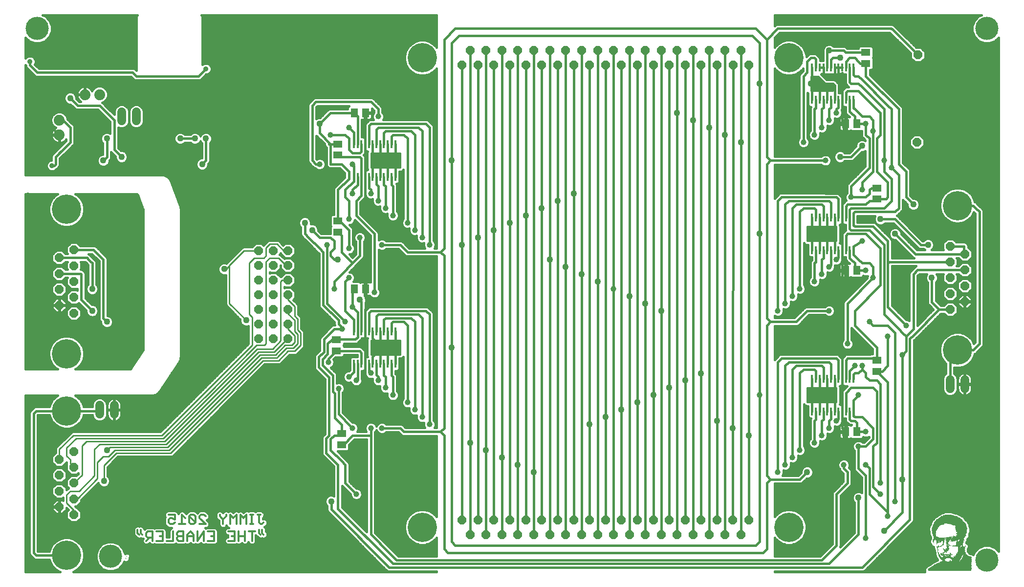
<source format=gbl>
G75*
%MOIN*%
%OFA0B0*%
%FSLAX25Y25*%
%IPPOS*%
%LPD*%
%AMOC8*
5,1,8,0,0,1.08239X$1,22.5*
%
%ADD10C,0.01200*%
%ADD11R,0.29640X0.00120*%
%ADD12R,0.29640X0.00120*%
%ADD13R,0.00240X0.00120*%
%ADD14R,0.29160X0.00120*%
%ADD15R,0.00240X0.00120*%
%ADD16R,0.28920X0.00120*%
%ADD17R,0.29400X0.00120*%
%ADD18R,0.00360X0.00120*%
%ADD19R,0.28680X0.00120*%
%ADD20R,0.00600X0.00120*%
%ADD21R,0.28200X0.00120*%
%ADD22R,0.00600X0.00120*%
%ADD23R,0.27720X0.00120*%
%ADD24R,0.28440X0.00120*%
%ADD25R,0.00360X0.00120*%
%ADD26R,0.27480X0.00120*%
%ADD27R,0.27480X0.00120*%
%ADD28R,0.27000X0.00120*%
%ADD29R,0.00480X0.00120*%
%ADD30R,0.27000X0.00120*%
%ADD31R,0.26760X0.00120*%
%ADD32R,0.26760X0.00120*%
%ADD33R,0.26880X0.00120*%
%ADD34R,0.00480X0.00120*%
%ADD35R,0.26160X0.00120*%
%ADD36R,0.26400X0.00120*%
%ADD37R,0.25920X0.00120*%
%ADD38R,0.26160X0.00120*%
%ADD39R,0.25440X0.00120*%
%ADD40R,0.25680X0.00120*%
%ADD41R,0.25200X0.00120*%
%ADD42R,0.25560X0.00120*%
%ADD43R,0.24720X0.00120*%
%ADD44R,0.24960X0.00120*%
%ADD45R,0.00840X0.00120*%
%ADD46R,0.24000X0.00120*%
%ADD47R,0.00120X0.00120*%
%ADD48R,0.24120X0.00120*%
%ADD49R,0.23640X0.00120*%
%ADD50R,0.23160X0.00120*%
%ADD51R,0.23880X0.00120*%
%ADD52R,0.22680X0.00120*%
%ADD53R,0.23400X0.00120*%
%ADD54R,0.22200X0.00120*%
%ADD55R,0.22200X0.00120*%
%ADD56R,0.00840X0.00120*%
%ADD57R,0.21480X0.00120*%
%ADD58R,0.00840X0.00120*%
%ADD59R,0.21480X0.00120*%
%ADD60R,0.21240X0.00120*%
%ADD61R,0.21240X0.00120*%
%ADD62R,0.20760X0.00120*%
%ADD63R,0.20640X0.00120*%
%ADD64R,0.20880X0.00120*%
%ADD65R,0.03120X0.00120*%
%ADD66R,0.01800X0.00120*%
%ADD67R,0.06480X0.00120*%
%ADD68R,0.07680X0.00120*%
%ADD69R,0.03600X0.00120*%
%ADD70R,0.06720X0.00120*%
%ADD71R,0.07920X0.00120*%
%ADD72R,0.01920X0.00120*%
%ADD73R,0.00120X0.00120*%
%ADD74R,0.04800X0.00120*%
%ADD75R,0.07920X0.00120*%
%ADD76R,0.02280X0.00120*%
%ADD77R,0.05040X0.00120*%
%ADD78R,0.01920X0.00120*%
%ADD79R,0.04560X0.00120*%
%ADD80R,0.07440X0.00120*%
%ADD81R,0.01560X0.00120*%
%ADD82R,0.06960X0.00120*%
%ADD83R,0.02040X0.00120*%
%ADD84R,0.04920X0.00120*%
%ADD85R,0.07200X0.00120*%
%ADD86R,0.01320X0.00120*%
%ADD87R,0.00240X0.00120*%
%ADD88R,0.06720X0.00120*%
%ADD89R,0.02040X0.00120*%
%ADD90R,0.05160X0.00120*%
%ADD91R,0.07080X0.00120*%
%ADD92R,0.06840X0.00120*%
%ADD93R,0.02040X0.00120*%
%ADD94R,0.05520X0.00120*%
%ADD95R,0.06840X0.00120*%
%ADD96R,0.01560X0.00120*%
%ADD97R,0.05040X0.00120*%
%ADD98R,0.05640X0.00120*%
%ADD99R,0.01800X0.00120*%
%ADD100R,0.05280X0.00120*%
%ADD101R,0.06240X0.00120*%
%ADD102R,0.02520X0.00120*%
%ADD103R,0.05760X0.00120*%
%ADD104R,0.06600X0.00120*%
%ADD105R,0.06360X0.00120*%
%ADD106R,0.03240X0.00120*%
%ADD107R,0.00120X0.00120*%
%ADD108R,0.06360X0.00120*%
%ADD109R,0.02640X0.00120*%
%ADD110R,0.05880X0.00120*%
%ADD111R,0.06000X0.00120*%
%ADD112R,0.03840X0.00120*%
%ADD113R,0.06840X0.00120*%
%ADD114R,0.00240X0.00120*%
%ADD115R,0.06000X0.00120*%
%ADD116R,0.03600X0.00120*%
%ADD117R,0.02760X0.00120*%
%ADD118R,0.02040X0.00120*%
%ADD119R,0.04680X0.00120*%
%ADD120R,0.06120X0.00120*%
%ADD121R,0.06480X0.00120*%
%ADD122R,0.01080X0.00120*%
%ADD123R,0.00720X0.00120*%
%ADD124R,0.04680X0.00120*%
%ADD125R,0.06120X0.00120*%
%ADD126R,0.01080X0.00120*%
%ADD127R,0.04440X0.00120*%
%ADD128R,0.04560X0.00120*%
%ADD129R,0.00960X0.00120*%
%ADD130R,0.04800X0.00120*%
%ADD131R,0.05880X0.00120*%
%ADD132R,0.01200X0.00120*%
%ADD133R,0.05280X0.00120*%
%ADD134R,0.01200X0.00120*%
%ADD135R,0.01320X0.00120*%
%ADD136R,0.00960X0.00120*%
%ADD137R,0.04320X0.00120*%
%ADD138R,0.01440X0.00120*%
%ADD139R,0.04080X0.00120*%
%ADD140R,0.03120X0.00120*%
%ADD141R,0.04440X0.00120*%
%ADD142R,0.03360X0.00120*%
%ADD143R,0.00720X0.00120*%
%ADD144R,0.00720X0.00120*%
%ADD145R,0.02400X0.00120*%
%ADD146R,0.00720X0.00120*%
%ADD147R,0.02280X0.00120*%
%ADD148R,0.01440X0.00120*%
%ADD149R,0.03240X0.00120*%
%ADD150R,0.03840X0.00120*%
%ADD151R,0.02760X0.00120*%
%ADD152R,0.03720X0.00120*%
%ADD153R,0.02520X0.00120*%
%ADD154R,0.00120X0.00120*%
%ADD155R,0.01320X0.00120*%
%ADD156R,0.02520X0.00120*%
%ADD157R,0.04080X0.00120*%
%ADD158R,0.01320X0.00120*%
%ADD159R,0.05520X0.00120*%
%ADD160R,0.05160X0.00120*%
%ADD161R,0.00840X0.00120*%
%ADD162R,0.01440X0.00120*%
%ADD163R,0.04320X0.00120*%
%ADD164R,0.01920X0.00120*%
%ADD165R,0.04440X0.00120*%
%ADD166R,0.03000X0.00120*%
%ADD167R,0.03000X0.00120*%
%ADD168R,0.01680X0.00120*%
%ADD169R,0.03360X0.00120*%
%ADD170R,0.02640X0.00120*%
%ADD171R,0.04320X0.00120*%
%ADD172R,0.04200X0.00120*%
%ADD173R,0.04920X0.00120*%
%ADD174R,0.03480X0.00120*%
%ADD175R,0.02880X0.00120*%
%ADD176R,0.05400X0.00120*%
%ADD177R,0.02880X0.00120*%
%ADD178R,0.05520X0.00120*%
%ADD179R,0.02400X0.00120*%
%ADD180R,0.05520X0.00120*%
%ADD181R,0.02640X0.00120*%
%ADD182R,0.02520X0.00120*%
%ADD183R,0.06240X0.00120*%
%ADD184R,0.05400X0.00120*%
%ADD185R,0.07080X0.00120*%
%ADD186R,0.12240X0.00120*%
%ADD187R,0.12240X0.00120*%
%ADD188R,0.07560X0.00120*%
%ADD189R,0.06960X0.00120*%
%ADD190R,0.07800X0.00120*%
%ADD191R,0.03240X0.00120*%
%ADD192R,0.07320X0.00120*%
%ADD193R,0.11760X0.00120*%
%ADD194R,0.07680X0.00120*%
%ADD195R,0.03120X0.00120*%
%ADD196R,0.07440X0.00120*%
%ADD197R,0.03480X0.00120*%
%ADD198R,0.07320X0.00120*%
%ADD199R,0.08160X0.00120*%
%ADD200R,0.07920X0.00120*%
%ADD201R,0.01680X0.00120*%
%ADD202R,0.06600X0.00120*%
%ADD203R,0.07560X0.00120*%
%ADD204R,0.07200X0.00120*%
%ADD205R,0.03720X0.00120*%
%ADD206R,0.07800X0.00120*%
%ADD207R,0.00240X0.00120*%
%ADD208R,0.03960X0.00120*%
%ADD209R,0.00240X0.00120*%
%ADD210R,0.07320X0.00120*%
%ADD211R,0.03720X0.00120*%
%ADD212R,0.03960X0.00120*%
%ADD213R,0.07320X0.00120*%
%ADD214R,0.03840X0.00120*%
%ADD215R,0.04320X0.00120*%
%ADD216R,0.05760X0.00120*%
%ADD217R,0.08880X0.00120*%
%ADD218R,0.08400X0.00120*%
%ADD219R,0.09840X0.00120*%
%ADD220R,0.08640X0.00120*%
%ADD221R,0.09600X0.00120*%
%ADD222R,0.09120X0.00120*%
%ADD223R,0.09840X0.00120*%
%ADD224R,0.09120X0.00120*%
%ADD225R,0.11880X0.00120*%
%ADD226R,0.11400X0.00120*%
%ADD227R,0.20520X0.00120*%
%ADD228R,0.20280X0.00120*%
%ADD229R,0.20280X0.00120*%
%ADD230R,0.19680X0.00120*%
%ADD231R,0.20040X0.00120*%
%ADD232R,0.19560X0.00120*%
%ADD233R,0.19800X0.00120*%
%ADD234R,0.18720X0.00120*%
%ADD235R,0.19200X0.00120*%
%ADD236R,0.18240X0.00120*%
%ADD237R,0.18960X0.00120*%
%ADD238R,0.17640X0.00120*%
%ADD239R,0.18480X0.00120*%
%ADD240R,0.17520X0.00120*%
%ADD241R,0.18000X0.00120*%
%ADD242R,0.17280X0.00120*%
%ADD243R,0.17760X0.00120*%
%ADD244R,0.17040X0.00120*%
%ADD245R,0.17520X0.00120*%
%ADD246R,0.16080X0.00120*%
%ADD247R,0.15120X0.00120*%
%ADD248R,0.15120X0.00120*%
%ADD249R,0.14400X0.00120*%
%ADD250R,0.14400X0.00120*%
%ADD251R,0.13680X0.00120*%
%ADD252R,0.13680X0.00120*%
%ADD253R,0.12960X0.00120*%
%ADD254R,0.13440X0.00120*%
%ADD255R,0.12000X0.00120*%
%ADD256R,0.11040X0.00120*%
%ADD257R,0.11640X0.00120*%
%ADD258R,0.10560X0.00120*%
%ADD259R,0.11280X0.00120*%
%ADD260R,0.08160X0.00120*%
%ADD261OC8,0.06000*%
%ADD262C,0.20000*%
%ADD263R,0.06299X0.05118*%
%ADD264R,0.01400X0.05800*%
%ADD265C,0.07400*%
%ADD266R,0.05118X0.05906*%
%ADD267C,0.06000*%
%ADD268C,0.01600*%
%ADD269C,0.03969*%
%ADD270C,0.04362*%
%ADD271C,0.01000*%
%ADD272C,0.03575*%
%ADD273C,0.15811*%
D10*
X0125188Y0079773D02*
X0126256Y0078705D01*
X0127323Y0079773D02*
X0128391Y0078705D01*
X0127323Y0079773D02*
X0127323Y0081908D01*
X0125188Y0081908D02*
X0125188Y0079773D01*
X0131118Y0079773D02*
X0132186Y0080840D01*
X0135389Y0080840D01*
X0135389Y0074435D01*
X0135389Y0076570D02*
X0132186Y0076570D01*
X0131118Y0077637D01*
X0131118Y0079773D01*
X0133254Y0076570D02*
X0131118Y0074435D01*
X0138116Y0074435D02*
X0142387Y0074435D01*
X0142387Y0080840D01*
X0138116Y0080840D01*
X0140251Y0077637D02*
X0142387Y0077637D01*
X0145114Y0074435D02*
X0149385Y0074435D01*
X0149385Y0080840D01*
X0152112Y0079773D02*
X0153180Y0080840D01*
X0156383Y0080840D01*
X0156383Y0074435D01*
X0153180Y0074435D01*
X0152112Y0075502D01*
X0152112Y0076570D01*
X0153180Y0077637D01*
X0156383Y0077637D01*
X0159110Y0077637D02*
X0163381Y0077637D01*
X0163381Y0078705D02*
X0161245Y0080840D01*
X0159110Y0078705D01*
X0159110Y0074435D01*
X0163381Y0074435D02*
X0163381Y0078705D01*
X0166108Y0080840D02*
X0166108Y0074435D01*
X0170379Y0080840D01*
X0170379Y0074435D01*
X0173106Y0074435D02*
X0177376Y0074435D01*
X0177376Y0080840D01*
X0173106Y0080840D01*
X0175241Y0077637D02*
X0177376Y0077637D01*
X0171545Y0085835D02*
X0167275Y0090105D01*
X0167275Y0091173D01*
X0168342Y0092240D01*
X0170477Y0092240D01*
X0171545Y0091173D01*
X0171545Y0085835D02*
X0167275Y0085835D01*
X0164547Y0086902D02*
X0160277Y0091173D01*
X0160277Y0086902D01*
X0161344Y0085835D01*
X0163479Y0085835D01*
X0164547Y0086902D01*
X0164547Y0091173D01*
X0163479Y0092240D01*
X0161344Y0092240D01*
X0160277Y0091173D01*
X0157549Y0090105D02*
X0155414Y0092240D01*
X0155414Y0085835D01*
X0157549Y0085835D02*
X0153279Y0085835D01*
X0150551Y0086902D02*
X0149483Y0085835D01*
X0147348Y0085835D01*
X0146281Y0086902D01*
X0146281Y0089037D01*
X0147348Y0090105D01*
X0148416Y0090105D01*
X0150551Y0089037D01*
X0150551Y0092240D01*
X0146281Y0092240D01*
X0152112Y0079773D02*
X0152112Y0078705D01*
X0153180Y0077637D01*
X0181270Y0091173D02*
X0181270Y0092240D01*
X0181270Y0091173D02*
X0183406Y0089037D01*
X0183406Y0085835D01*
X0183406Y0089037D02*
X0185541Y0091173D01*
X0185541Y0092240D01*
X0188268Y0092240D02*
X0188268Y0085835D01*
X0192539Y0085835D02*
X0192539Y0092240D01*
X0190404Y0090105D01*
X0188268Y0092240D01*
X0195266Y0092240D02*
X0197402Y0090105D01*
X0199537Y0092240D01*
X0199537Y0085835D01*
X0202067Y0085835D02*
X0204202Y0085835D01*
X0203134Y0085835D02*
X0203134Y0092240D01*
X0202067Y0092240D02*
X0204202Y0092240D01*
X0206930Y0092240D02*
X0209065Y0092240D01*
X0207997Y0092240D02*
X0207997Y0086902D01*
X0209065Y0085835D01*
X0210132Y0085835D01*
X0211200Y0086902D01*
X0210132Y0081908D02*
X0210132Y0079773D01*
X0211200Y0078705D01*
X0209065Y0078705D02*
X0207997Y0079773D01*
X0207997Y0081908D01*
X0205368Y0080840D02*
X0201098Y0080840D01*
X0203233Y0080840D02*
X0203233Y0074435D01*
X0198370Y0074435D02*
X0198370Y0080840D01*
X0198370Y0077637D02*
X0194100Y0077637D01*
X0191372Y0077637D02*
X0189237Y0077637D01*
X0191372Y0074435D02*
X0187102Y0074435D01*
X0191372Y0074435D02*
X0191372Y0080840D01*
X0187102Y0080840D01*
X0194100Y0080840D02*
X0194100Y0074435D01*
X0195266Y0085835D02*
X0195266Y0092240D01*
D11*
X0679020Y0054955D03*
X0679020Y0054715D03*
X0679020Y0054475D03*
X0679020Y0054355D03*
X0679020Y0054115D03*
D12*
X0679020Y0054235D03*
X0679020Y0054595D03*
D13*
X0676080Y0060595D03*
X0675840Y0060835D03*
X0673320Y0061795D03*
X0673080Y0062035D03*
X0672360Y0062995D03*
X0672120Y0063595D03*
X0672120Y0064795D03*
X0671640Y0064795D03*
X0673080Y0065035D03*
X0673320Y0064795D03*
X0675360Y0066235D03*
X0675360Y0067795D03*
X0675840Y0063835D03*
X0672360Y0059635D03*
X0666840Y0056635D03*
X0664320Y0054835D03*
X0671040Y0066595D03*
X0671040Y0066835D03*
X0671040Y0067195D03*
X0671040Y0067435D03*
X0671040Y0067795D03*
X0670560Y0069235D03*
X0670560Y0069595D03*
X0670320Y0070435D03*
X0670320Y0072595D03*
X0670080Y0073795D03*
X0668040Y0073795D03*
X0668040Y0074035D03*
X0667560Y0074035D03*
X0667560Y0073795D03*
X0669840Y0077635D03*
X0669840Y0081235D03*
X0670080Y0081595D03*
X0667080Y0081595D03*
X0674880Y0085435D03*
X0675120Y0085795D03*
X0673080Y0090595D03*
X0675840Y0091795D03*
X0682320Y0091435D03*
X0684360Y0090595D03*
X0687360Y0088795D03*
X0687840Y0087835D03*
X0688080Y0087595D03*
X0690360Y0084595D03*
X0690840Y0080995D03*
X0690360Y0077995D03*
X0688080Y0072595D03*
X0685560Y0074395D03*
X0685320Y0074035D03*
X0685080Y0073795D03*
X0684120Y0074035D03*
X0684840Y0074995D03*
X0681360Y0077395D03*
X0676320Y0074995D03*
X0684360Y0066235D03*
X0687840Y0064795D03*
X0690120Y0065635D03*
X0690360Y0065035D03*
X0685560Y0060835D03*
D14*
X0679260Y0055435D03*
X0679260Y0054835D03*
D15*
X0679320Y0060955D03*
X0679560Y0063955D03*
X0679320Y0065755D03*
X0679320Y0066115D03*
X0678120Y0068275D03*
X0678360Y0068515D03*
X0679560Y0070915D03*
X0680880Y0070675D03*
X0678360Y0073675D03*
X0679080Y0074755D03*
X0676560Y0074755D03*
X0675120Y0073555D03*
X0674640Y0073555D03*
X0673320Y0070675D03*
X0674880Y0068755D03*
X0675360Y0066355D03*
X0672360Y0064555D03*
X0671640Y0065275D03*
X0671040Y0066715D03*
X0671040Y0066955D03*
X0671040Y0067075D03*
X0671040Y0067315D03*
X0671040Y0067555D03*
X0671040Y0067675D03*
X0670560Y0069355D03*
X0670560Y0069475D03*
X0670680Y0069955D03*
X0670320Y0069955D03*
X0670320Y0070075D03*
X0670320Y0072475D03*
X0669840Y0074515D03*
X0668040Y0074155D03*
X0669840Y0077515D03*
X0667560Y0078715D03*
X0667320Y0079555D03*
X0667080Y0081475D03*
X0669840Y0081355D03*
X0670080Y0081475D03*
X0670320Y0082315D03*
X0669840Y0088075D03*
X0670080Y0088555D03*
X0672840Y0090355D03*
X0680040Y0085675D03*
X0681360Y0077275D03*
X0684360Y0074515D03*
X0684120Y0074275D03*
X0684120Y0074155D03*
X0684120Y0073555D03*
X0685320Y0074155D03*
X0688320Y0073075D03*
X0688320Y0072955D03*
X0688080Y0072475D03*
X0689880Y0070915D03*
X0690360Y0065155D03*
X0690840Y0064555D03*
X0691080Y0064315D03*
X0688320Y0064075D03*
X0688080Y0063355D03*
X0687840Y0062875D03*
X0687840Y0062755D03*
X0687120Y0063475D03*
X0687360Y0063955D03*
X0687360Y0064075D03*
X0687120Y0061555D03*
X0673560Y0061555D03*
X0672840Y0062275D03*
X0673320Y0063355D03*
X0672120Y0063475D03*
X0669840Y0058315D03*
X0667560Y0057115D03*
X0666840Y0056515D03*
X0666120Y0056155D03*
X0664560Y0055075D03*
X0690120Y0077755D03*
X0690360Y0078115D03*
X0690120Y0078355D03*
X0690120Y0079315D03*
X0690360Y0079555D03*
X0690840Y0081355D03*
X0690840Y0081955D03*
X0690840Y0082075D03*
X0690840Y0082555D03*
X0690120Y0085315D03*
D16*
X0679380Y0055675D03*
X0679380Y0055075D03*
D17*
X0679140Y0055195D03*
D18*
X0680580Y0061555D03*
X0679860Y0062275D03*
X0679620Y0063355D03*
X0679620Y0064075D03*
X0678300Y0064075D03*
X0679620Y0065515D03*
X0679260Y0065875D03*
X0680820Y0064915D03*
X0680820Y0062875D03*
X0683340Y0064315D03*
X0683820Y0065275D03*
X0684300Y0066355D03*
X0686580Y0062755D03*
X0686340Y0062275D03*
X0685860Y0061315D03*
X0685620Y0060715D03*
X0686820Y0061075D03*
X0691380Y0064075D03*
X0689820Y0066115D03*
X0689580Y0066355D03*
X0689340Y0067555D03*
X0689340Y0069355D03*
X0689580Y0070555D03*
X0688380Y0070315D03*
X0688140Y0070555D03*
X0687060Y0070315D03*
X0683340Y0071275D03*
X0683580Y0073075D03*
X0683820Y0073315D03*
X0685620Y0074275D03*
X0688620Y0074755D03*
X0688860Y0075115D03*
X0688860Y0076555D03*
X0689340Y0077275D03*
X0683820Y0078115D03*
X0683580Y0077875D03*
X0683580Y0077755D03*
X0683820Y0079315D03*
X0683820Y0080515D03*
X0683340Y0081715D03*
X0681540Y0077515D03*
X0681060Y0076075D03*
X0680100Y0074275D03*
X0676860Y0073075D03*
X0676860Y0072955D03*
X0677100Y0071155D03*
X0677580Y0071155D03*
X0677100Y0070555D03*
X0677100Y0069115D03*
X0676860Y0068875D03*
X0677100Y0067315D03*
X0675060Y0068275D03*
X0674820Y0068875D03*
X0673860Y0071155D03*
X0674100Y0071515D03*
X0674580Y0071515D03*
X0674820Y0072115D03*
X0674340Y0072115D03*
X0673380Y0070915D03*
X0671340Y0070915D03*
X0670860Y0068875D03*
X0671100Y0066475D03*
X0671340Y0066355D03*
X0671580Y0064555D03*
X0671820Y0064075D03*
X0671820Y0063955D03*
X0672300Y0063955D03*
X0672300Y0064075D03*
X0673140Y0065275D03*
X0674580Y0065275D03*
X0674820Y0066355D03*
X0673860Y0061315D03*
X0672300Y0059515D03*
X0664860Y0055315D03*
X0670380Y0072955D03*
X0670380Y0073075D03*
X0668340Y0074755D03*
X0668340Y0074875D03*
X0667860Y0074875D03*
X0667860Y0074755D03*
X0668100Y0075355D03*
X0667620Y0074155D03*
X0668100Y0077515D03*
X0671100Y0083515D03*
X0671340Y0083755D03*
X0671580Y0084355D03*
X0674820Y0085555D03*
X0672060Y0089755D03*
X0672060Y0089875D03*
X0670860Y0089155D03*
X0668580Y0086875D03*
X0668580Y0086755D03*
X0668340Y0086155D03*
X0668100Y0085315D03*
X0674580Y0091315D03*
X0680580Y0085555D03*
X0686100Y0089515D03*
X0686340Y0089275D03*
X0688380Y0087355D03*
X0688620Y0087115D03*
X0688860Y0086875D03*
X0688860Y0086755D03*
X0689100Y0086515D03*
X0689340Y0086275D03*
X0689580Y0086155D03*
X0689820Y0085555D03*
X0676260Y0075115D03*
D19*
X0679500Y0055315D03*
D20*
X0679500Y0060475D03*
X0676260Y0062275D03*
X0673740Y0060355D03*
X0672660Y0059755D03*
X0671220Y0059155D03*
X0667980Y0057355D03*
X0666420Y0056275D03*
X0665220Y0055555D03*
X0671460Y0065515D03*
X0671460Y0065755D03*
X0671460Y0065875D03*
X0671460Y0066115D03*
X0673260Y0065515D03*
X0674460Y0065515D03*
X0674460Y0065755D03*
X0674460Y0065875D03*
X0677460Y0067555D03*
X0679740Y0065275D03*
X0682980Y0064075D03*
X0684180Y0065515D03*
X0686220Y0069355D03*
X0687540Y0070555D03*
X0687660Y0071275D03*
X0689460Y0070315D03*
X0689700Y0070675D03*
X0682980Y0071155D03*
X0677220Y0071275D03*
X0677220Y0071515D03*
X0677220Y0071755D03*
X0677220Y0071875D03*
X0674460Y0071875D03*
X0674460Y0071755D03*
X0674220Y0071275D03*
X0672780Y0070675D03*
X0671460Y0070675D03*
X0671460Y0070555D03*
X0671220Y0070075D03*
X0671220Y0069955D03*
X0670740Y0069715D03*
X0670980Y0068275D03*
X0670980Y0072955D03*
X0670980Y0073075D03*
X0671700Y0073555D03*
X0671700Y0074275D03*
X0671220Y0076555D03*
X0674940Y0074275D03*
X0667980Y0073555D03*
X0683220Y0077155D03*
X0683700Y0078955D03*
X0683700Y0079075D03*
X0689700Y0077515D03*
X0680940Y0085315D03*
X0674940Y0085675D03*
X0673980Y0085555D03*
X0671940Y0084715D03*
X0668940Y0087355D03*
X0671220Y0089275D03*
X0671700Y0089515D03*
X0685740Y0089755D03*
X0685740Y0089875D03*
X0693540Y0063355D03*
X0685740Y0060115D03*
D21*
X0679740Y0055555D03*
D22*
X0679500Y0060595D03*
X0680220Y0062035D03*
X0677940Y0063835D03*
X0679740Y0065395D03*
X0676620Y0066835D03*
X0674460Y0065635D03*
X0671460Y0065635D03*
X0671460Y0065995D03*
X0670980Y0068395D03*
X0670740Y0069835D03*
X0671460Y0070435D03*
X0672660Y0070435D03*
X0674700Y0072235D03*
X0677220Y0071635D03*
X0677220Y0071395D03*
X0677220Y0070795D03*
X0682980Y0071035D03*
X0684180Y0065635D03*
X0686460Y0060835D03*
X0689460Y0070195D03*
X0689460Y0070435D03*
X0683220Y0077035D03*
X0680220Y0085795D03*
X0674460Y0085795D03*
X0671940Y0084835D03*
X0671220Y0089395D03*
X0671700Y0089635D03*
X0668220Y0075235D03*
X0667980Y0074635D03*
X0667980Y0073435D03*
X0670500Y0072835D03*
X0671220Y0059035D03*
X0670740Y0058795D03*
X0668700Y0057835D03*
X0665700Y0055795D03*
D23*
X0679980Y0055795D03*
D24*
X0679620Y0055915D03*
D25*
X0680580Y0060595D03*
X0679380Y0060835D03*
X0679620Y0064795D03*
X0679620Y0065635D03*
X0679260Y0065995D03*
X0677820Y0067795D03*
X0677580Y0071035D03*
X0677100Y0071035D03*
X0677100Y0071995D03*
X0674820Y0071995D03*
X0674580Y0071635D03*
X0674340Y0071995D03*
X0674100Y0071635D03*
X0673860Y0071035D03*
X0673380Y0070795D03*
X0671340Y0070795D03*
X0671340Y0066235D03*
X0673140Y0065395D03*
X0674580Y0065395D03*
X0674820Y0066235D03*
X0683580Y0064795D03*
X0683820Y0065395D03*
X0686820Y0062995D03*
X0687300Y0061795D03*
X0686100Y0061795D03*
X0686100Y0060595D03*
X0689340Y0069235D03*
X0689820Y0070795D03*
X0686340Y0071035D03*
X0683340Y0071395D03*
X0684180Y0074395D03*
X0688860Y0074995D03*
X0689100Y0076795D03*
X0683580Y0080995D03*
X0683340Y0081835D03*
X0683100Y0083035D03*
X0689100Y0086635D03*
X0689340Y0086395D03*
X0689580Y0086035D03*
X0686340Y0089395D03*
X0686100Y0089635D03*
X0670860Y0089035D03*
X0669300Y0087595D03*
X0668340Y0086035D03*
X0667860Y0084835D03*
X0670620Y0082795D03*
X0670860Y0083035D03*
X0671580Y0084235D03*
X0667620Y0078835D03*
X0667860Y0077995D03*
X0668100Y0074995D03*
X0668580Y0074995D03*
X0670860Y0076795D03*
X0668340Y0057595D03*
X0666060Y0056035D03*
D26*
X0680100Y0056035D03*
D27*
X0680100Y0056155D03*
D28*
X0680340Y0056275D03*
D29*
X0675720Y0062035D03*
X0672240Y0063835D03*
X0671760Y0065035D03*
X0671520Y0065395D03*
X0673200Y0065635D03*
X0675000Y0068395D03*
X0676440Y0068635D03*
X0674760Y0072595D03*
X0674760Y0072835D03*
X0674760Y0073195D03*
X0675480Y0074995D03*
X0678240Y0073795D03*
X0684240Y0073795D03*
X0688200Y0065035D03*
X0670920Y0068035D03*
X0667920Y0074395D03*
X0681000Y0085195D03*
X0673440Y0090835D03*
X0670440Y0088795D03*
X0666480Y0056395D03*
D30*
X0680340Y0056395D03*
D31*
X0680460Y0056515D03*
D32*
X0680460Y0056635D03*
D33*
X0680400Y0056755D03*
D34*
X0678960Y0060355D03*
X0679440Y0060715D03*
X0679440Y0062755D03*
X0676680Y0066715D03*
X0671760Y0065155D03*
X0672240Y0063715D03*
X0673080Y0062755D03*
X0673200Y0060115D03*
X0672720Y0059875D03*
X0670200Y0058555D03*
X0667200Y0056875D03*
X0670920Y0067915D03*
X0670920Y0068155D03*
X0670440Y0072715D03*
X0667920Y0074275D03*
X0667920Y0074515D03*
X0674760Y0073315D03*
X0674760Y0073075D03*
X0674760Y0072955D03*
X0674760Y0072715D03*
X0674760Y0072475D03*
X0674760Y0072355D03*
X0678480Y0071875D03*
X0678480Y0071755D03*
X0678720Y0074515D03*
X0684240Y0073915D03*
X0684720Y0073555D03*
X0685200Y0090115D03*
X0684720Y0090355D03*
X0672480Y0090115D03*
D35*
X0680760Y0056875D03*
D36*
X0680640Y0056995D03*
D37*
X0680880Y0057115D03*
D38*
X0680760Y0057235D03*
D39*
X0681120Y0057355D03*
D40*
X0681000Y0057475D03*
D41*
X0681240Y0057595D03*
D42*
X0681060Y0057715D03*
D43*
X0681480Y0057835D03*
D44*
X0681360Y0057955D03*
D45*
X0680100Y0060355D03*
X0675300Y0066475D03*
X0678900Y0071275D03*
X0669300Y0058075D03*
X0674100Y0091075D03*
D46*
X0681840Y0058075D03*
D47*
X0669060Y0058195D03*
X0670740Y0068995D03*
X0670500Y0071995D03*
X0668460Y0072235D03*
X0679500Y0071035D03*
X0683700Y0070435D03*
X0680700Y0064795D03*
X0679260Y0085795D03*
X0683100Y0091195D03*
D48*
X0681780Y0058435D03*
X0681780Y0058195D03*
D49*
X0682020Y0058315D03*
D50*
X0682260Y0058555D03*
D51*
X0681900Y0058675D03*
D52*
X0682500Y0058795D03*
D53*
X0682140Y0058915D03*
D54*
X0682740Y0059035D03*
D55*
X0682740Y0059155D03*
D56*
X0676620Y0060355D03*
X0675060Y0064315D03*
X0673860Y0065275D03*
X0674820Y0066115D03*
X0675060Y0068515D03*
X0671820Y0070315D03*
X0670620Y0073315D03*
X0668340Y0075115D03*
X0674820Y0074155D03*
X0677580Y0073075D03*
X0677580Y0072955D03*
X0686820Y0071275D03*
X0672660Y0063355D03*
X0671820Y0059275D03*
X0673380Y0085315D03*
X0682140Y0091315D03*
X0682860Y0091075D03*
X0686820Y0089155D03*
D57*
X0683100Y0059275D03*
D58*
X0691860Y0063835D03*
X0676620Y0066235D03*
X0674820Y0065995D03*
X0673860Y0065395D03*
X0673020Y0062995D03*
X0671820Y0059395D03*
X0678060Y0070795D03*
X0677820Y0071995D03*
X0679620Y0075235D03*
X0670380Y0077035D03*
X0669060Y0075235D03*
X0686820Y0089035D03*
D59*
X0683100Y0059395D03*
D60*
X0683220Y0059515D03*
D61*
X0683220Y0059635D03*
D62*
X0683460Y0059755D03*
D63*
X0683520Y0059875D03*
D64*
X0683400Y0059995D03*
D65*
X0675240Y0060115D03*
X0676560Y0068155D03*
X0684960Y0071155D03*
X0687960Y0069475D03*
X0687240Y0074875D03*
D66*
X0685260Y0070675D03*
X0677580Y0068755D03*
X0677100Y0068515D03*
X0678540Y0063715D03*
X0677820Y0060115D03*
X0677580Y0073915D03*
X0677580Y0074155D03*
X0677580Y0074275D03*
X0679620Y0076915D03*
X0682140Y0084955D03*
X0668580Y0078475D03*
X0668820Y0077875D03*
X0668820Y0077755D03*
X0669060Y0077275D03*
D67*
X0671760Y0086275D03*
X0687240Y0080275D03*
X0687240Y0080155D03*
X0687240Y0079915D03*
X0687240Y0079675D03*
X0690600Y0061555D03*
X0682080Y0060115D03*
D68*
X0690000Y0060115D03*
X0690000Y0060715D03*
X0686880Y0082915D03*
X0686640Y0083875D03*
X0678480Y0091075D03*
D69*
X0685680Y0064795D03*
X0675240Y0060235D03*
D70*
X0682080Y0060235D03*
X0686880Y0079195D03*
X0687120Y0079435D03*
D71*
X0689880Y0060235D03*
D72*
X0675120Y0060355D03*
X0677880Y0074755D03*
X0682080Y0085075D03*
D73*
X0679260Y0085915D03*
X0679740Y0074155D03*
X0680340Y0073915D03*
X0681660Y0073915D03*
X0683700Y0070675D03*
X0683700Y0070555D03*
X0678540Y0071155D03*
X0673860Y0070915D03*
X0670740Y0070075D03*
X0668460Y0072355D03*
X0673260Y0065875D03*
X0671940Y0064555D03*
X0675900Y0061915D03*
X0679260Y0061075D03*
X0679500Y0060355D03*
X0680100Y0061915D03*
X0692100Y0063955D03*
D74*
X0687120Y0066955D03*
X0687120Y0067075D03*
X0687120Y0067315D03*
X0687120Y0067675D03*
X0683160Y0061315D03*
X0682920Y0060715D03*
X0683040Y0060355D03*
X0676920Y0063355D03*
X0678120Y0091915D03*
D75*
X0689880Y0060475D03*
X0689880Y0060355D03*
D76*
X0689580Y0064915D03*
X0675060Y0060715D03*
X0675060Y0060475D03*
X0674340Y0061675D03*
X0674340Y0064675D03*
X0677580Y0076555D03*
X0676380Y0086275D03*
D77*
X0673920Y0076315D03*
X0672720Y0074515D03*
X0682440Y0075115D03*
X0684240Y0063475D03*
X0684240Y0062875D03*
X0682920Y0060475D03*
X0677040Y0063115D03*
X0690720Y0063475D03*
D78*
X0674880Y0060595D03*
D79*
X0683040Y0060835D03*
X0683160Y0060595D03*
X0684960Y0063835D03*
X0685440Y0064435D03*
X0682200Y0074995D03*
D80*
X0690120Y0060595D03*
D81*
X0678660Y0063595D03*
X0676260Y0064795D03*
X0674460Y0064795D03*
X0674700Y0060835D03*
X0677700Y0068635D03*
X0677940Y0069235D03*
X0677700Y0070435D03*
X0680940Y0074035D03*
X0682020Y0077035D03*
X0685380Y0070795D03*
X0685500Y0070195D03*
X0670740Y0074035D03*
X0668940Y0077995D03*
X0668700Y0078835D03*
D82*
X0687240Y0080635D03*
X0690360Y0060835D03*
D83*
X0689460Y0064555D03*
X0674940Y0060955D03*
X0674460Y0064555D03*
X0668460Y0078955D03*
X0668460Y0079075D03*
X0668460Y0079315D03*
D84*
X0682380Y0074875D03*
X0676980Y0063475D03*
X0683220Y0061075D03*
X0683220Y0060955D03*
D85*
X0690240Y0060955D03*
X0687120Y0081475D03*
D86*
X0682380Y0077275D03*
X0677580Y0072115D03*
X0677820Y0070315D03*
X0677820Y0070075D03*
X0677820Y0069955D03*
X0677820Y0069715D03*
X0677820Y0069475D03*
X0677820Y0068875D03*
X0679020Y0064675D03*
X0674820Y0061315D03*
X0674580Y0061075D03*
X0670620Y0074275D03*
D87*
X0669600Y0078355D03*
X0669600Y0079555D03*
X0680400Y0076675D03*
X0684600Y0074755D03*
X0684600Y0070555D03*
X0680400Y0070915D03*
X0678600Y0071515D03*
X0678600Y0069355D03*
X0675600Y0064075D03*
X0673200Y0065755D03*
X0672600Y0062755D03*
X0675600Y0061075D03*
X0670800Y0068515D03*
X0670800Y0068755D03*
X0687600Y0064555D03*
X0687600Y0062275D03*
X0690600Y0080515D03*
X0690600Y0083515D03*
X0687600Y0088315D03*
D88*
X0690480Y0061075D03*
D89*
X0674700Y0061195D03*
X0668700Y0078235D03*
D90*
X0672420Y0074995D03*
X0687180Y0066235D03*
X0687180Y0065635D03*
X0683340Y0061195D03*
D91*
X0690300Y0061195D03*
X0671700Y0075595D03*
X0671700Y0075835D03*
X0687180Y0081835D03*
X0686460Y0084595D03*
D92*
X0671580Y0076075D03*
X0676380Y0064915D03*
X0690420Y0061675D03*
X0690420Y0061315D03*
D93*
X0674460Y0061435D03*
X0674460Y0064435D03*
X0671220Y0070195D03*
X0671220Y0073195D03*
X0668460Y0079195D03*
D94*
X0686400Y0077035D03*
X0687240Y0065995D03*
X0683400Y0062035D03*
X0683160Y0061435D03*
D95*
X0690420Y0061435D03*
D96*
X0676260Y0067555D03*
X0677700Y0070675D03*
X0677700Y0070915D03*
X0677460Y0074515D03*
X0680940Y0074155D03*
X0682020Y0077155D03*
X0670740Y0074155D03*
X0670740Y0073915D03*
X0668460Y0078355D03*
X0668700Y0078715D03*
X0668460Y0079555D03*
X0673740Y0065155D03*
X0674700Y0061555D03*
D97*
X0683400Y0061555D03*
X0687000Y0066115D03*
X0687000Y0066715D03*
D98*
X0687420Y0065515D03*
X0691020Y0062875D03*
X0683340Y0061675D03*
X0682020Y0075355D03*
X0686940Y0079315D03*
D99*
X0679620Y0076795D03*
X0677580Y0074395D03*
X0677580Y0074035D03*
X0676380Y0067195D03*
X0676860Y0063595D03*
X0674580Y0061795D03*
X0674340Y0062035D03*
X0689340Y0064795D03*
X0668580Y0078595D03*
D100*
X0677160Y0063235D03*
X0683160Y0061795D03*
X0684360Y0063235D03*
D101*
X0690720Y0061795D03*
X0677640Y0062995D03*
X0687120Y0078235D03*
D102*
X0687180Y0074275D03*
X0678180Y0065155D03*
X0674220Y0061915D03*
D103*
X0683280Y0061915D03*
X0690960Y0062755D03*
X0686520Y0077155D03*
X0686400Y0077515D03*
X0686880Y0078355D03*
D104*
X0678180Y0091315D03*
X0671940Y0086155D03*
X0683100Y0062155D03*
X0690540Y0061915D03*
D105*
X0690660Y0062035D03*
X0686820Y0077995D03*
X0671100Y0085435D03*
D106*
X0668820Y0082555D03*
X0668580Y0082075D03*
X0668580Y0081955D03*
X0668580Y0081715D03*
X0671580Y0073675D03*
X0674340Y0062155D03*
X0686820Y0073555D03*
D107*
X0682620Y0074155D03*
X0680220Y0077155D03*
X0679380Y0071155D03*
X0675420Y0065275D03*
X0677820Y0063955D03*
X0676380Y0062155D03*
X0670620Y0069115D03*
X0671220Y0071155D03*
X0670380Y0072355D03*
X0677580Y0085915D03*
D108*
X0687060Y0077875D03*
X0686940Y0065155D03*
X0690660Y0062155D03*
D109*
X0684960Y0071275D03*
X0681240Y0074515D03*
X0677760Y0075355D03*
X0669480Y0076555D03*
X0674520Y0062275D03*
D110*
X0677580Y0062875D03*
X0683100Y0062275D03*
X0690900Y0063115D03*
X0686820Y0077755D03*
X0687060Y0078115D03*
X0687060Y0078955D03*
X0687060Y0079075D03*
D111*
X0687000Y0078715D03*
X0687000Y0078475D03*
X0687000Y0079555D03*
X0690840Y0062275D03*
D112*
X0690120Y0063595D03*
X0674640Y0062395D03*
X0669360Y0084235D03*
X0677880Y0092035D03*
D113*
X0683100Y0062395D03*
D114*
X0682800Y0064195D03*
X0684600Y0066595D03*
X0687600Y0062395D03*
X0690600Y0064795D03*
X0678600Y0068995D03*
X0678600Y0071635D03*
X0681600Y0077635D03*
X0690600Y0083635D03*
X0673800Y0091195D03*
X0669600Y0087835D03*
X0669600Y0074995D03*
X0670800Y0068635D03*
D115*
X0686520Y0077395D03*
X0687000Y0078595D03*
X0687000Y0078835D03*
X0690840Y0062395D03*
D116*
X0685200Y0064075D03*
X0687720Y0069955D03*
X0678240Y0076675D03*
X0669000Y0083515D03*
X0674520Y0062515D03*
D117*
X0677820Y0062515D03*
X0676620Y0067675D03*
X0676620Y0067915D03*
X0677820Y0074875D03*
X0669540Y0076915D03*
X0687060Y0074515D03*
D118*
X0680700Y0062515D03*
X0668700Y0078115D03*
D119*
X0685860Y0072715D03*
X0684180Y0062515D03*
D120*
X0687180Y0065275D03*
X0690780Y0062515D03*
X0687180Y0080515D03*
X0671220Y0085675D03*
D121*
X0672840Y0075235D03*
X0675960Y0062635D03*
X0687240Y0079795D03*
X0687240Y0080035D03*
D122*
X0680460Y0075835D03*
X0677220Y0073795D03*
X0677460Y0072835D03*
X0677460Y0072595D03*
X0677460Y0072235D03*
X0670980Y0073795D03*
X0673980Y0065035D03*
X0671940Y0064435D03*
X0676980Y0064435D03*
X0677940Y0064795D03*
X0678900Y0063835D03*
X0680220Y0065035D03*
X0680220Y0062635D03*
X0692700Y0063595D03*
X0683700Y0090835D03*
D123*
X0678840Y0071395D03*
X0675840Y0068395D03*
X0675840Y0066835D03*
X0676560Y0066595D03*
X0678960Y0064795D03*
X0681360Y0062635D03*
X0672840Y0063595D03*
X0687600Y0070795D03*
X0687600Y0071035D03*
D124*
X0685860Y0072835D03*
X0686100Y0073435D03*
X0682260Y0074635D03*
X0682500Y0075235D03*
X0687180Y0066595D03*
X0684180Y0062635D03*
D125*
X0687180Y0065395D03*
X0690780Y0062635D03*
D126*
X0685260Y0069355D03*
X0685260Y0069955D03*
X0685260Y0070075D03*
X0686460Y0070075D03*
X0688980Y0070075D03*
X0682260Y0074275D03*
X0680940Y0074275D03*
X0679380Y0076555D03*
X0677460Y0072715D03*
X0677460Y0072475D03*
X0677460Y0072355D03*
X0677940Y0070555D03*
X0677700Y0069355D03*
X0676980Y0064675D03*
X0676980Y0064555D03*
X0673980Y0064315D03*
X0673980Y0062875D03*
X0673980Y0062755D03*
X0680220Y0063115D03*
X0680460Y0062755D03*
X0680220Y0065155D03*
X0670740Y0070315D03*
X0671700Y0073315D03*
X0670740Y0073555D03*
X0668940Y0075355D03*
X0675180Y0091555D03*
D127*
X0678060Y0091555D03*
X0670620Y0085315D03*
X0686220Y0073675D03*
X0685740Y0072355D03*
X0685740Y0072115D03*
X0685740Y0071875D03*
X0685740Y0071755D03*
X0685740Y0071515D03*
X0686940Y0069115D03*
X0686940Y0068875D03*
X0686940Y0068755D03*
X0686940Y0068515D03*
X0686940Y0068275D03*
X0686940Y0068155D03*
X0686940Y0067915D03*
X0685740Y0064675D03*
X0676860Y0062755D03*
D128*
X0684000Y0062755D03*
X0684960Y0063715D03*
X0685680Y0064915D03*
X0687000Y0066355D03*
X0690720Y0063355D03*
X0685800Y0072955D03*
D129*
X0687720Y0070675D03*
X0678960Y0064555D03*
X0678960Y0064315D03*
X0672840Y0063475D03*
X0672840Y0062875D03*
X0672000Y0064675D03*
X0672720Y0073555D03*
X0672600Y0074275D03*
D130*
X0687120Y0067435D03*
X0687120Y0067195D03*
X0687120Y0066835D03*
X0684120Y0062995D03*
D131*
X0690900Y0062995D03*
X0690900Y0063235D03*
X0671100Y0085795D03*
D132*
X0669000Y0077515D03*
X0672600Y0074155D03*
X0672600Y0073915D03*
X0675840Y0075955D03*
X0675840Y0076075D03*
X0687720Y0070075D03*
X0685320Y0069715D03*
X0685320Y0069475D03*
X0678720Y0063955D03*
X0672840Y0063115D03*
D133*
X0684360Y0063115D03*
X0684360Y0063355D03*
D134*
X0685320Y0069595D03*
X0685320Y0069835D03*
X0672600Y0073795D03*
X0672600Y0074035D03*
X0672840Y0063235D03*
D135*
X0675180Y0063595D03*
X0677580Y0068995D03*
X0677820Y0069595D03*
X0677820Y0069835D03*
X0677820Y0070195D03*
X0682380Y0077395D03*
D136*
X0678960Y0064435D03*
X0682200Y0063595D03*
X0675000Y0063835D03*
D137*
X0685080Y0063595D03*
X0685320Y0064195D03*
X0686880Y0069235D03*
X0685680Y0072595D03*
D138*
X0685440Y0070315D03*
X0677040Y0068275D03*
X0675240Y0063955D03*
X0675240Y0063715D03*
D139*
X0690240Y0063715D03*
X0669480Y0084115D03*
X0669720Y0084475D03*
X0669960Y0085075D03*
D140*
X0689760Y0063835D03*
D141*
X0684900Y0063955D03*
D142*
X0689880Y0063955D03*
X0678240Y0075955D03*
X0669840Y0076675D03*
X0669600Y0084355D03*
D143*
X0670320Y0077155D03*
X0674880Y0073915D03*
X0674880Y0073675D03*
X0672720Y0070555D03*
X0671880Y0064915D03*
X0672120Y0064315D03*
X0674880Y0064075D03*
X0687720Y0070315D03*
D144*
X0687600Y0070915D03*
X0687600Y0071155D03*
X0676560Y0066475D03*
X0676560Y0066355D03*
X0675840Y0066715D03*
X0675840Y0068275D03*
X0678960Y0064075D03*
X0675600Y0075355D03*
X0667800Y0073915D03*
X0667800Y0073675D03*
X0672600Y0084955D03*
X0672600Y0085075D03*
D145*
X0668640Y0081475D03*
X0668400Y0081355D03*
X0687840Y0069355D03*
X0689640Y0064315D03*
X0689880Y0064075D03*
D146*
X0685320Y0075235D03*
X0674880Y0074035D03*
X0674880Y0073795D03*
X0674880Y0073435D03*
X0674280Y0071395D03*
X0675120Y0068635D03*
X0672120Y0064195D03*
D147*
X0674580Y0064195D03*
X0676620Y0067435D03*
X0668340Y0081235D03*
D148*
X0687720Y0070435D03*
X0678960Y0064195D03*
D149*
X0689820Y0064195D03*
X0668580Y0081835D03*
D150*
X0669120Y0083755D03*
X0685560Y0064315D03*
D151*
X0689820Y0064435D03*
X0676620Y0068035D03*
X0687060Y0074035D03*
X0687060Y0074635D03*
X0687300Y0075235D03*
D152*
X0686820Y0075355D03*
X0685380Y0064555D03*
X0677820Y0092155D03*
D153*
X0668460Y0081115D03*
X0668460Y0080875D03*
X0668460Y0080755D03*
X0668460Y0080515D03*
X0668460Y0080275D03*
X0668460Y0080155D03*
X0668460Y0079915D03*
X0668460Y0079675D03*
X0677940Y0075115D03*
X0689700Y0064675D03*
D154*
X0677220Y0064795D03*
X0671220Y0071035D03*
X0680220Y0077035D03*
X0683820Y0080395D03*
D155*
X0677340Y0073435D03*
X0677340Y0073195D03*
X0675300Y0065035D03*
X0689340Y0065035D03*
D156*
X0687180Y0074395D03*
X0678180Y0065035D03*
X0668580Y0081595D03*
D157*
X0669240Y0083635D03*
X0669480Y0083995D03*
X0669720Y0084595D03*
X0685800Y0065035D03*
D158*
X0685500Y0070555D03*
X0683340Y0074515D03*
X0677340Y0073675D03*
X0677340Y0073555D03*
X0677340Y0073315D03*
X0673860Y0074275D03*
X0678060Y0069115D03*
X0676140Y0067315D03*
X0675300Y0065155D03*
X0681060Y0091555D03*
D159*
X0687240Y0065875D03*
X0687240Y0065755D03*
D160*
X0686940Y0066475D03*
X0683820Y0070915D03*
D161*
X0675300Y0066595D03*
X0680100Y0091795D03*
D162*
X0676200Y0067075D03*
X0676200Y0066955D03*
D163*
X0682080Y0074755D03*
X0685680Y0072475D03*
X0686280Y0073315D03*
X0686880Y0067555D03*
D164*
X0677400Y0068395D03*
X0676560Y0067795D03*
X0669000Y0077395D03*
D165*
X0685740Y0072235D03*
X0685740Y0071995D03*
X0685740Y0071635D03*
X0686940Y0068995D03*
X0686940Y0068635D03*
X0686940Y0068395D03*
X0686940Y0068035D03*
X0686940Y0067795D03*
D166*
X0688020Y0069595D03*
X0688020Y0069835D03*
X0686940Y0073795D03*
X0671700Y0073435D03*
D167*
X0668580Y0082315D03*
X0688020Y0069715D03*
D168*
X0687720Y0070195D03*
X0685320Y0070435D03*
X0669000Y0077035D03*
X0668760Y0077635D03*
D169*
X0669840Y0076435D03*
X0668880Y0083035D03*
X0669840Y0084835D03*
X0678120Y0075835D03*
X0682800Y0070795D03*
D170*
X0684720Y0071035D03*
X0677760Y0075235D03*
X0678720Y0086035D03*
D171*
X0685800Y0071395D03*
D172*
X0685980Y0073075D03*
D173*
X0685980Y0073195D03*
D174*
X0686700Y0073915D03*
D175*
X0687000Y0074155D03*
X0687120Y0075115D03*
D176*
X0672540Y0074395D03*
D177*
X0681360Y0074395D03*
X0687120Y0074995D03*
X0668880Y0082795D03*
D178*
X0672480Y0074635D03*
D179*
X0669360Y0076795D03*
X0677880Y0074635D03*
D180*
X0672480Y0074755D03*
X0672480Y0074875D03*
X0686280Y0077275D03*
D181*
X0687000Y0074755D03*
D182*
X0677940Y0074995D03*
X0668460Y0079435D03*
X0668460Y0079795D03*
X0668460Y0080035D03*
X0668460Y0080395D03*
X0668460Y0080635D03*
X0668460Y0080995D03*
D183*
X0672600Y0075115D03*
D184*
X0672300Y0075355D03*
X0670860Y0085555D03*
D185*
X0671700Y0085915D03*
X0671700Y0075715D03*
X0671700Y0075475D03*
X0687180Y0081715D03*
X0686700Y0084955D03*
X0686700Y0085075D03*
D186*
X0682560Y0075715D03*
X0682560Y0075475D03*
D187*
X0682560Y0075595D03*
X0678840Y0090235D03*
D188*
X0686700Y0084235D03*
X0686700Y0083995D03*
X0686940Y0082795D03*
X0687180Y0081235D03*
X0685020Y0076795D03*
X0684900Y0075835D03*
D189*
X0687240Y0080755D03*
X0687240Y0080875D03*
X0687000Y0081355D03*
X0678240Y0091675D03*
X0671640Y0075955D03*
D190*
X0684780Y0075955D03*
X0687060Y0082315D03*
X0687060Y0082675D03*
X0686820Y0083155D03*
X0686820Y0083275D03*
D191*
X0678300Y0076315D03*
X0678300Y0076075D03*
D192*
X0685020Y0076075D03*
X0686820Y0082555D03*
D193*
X0674040Y0076195D03*
D194*
X0684840Y0076195D03*
X0685080Y0076435D03*
D195*
X0669720Y0076315D03*
D196*
X0684960Y0076315D03*
X0686880Y0081955D03*
X0686880Y0082075D03*
X0686640Y0083515D03*
X0686640Y0084715D03*
D197*
X0678180Y0076435D03*
X0677820Y0091795D03*
D198*
X0684900Y0076555D03*
D199*
X0685080Y0076675D03*
D200*
X0685200Y0076915D03*
D201*
X0669000Y0077155D03*
D202*
X0671940Y0086035D03*
X0687180Y0080995D03*
X0687300Y0080395D03*
X0686820Y0077635D03*
D203*
X0687180Y0081115D03*
X0686700Y0083755D03*
X0686700Y0084115D03*
X0686700Y0084355D03*
X0686700Y0084475D03*
D204*
X0687120Y0081595D03*
X0678120Y0091435D03*
D205*
X0668580Y0082435D03*
X0668580Y0082195D03*
D206*
X0686820Y0083395D03*
X0687060Y0082435D03*
X0687060Y0082195D03*
D207*
X0117960Y0064075D03*
X0117720Y0063595D03*
X0117240Y0062275D03*
X0117240Y0062035D03*
D208*
X0668700Y0082675D03*
X0668940Y0082915D03*
D209*
X0117480Y0062515D03*
D210*
X0687060Y0083035D03*
D211*
X0669060Y0083155D03*
X0669060Y0083275D03*
D212*
X0669180Y0083395D03*
D213*
X0686580Y0083635D03*
X0686580Y0084835D03*
D214*
X0669600Y0084715D03*
X0669600Y0083875D03*
D215*
X0669960Y0084955D03*
D216*
X0670800Y0085195D03*
D217*
X0685800Y0085195D03*
D218*
X0685560Y0085315D03*
D219*
X0685320Y0085435D03*
D220*
X0685200Y0085555D03*
D221*
X0685200Y0085675D03*
X0678480Y0090955D03*
D222*
X0685200Y0085795D03*
D223*
X0684840Y0085915D03*
D224*
X0684720Y0086035D03*
X0678480Y0090835D03*
D225*
X0683340Y0086155D03*
D226*
X0683340Y0086275D03*
D227*
X0678780Y0086395D03*
D228*
X0678660Y0086515D03*
D229*
X0678660Y0086635D03*
D230*
X0678720Y0086755D03*
X0678720Y0086875D03*
D231*
X0678780Y0086995D03*
D232*
X0678540Y0087115D03*
D233*
X0678660Y0087235D03*
D234*
X0678720Y0087355D03*
D235*
X0678720Y0087475D03*
D236*
X0678720Y0087595D03*
D237*
X0678720Y0087715D03*
D238*
X0678660Y0087835D03*
D239*
X0678720Y0087955D03*
D240*
X0678960Y0088075D03*
D241*
X0678720Y0088195D03*
D242*
X0678600Y0088315D03*
X0678840Y0088915D03*
D243*
X0678840Y0088435D03*
D244*
X0678960Y0088555D03*
D245*
X0678720Y0088675D03*
D246*
X0678960Y0088795D03*
D247*
X0678720Y0089035D03*
D248*
X0678720Y0089155D03*
D249*
X0678840Y0089275D03*
D250*
X0678840Y0089395D03*
D251*
X0678960Y0089515D03*
D252*
X0678960Y0089635D03*
D253*
X0678840Y0089755D03*
X0678840Y0089875D03*
D254*
X0678840Y0089995D03*
D255*
X0678840Y0090115D03*
D256*
X0678720Y0090355D03*
D257*
X0678660Y0090475D03*
D258*
X0678720Y0090595D03*
D259*
X0678720Y0090715D03*
D260*
X0678480Y0091195D03*
D261*
X0542099Y0088833D03*
X0531199Y0088833D03*
X0520399Y0088833D03*
X0509499Y0088833D03*
X0498599Y0088833D03*
X0487799Y0088833D03*
X0476899Y0088833D03*
X0465999Y0088833D03*
X0455199Y0088833D03*
X0444299Y0088833D03*
X0433399Y0088833D03*
X0422599Y0088833D03*
X0411699Y0088833D03*
X0400799Y0088833D03*
X0389899Y0088833D03*
X0379099Y0088833D03*
X0368199Y0088833D03*
X0357299Y0088833D03*
X0346499Y0088833D03*
X0351899Y0078833D03*
X0362799Y0078833D03*
X0373599Y0078833D03*
X0384499Y0078833D03*
X0395399Y0078833D03*
X0406299Y0078833D03*
X0417099Y0078833D03*
X0427999Y0078833D03*
X0438899Y0078833D03*
X0449699Y0078833D03*
X0460599Y0078833D03*
X0471499Y0078833D03*
X0482299Y0078833D03*
X0493199Y0078833D03*
X0504099Y0078833D03*
X0514899Y0078833D03*
X0525799Y0078833D03*
X0536699Y0078833D03*
X0679301Y0232236D03*
X0689301Y0237636D03*
X0679301Y0243036D03*
X0689301Y0248436D03*
X0679301Y0253836D03*
X0689301Y0259236D03*
X0679301Y0264636D03*
X0689301Y0270036D03*
X0679301Y0275436D03*
X0656800Y0346335D03*
X0657300Y0405835D03*
X0542099Y0398835D03*
X0531299Y0398835D03*
X0536699Y0408835D03*
X0525799Y0408835D03*
X0514999Y0408835D03*
X0504099Y0408835D03*
X0493199Y0408835D03*
X0487799Y0398835D03*
X0476899Y0398835D03*
X0465999Y0398835D03*
X0460599Y0408835D03*
X0449699Y0408835D03*
X0438899Y0408835D03*
X0444299Y0398835D03*
X0433399Y0398835D03*
X0422599Y0398835D03*
X0411699Y0398835D03*
X0406299Y0408835D03*
X0417099Y0408835D03*
X0427999Y0408835D03*
X0400799Y0398835D03*
X0389999Y0398835D03*
X0379099Y0398835D03*
X0368199Y0398835D03*
X0357399Y0398835D03*
X0362799Y0408835D03*
X0351899Y0408835D03*
X0346499Y0398835D03*
X0373699Y0408835D03*
X0384499Y0408835D03*
X0395399Y0408835D03*
X0455199Y0398835D03*
X0471499Y0408835D03*
X0482399Y0408835D03*
X0498699Y0398835D03*
X0509499Y0398835D03*
X0520399Y0398835D03*
X0227800Y0272335D03*
X0217800Y0272335D03*
X0207800Y0272335D03*
X0207800Y0262335D03*
X0217800Y0262335D03*
X0227800Y0262335D03*
X0227800Y0252335D03*
X0217800Y0252335D03*
X0207800Y0252335D03*
X0207800Y0242335D03*
X0217800Y0242335D03*
X0227800Y0242335D03*
X0227800Y0232335D03*
X0217800Y0232335D03*
X0207800Y0232335D03*
X0207800Y0222335D03*
X0217800Y0222335D03*
X0227800Y0222335D03*
X0227800Y0212335D03*
X0217800Y0212335D03*
X0207800Y0212335D03*
X0081800Y0229737D03*
X0071800Y0235137D03*
X0081800Y0240537D03*
X0071800Y0245937D03*
X0081800Y0251337D03*
X0071800Y0256737D03*
X0081800Y0262137D03*
X0071800Y0267537D03*
X0081800Y0272937D03*
X0081800Y0135435D03*
X0071800Y0130035D03*
X0081800Y0124635D03*
X0071800Y0119235D03*
X0081800Y0113835D03*
X0071800Y0108435D03*
X0081800Y0103035D03*
X0071800Y0097635D03*
X0081800Y0092235D03*
D262*
X0076800Y0064535D03*
X0076800Y0163135D03*
X0076800Y0202037D03*
X0076800Y0300637D03*
X0319299Y0403835D03*
X0569299Y0403835D03*
X0684301Y0303136D03*
X0684301Y0204536D03*
X0569299Y0083833D03*
X0319299Y0083833D03*
D263*
X0264302Y0140096D03*
X0264302Y0147576D03*
X0260799Y0204093D03*
X0260799Y0211573D03*
X0261801Y0285096D03*
X0261801Y0292576D03*
X0261800Y0337593D03*
X0261800Y0345074D03*
X0621801Y0400094D03*
X0621801Y0407574D03*
X0629299Y0315073D03*
X0629299Y0307593D03*
X0629301Y0197576D03*
X0629301Y0190096D03*
D264*
X0613398Y0184937D03*
X0610798Y0184937D03*
X0608298Y0184937D03*
X0605698Y0184937D03*
X0603098Y0184937D03*
X0600598Y0184937D03*
X0597998Y0184937D03*
X0595498Y0184937D03*
X0592898Y0184937D03*
X0590298Y0184937D03*
X0587798Y0184937D03*
X0585198Y0184937D03*
X0585198Y0162737D03*
X0587798Y0162737D03*
X0590298Y0162737D03*
X0592898Y0162737D03*
X0595498Y0162737D03*
X0597998Y0162737D03*
X0600598Y0162737D03*
X0603098Y0162737D03*
X0605698Y0162737D03*
X0608298Y0162737D03*
X0610798Y0162737D03*
X0613398Y0162737D03*
X0613398Y0272737D03*
X0610798Y0272737D03*
X0608298Y0272737D03*
X0605698Y0272737D03*
X0603098Y0272737D03*
X0600598Y0272737D03*
X0597998Y0272737D03*
X0595498Y0272737D03*
X0592898Y0272737D03*
X0590298Y0272737D03*
X0587798Y0272737D03*
X0585198Y0272737D03*
X0585198Y0294937D03*
X0587798Y0294937D03*
X0590298Y0294937D03*
X0592898Y0294937D03*
X0595498Y0294937D03*
X0597998Y0294937D03*
X0600598Y0294937D03*
X0603098Y0294937D03*
X0605698Y0294937D03*
X0608298Y0294937D03*
X0610798Y0294937D03*
X0613398Y0294937D03*
X0613399Y0375237D03*
X0610799Y0375237D03*
X0608299Y0375237D03*
X0605699Y0375237D03*
X0603099Y0375237D03*
X0600599Y0375237D03*
X0597999Y0375237D03*
X0595499Y0375237D03*
X0592899Y0375237D03*
X0590299Y0375237D03*
X0587799Y0375237D03*
X0585199Y0375237D03*
X0585199Y0397437D03*
X0587799Y0397437D03*
X0590299Y0397437D03*
X0592899Y0397437D03*
X0595499Y0397437D03*
X0597999Y0397437D03*
X0600599Y0397437D03*
X0603099Y0397437D03*
X0605699Y0397437D03*
X0608299Y0397437D03*
X0610799Y0397437D03*
X0613399Y0397437D03*
X0300902Y0344936D03*
X0298302Y0344936D03*
X0295802Y0344936D03*
X0293202Y0344936D03*
X0290602Y0344936D03*
X0288102Y0344936D03*
X0285502Y0344936D03*
X0283002Y0344936D03*
X0280402Y0344936D03*
X0277802Y0344936D03*
X0275302Y0344936D03*
X0272702Y0344936D03*
X0272702Y0322736D03*
X0275302Y0322736D03*
X0277802Y0322736D03*
X0280402Y0322736D03*
X0283002Y0322736D03*
X0285502Y0322736D03*
X0288102Y0322736D03*
X0290602Y0322736D03*
X0293202Y0322736D03*
X0295802Y0322736D03*
X0298302Y0322736D03*
X0300902Y0322736D03*
X0300902Y0217433D03*
X0298302Y0217433D03*
X0295802Y0217433D03*
X0293202Y0217433D03*
X0290602Y0217433D03*
X0288102Y0217433D03*
X0285502Y0217433D03*
X0283002Y0217433D03*
X0280402Y0217433D03*
X0277802Y0217433D03*
X0275302Y0217433D03*
X0272702Y0217433D03*
X0272702Y0195233D03*
X0275302Y0195233D03*
X0277802Y0195233D03*
X0280402Y0195233D03*
X0283002Y0195233D03*
X0285502Y0195233D03*
X0288102Y0195233D03*
X0290602Y0195233D03*
X0293202Y0195233D03*
X0295802Y0195233D03*
X0298302Y0195233D03*
X0300902Y0195233D03*
D265*
X0071799Y0351334D03*
X0071799Y0361334D03*
X0089301Y0378833D03*
X0099301Y0378833D03*
D266*
X0273061Y0366335D03*
X0280541Y0366335D03*
X0280541Y0246336D03*
X0273060Y0246336D03*
X0608062Y0258836D03*
X0615542Y0258836D03*
X0615542Y0358835D03*
X0608062Y0358835D03*
X0608062Y0148835D03*
X0615542Y0148835D03*
D267*
X0679301Y0178336D02*
X0679301Y0184336D01*
X0689301Y0184336D02*
X0689301Y0178336D01*
X0124300Y0360835D02*
X0124300Y0366835D01*
X0114300Y0366835D02*
X0114300Y0360835D01*
X0109301Y0166834D02*
X0109301Y0160834D01*
X0099301Y0160834D02*
X0099301Y0166834D01*
D268*
X0048800Y0173535D02*
X0048800Y0053335D01*
X0072236Y0053335D01*
X0072169Y0053353D01*
X0069432Y0054933D01*
X0067198Y0057167D01*
X0065618Y0059903D01*
X0065127Y0061735D01*
X0055543Y0061735D01*
X0054514Y0062161D01*
X0052714Y0063961D01*
X0051926Y0064749D01*
X0051500Y0065778D01*
X0051500Y0161892D01*
X0051926Y0162921D01*
X0052714Y0163708D01*
X0054514Y0165509D01*
X0055543Y0165935D01*
X0065127Y0165935D01*
X0065618Y0167767D01*
X0067198Y0170503D01*
X0069432Y0172737D01*
X0070813Y0173535D01*
X0048800Y0173535D01*
X0048800Y0172905D02*
X0069723Y0172905D01*
X0068002Y0171307D02*
X0048800Y0171307D01*
X0048800Y0169708D02*
X0066739Y0169708D01*
X0065816Y0168110D02*
X0048800Y0168110D01*
X0048800Y0166511D02*
X0065282Y0166511D01*
X0065127Y0160335D02*
X0057260Y0160335D01*
X0057100Y0160175D01*
X0057100Y0067495D01*
X0057260Y0067335D01*
X0065127Y0067335D01*
X0065618Y0069167D01*
X0067198Y0071903D01*
X0069432Y0074137D01*
X0072169Y0075717D01*
X0075221Y0076535D01*
X0078380Y0076535D01*
X0081432Y0075717D01*
X0084169Y0074137D01*
X0086403Y0071903D01*
X0087983Y0069167D01*
X0088800Y0066115D01*
X0088800Y0062955D01*
X0087983Y0059903D01*
X0086403Y0057167D01*
X0084169Y0054933D01*
X0081432Y0053353D01*
X0081365Y0053335D01*
X0329000Y0053335D01*
X0329000Y0053535D01*
X0296243Y0053535D01*
X0295214Y0053961D01*
X0294426Y0054749D01*
X0294426Y0054749D01*
X0254926Y0094249D01*
X0254500Y0095278D01*
X0254500Y0098222D01*
X0253755Y0098966D01*
X0253119Y0100503D01*
X0253119Y0102166D01*
X0253755Y0103703D01*
X0254932Y0104879D01*
X0256468Y0105516D01*
X0258132Y0105516D01*
X0259000Y0105156D01*
X0259000Y0125175D01*
X0252214Y0131961D01*
X0251426Y0132749D01*
X0251000Y0133778D01*
X0251000Y0144892D01*
X0251426Y0145921D01*
X0253000Y0147495D01*
X0253000Y0184675D01*
X0247214Y0190461D01*
X0246426Y0191249D01*
X0246000Y0192278D01*
X0246000Y0200392D01*
X0246426Y0201421D01*
X0249500Y0204495D01*
X0249500Y0212392D01*
X0249926Y0213421D01*
X0257714Y0221208D01*
X0258743Y0221635D01*
X0259559Y0221635D01*
X0259500Y0221778D01*
X0259500Y0223675D01*
X0249426Y0233749D01*
X0249000Y0234778D01*
X0249000Y0270175D01*
X0247714Y0271461D01*
X0247714Y0271461D01*
X0240214Y0278961D01*
X0237714Y0281461D01*
X0236926Y0282249D01*
X0236500Y0283278D01*
X0236500Y0288222D01*
X0235755Y0288966D01*
X0235119Y0290503D01*
X0235119Y0292166D01*
X0235755Y0293703D01*
X0236932Y0294879D01*
X0238468Y0295516D01*
X0240132Y0295516D01*
X0241668Y0294879D01*
X0242845Y0293703D01*
X0243481Y0292166D01*
X0243481Y0290516D01*
X0245132Y0290516D01*
X0246668Y0289879D01*
X0247845Y0288703D01*
X0248481Y0287166D01*
X0248481Y0286113D01*
X0250460Y0284135D01*
X0256652Y0284135D01*
X0256652Y0288483D01*
X0257004Y0288836D01*
X0256652Y0289189D01*
X0256652Y0295964D01*
X0257823Y0297135D01*
X0259001Y0297135D01*
X0259001Y0314393D01*
X0259427Y0315422D01*
X0266500Y0322495D01*
X0266500Y0325175D01*
X0263140Y0328535D01*
X0256243Y0328535D01*
X0255214Y0328961D01*
X0254426Y0329749D01*
X0254000Y0330778D01*
X0254000Y0342680D01*
X0253953Y0342700D01*
X0253165Y0343488D01*
X0252739Y0344517D01*
X0252739Y0345175D01*
X0247100Y0350814D01*
X0247100Y0334995D01*
X0247283Y0334812D01*
X0248507Y0335319D01*
X0250093Y0335319D01*
X0251557Y0334712D01*
X0252678Y0333592D01*
X0253284Y0332127D01*
X0253284Y0330542D01*
X0252678Y0329078D01*
X0251557Y0327957D01*
X0250093Y0327350D01*
X0248507Y0327350D01*
X0247043Y0327957D01*
X0246465Y0328535D01*
X0246243Y0328535D01*
X0245214Y0328961D01*
X0244426Y0329749D01*
X0241926Y0332249D01*
X0241500Y0333278D01*
X0241500Y0371892D01*
X0241926Y0372921D01*
X0244426Y0375421D01*
X0245214Y0376208D01*
X0246243Y0376635D01*
X0284857Y0376635D01*
X0285886Y0376208D01*
X0290886Y0371208D01*
X0291674Y0370421D01*
X0292100Y0369392D01*
X0292100Y0366669D01*
X0292678Y0366092D01*
X0293284Y0364627D01*
X0293284Y0363042D01*
X0292701Y0361635D01*
X0322357Y0361635D01*
X0323386Y0361208D01*
X0325886Y0358708D01*
X0325886Y0358708D01*
X0326674Y0357921D01*
X0327100Y0356892D01*
X0327100Y0279169D01*
X0327678Y0278592D01*
X0328284Y0277127D01*
X0328284Y0275542D01*
X0327701Y0274135D01*
X0329000Y0274135D01*
X0329000Y0396637D01*
X0328902Y0396467D01*
X0326668Y0394233D01*
X0323931Y0392653D01*
X0320879Y0391835D01*
X0317720Y0391835D01*
X0314668Y0392653D01*
X0311931Y0394233D01*
X0309697Y0396467D01*
X0308117Y0399203D01*
X0307299Y0402255D01*
X0307299Y0405415D01*
X0308117Y0408467D01*
X0309697Y0411203D01*
X0311931Y0413438D01*
X0314668Y0415018D01*
X0317720Y0415835D01*
X0320879Y0415835D01*
X0323931Y0415018D01*
X0326668Y0413438D01*
X0328902Y0411203D01*
X0329000Y0411033D01*
X0329000Y0433036D01*
X0168635Y0433036D01*
X0168919Y0432751D01*
X0169300Y0431832D01*
X0169300Y0399191D01*
X0169655Y0399546D01*
X0171047Y0400122D01*
X0172553Y0400122D01*
X0173945Y0399546D01*
X0175011Y0398480D01*
X0175587Y0397088D01*
X0175587Y0395581D01*
X0175011Y0394189D01*
X0173945Y0393124D01*
X0172553Y0392547D01*
X0171972Y0392547D01*
X0168386Y0388961D01*
X0167357Y0388535D01*
X0123743Y0388535D01*
X0122714Y0388961D01*
X0120640Y0391035D01*
X0056243Y0391035D01*
X0055214Y0391461D01*
X0054426Y0392249D01*
X0049426Y0397249D01*
X0049000Y0398278D01*
X0049000Y0398779D01*
X0048800Y0398979D01*
X0048800Y0324135D01*
X0141140Y0324135D01*
X0141259Y0324172D01*
X0141693Y0324135D01*
X0142129Y0324135D01*
X0142220Y0324097D01*
X0142431Y0324125D01*
X0142734Y0324044D01*
X0143047Y0324017D01*
X0143267Y0323903D01*
X0143329Y0323886D01*
X0143577Y0323876D01*
X0143862Y0323745D01*
X0144165Y0323664D01*
X0144363Y0323513D01*
X0144420Y0323487D01*
X0144663Y0323434D01*
X0144921Y0323255D01*
X0145206Y0323124D01*
X0145374Y0322941D01*
X0145427Y0322905D01*
X0145657Y0322811D01*
X0145880Y0322591D01*
X0146138Y0322412D01*
X0146273Y0322203D01*
X0146318Y0322158D01*
X0146528Y0322026D01*
X0146710Y0321771D01*
X0146934Y0321550D01*
X0147030Y0321321D01*
X0147067Y0321269D01*
X0147252Y0321103D01*
X0147387Y0320820D01*
X0147569Y0320564D01*
X0147616Y0320357D01*
X0147684Y0320285D01*
X0147837Y0319877D01*
X0148025Y0319484D01*
X0148031Y0319359D01*
X0154021Y0303387D01*
X0154100Y0303284D01*
X0154215Y0302869D01*
X0154367Y0302465D01*
X0154363Y0302345D01*
X0154476Y0302129D01*
X0154503Y0301825D01*
X0154584Y0301531D01*
X0154554Y0301289D01*
X0154600Y0301178D01*
X0154600Y0300746D01*
X0154639Y0300317D01*
X0154600Y0300193D01*
X0154600Y0200442D01*
X0154641Y0200307D01*
X0154600Y0199889D01*
X0154600Y0199470D01*
X0154546Y0199339D01*
X0154538Y0199261D01*
X0154566Y0198982D01*
X0154484Y0198712D01*
X0154457Y0198432D01*
X0154324Y0198184D01*
X0154261Y0197976D01*
X0154234Y0197696D01*
X0154101Y0197448D01*
X0154020Y0197178D01*
X0153842Y0196961D01*
X0153805Y0196892D01*
X0153777Y0196753D01*
X0153545Y0196404D01*
X0153347Y0196034D01*
X0153238Y0195944D01*
X0140542Y0176900D01*
X0140509Y0176786D01*
X0140235Y0176439D01*
X0139990Y0176071D01*
X0139934Y0176034D01*
X0139863Y0175884D01*
X0139621Y0175664D01*
X0139418Y0175408D01*
X0139212Y0175293D01*
X0139212Y0175293D01*
X0139078Y0175100D01*
X0138804Y0174922D01*
X0138561Y0174702D01*
X0138340Y0174623D01*
X0138340Y0174623D01*
X0138176Y0174454D01*
X0137876Y0174324D01*
X0137601Y0174146D01*
X0137370Y0174104D01*
X0137370Y0174104D01*
X0137181Y0173964D01*
X0136864Y0173884D01*
X0136564Y0173754D01*
X0136329Y0173750D01*
X0136328Y0173750D01*
X0136119Y0173642D01*
X0135793Y0173616D01*
X0135476Y0173536D01*
X0135312Y0173560D01*
X0135250Y0173535D01*
X0134808Y0173535D01*
X0134367Y0173499D01*
X0134254Y0173535D01*
X0082787Y0173535D01*
X0084169Y0172737D01*
X0086403Y0170503D01*
X0087983Y0167767D01*
X0088473Y0165935D01*
X0094301Y0165935D01*
X0094301Y0167828D01*
X0095062Y0169666D01*
X0096469Y0171072D01*
X0098306Y0171834D01*
X0100295Y0171834D01*
X0102133Y0171072D01*
X0103540Y0169666D01*
X0104301Y0167828D01*
X0104301Y0159839D01*
X0103540Y0158001D01*
X0102133Y0156595D01*
X0100295Y0155834D01*
X0098306Y0155834D01*
X0096469Y0156595D01*
X0095062Y0158001D01*
X0094301Y0159839D01*
X0094301Y0160335D01*
X0088473Y0160335D01*
X0087983Y0158503D01*
X0086403Y0155767D01*
X0084169Y0153533D01*
X0081432Y0151953D01*
X0078380Y0151135D01*
X0075221Y0151135D01*
X0072169Y0151953D01*
X0069432Y0153533D01*
X0067198Y0155767D01*
X0065618Y0158503D01*
X0065127Y0160335D01*
X0065186Y0160117D02*
X0057100Y0160117D01*
X0057100Y0158519D02*
X0065614Y0158519D01*
X0066532Y0156920D02*
X0057100Y0156920D01*
X0057100Y0155322D02*
X0067643Y0155322D01*
X0069242Y0153723D02*
X0057100Y0153723D01*
X0057100Y0152125D02*
X0071871Y0152125D01*
X0077160Y0145731D02*
X0057100Y0145731D01*
X0057100Y0147329D02*
X0078759Y0147329D01*
X0079884Y0148454D02*
X0069681Y0138251D01*
X0069300Y0137332D01*
X0069300Y0134606D01*
X0066800Y0132106D01*
X0066800Y0127964D01*
X0069729Y0125035D01*
X0073871Y0125035D01*
X0076800Y0127963D01*
X0076800Y0126638D01*
X0076800Y0126637D01*
X0076800Y0122564D01*
X0079729Y0119635D01*
X0083871Y0119635D01*
X0084800Y0120563D01*
X0084800Y0120370D01*
X0083265Y0118835D01*
X0079729Y0118835D01*
X0076800Y0115906D01*
X0076800Y0111764D01*
X0078044Y0110520D01*
X0077884Y0110454D01*
X0077181Y0109751D01*
X0076800Y0109371D01*
X0076800Y0110506D01*
X0073871Y0113435D01*
X0069729Y0113435D01*
X0066800Y0110506D01*
X0066800Y0106364D01*
X0069729Y0103435D01*
X0073871Y0103435D01*
X0074300Y0103863D01*
X0074300Y0101924D01*
X0073789Y0102435D01*
X0072000Y0102435D01*
X0072000Y0097835D01*
X0071600Y0097835D01*
X0071600Y0097435D01*
X0067000Y0097435D01*
X0067000Y0095647D01*
X0069812Y0092835D01*
X0071600Y0092835D01*
X0071600Y0097435D01*
X0072000Y0097435D01*
X0072000Y0092835D01*
X0073789Y0092835D01*
X0076600Y0095647D01*
X0076600Y0096999D01*
X0078047Y0095552D01*
X0076800Y0094306D01*
X0076800Y0090164D01*
X0079729Y0087235D01*
X0083871Y0087235D01*
X0086800Y0090164D01*
X0086800Y0094306D01*
X0083871Y0097235D01*
X0083435Y0097235D01*
X0082635Y0098035D01*
X0083871Y0098035D01*
X0086800Y0100964D01*
X0086800Y0102300D01*
X0098378Y0113877D01*
X0098755Y0112966D01*
X0099932Y0111790D01*
X0101468Y0111154D01*
X0103132Y0111154D01*
X0104668Y0111790D01*
X0105845Y0112966D01*
X0106481Y0114503D01*
X0106481Y0116166D01*
X0105845Y0117703D01*
X0104800Y0118748D01*
X0104800Y0124799D01*
X0111836Y0131835D01*
X0148297Y0131835D01*
X0149216Y0132215D01*
X0154716Y0137715D01*
X0211836Y0194835D01*
X0221797Y0194835D01*
X0222716Y0195215D01*
X0228836Y0201335D01*
X0232797Y0201335D01*
X0233716Y0201715D01*
X0234419Y0202419D01*
X0238419Y0206419D01*
X0238800Y0207337D01*
X0238800Y0216832D01*
X0238419Y0217751D01*
X0237716Y0218454D01*
X0236800Y0219370D01*
X0236800Y0226332D01*
X0236419Y0227251D01*
X0235919Y0227751D01*
X0234800Y0228870D01*
X0234800Y0234832D01*
X0234419Y0235751D01*
X0233716Y0236454D01*
X0233216Y0236954D01*
X0231353Y0238817D01*
X0232800Y0240264D01*
X0232800Y0244406D01*
X0229871Y0247335D01*
X0232800Y0250264D01*
X0232800Y0254406D01*
X0229871Y0257335D01*
X0232800Y0260264D01*
X0232800Y0264406D01*
X0229871Y0267335D01*
X0232800Y0270264D01*
X0232800Y0274406D01*
X0229871Y0277335D01*
X0225729Y0277335D01*
X0224532Y0276138D01*
X0222419Y0278251D01*
X0221716Y0278954D01*
X0220797Y0279335D01*
X0214803Y0279335D01*
X0213884Y0278954D01*
X0211384Y0276454D01*
X0211068Y0276138D01*
X0209871Y0277335D01*
X0205729Y0277335D01*
X0203229Y0274835D01*
X0197303Y0274835D01*
X0196384Y0274454D01*
X0186384Y0264454D01*
X0185707Y0263777D01*
X0185132Y0264016D01*
X0183468Y0264016D01*
X0181932Y0263379D01*
X0180755Y0262203D01*
X0180119Y0260666D01*
X0180119Y0259003D01*
X0180755Y0257466D01*
X0181932Y0256290D01*
X0183468Y0255654D01*
X0185132Y0255654D01*
X0185300Y0255723D01*
X0185300Y0235837D01*
X0185681Y0234919D01*
X0195119Y0225480D01*
X0195119Y0224003D01*
X0195755Y0222466D01*
X0196932Y0221290D01*
X0198468Y0220654D01*
X0200132Y0220654D01*
X0200800Y0220930D01*
X0200800Y0208870D01*
X0140764Y0148835D01*
X0140303Y0148835D01*
X0080803Y0148835D01*
X0079884Y0148454D01*
X0081730Y0152125D02*
X0144054Y0152125D01*
X0145653Y0153723D02*
X0084359Y0153723D01*
X0085958Y0155322D02*
X0147251Y0155322D01*
X0148850Y0156920D02*
X0112081Y0156920D01*
X0111817Y0156728D02*
X0112428Y0157172D01*
X0112962Y0157707D01*
X0113406Y0158318D01*
X0113749Y0158991D01*
X0113983Y0159710D01*
X0114101Y0160456D01*
X0114101Y0163634D01*
X0109501Y0163634D01*
X0109501Y0164034D01*
X0109101Y0164034D01*
X0109101Y0171634D01*
X0108923Y0171634D01*
X0108177Y0171515D01*
X0107458Y0171282D01*
X0106785Y0170939D01*
X0106174Y0170495D01*
X0105640Y0169961D01*
X0105195Y0169349D01*
X0104852Y0168676D01*
X0104619Y0167958D01*
X0104501Y0167211D01*
X0104501Y0164034D01*
X0109101Y0164034D01*
X0109101Y0163634D01*
X0104501Y0163634D01*
X0104501Y0160456D01*
X0104619Y0159710D01*
X0104852Y0158991D01*
X0105195Y0158318D01*
X0105640Y0157707D01*
X0106174Y0157172D01*
X0106785Y0156728D01*
X0107458Y0156385D01*
X0108177Y0156152D01*
X0108923Y0156034D01*
X0109101Y0156034D01*
X0109101Y0163633D01*
X0109501Y0163633D01*
X0109501Y0156034D01*
X0109679Y0156034D01*
X0110425Y0156152D01*
X0111143Y0156385D01*
X0111817Y0156728D01*
X0109501Y0156920D02*
X0109101Y0156920D01*
X0109101Y0158519D02*
X0109501Y0158519D01*
X0109501Y0160117D02*
X0109101Y0160117D01*
X0109101Y0161716D02*
X0109501Y0161716D01*
X0109501Y0163314D02*
X0109101Y0163314D01*
X0109501Y0164034D02*
X0114101Y0164034D01*
X0114101Y0167211D01*
X0113983Y0167958D01*
X0113749Y0168676D01*
X0113406Y0169349D01*
X0112962Y0169961D01*
X0112428Y0170495D01*
X0111817Y0170939D01*
X0111143Y0171282D01*
X0110425Y0171515D01*
X0109679Y0171634D01*
X0109501Y0171634D01*
X0109501Y0164034D01*
X0109501Y0164913D02*
X0109101Y0164913D01*
X0109101Y0166511D02*
X0109501Y0166511D01*
X0109501Y0168110D02*
X0109101Y0168110D01*
X0109101Y0169708D02*
X0109501Y0169708D01*
X0109501Y0171307D02*
X0109101Y0171307D01*
X0107535Y0171307D02*
X0101567Y0171307D01*
X0103497Y0169708D02*
X0105456Y0169708D01*
X0104668Y0168110D02*
X0104184Y0168110D01*
X0104301Y0166511D02*
X0104501Y0166511D01*
X0104501Y0164913D02*
X0104301Y0164913D01*
X0104301Y0163314D02*
X0104501Y0163314D01*
X0104501Y0161716D02*
X0104301Y0161716D01*
X0104301Y0160117D02*
X0104554Y0160117D01*
X0105093Y0158519D02*
X0103754Y0158519D01*
X0102458Y0156920D02*
X0106521Y0156920D01*
X0113508Y0158519D02*
X0150448Y0158519D01*
X0152047Y0160117D02*
X0114047Y0160117D01*
X0114101Y0161716D02*
X0153645Y0161716D01*
X0155244Y0163314D02*
X0114101Y0163314D01*
X0114101Y0164913D02*
X0156842Y0164913D01*
X0158441Y0166511D02*
X0114101Y0166511D01*
X0113933Y0168110D02*
X0160039Y0168110D01*
X0161638Y0169708D02*
X0113145Y0169708D01*
X0111067Y0171307D02*
X0163236Y0171307D01*
X0164835Y0172905D02*
X0083878Y0172905D01*
X0085599Y0171307D02*
X0097034Y0171307D01*
X0095104Y0169708D02*
X0086862Y0169708D01*
X0087785Y0168110D02*
X0094417Y0168110D01*
X0094301Y0166511D02*
X0088319Y0166511D01*
X0088415Y0160117D02*
X0094301Y0160117D01*
X0094848Y0158519D02*
X0087987Y0158519D01*
X0087069Y0156920D02*
X0096143Y0156920D01*
X0098602Y0163135D02*
X0099301Y0163834D01*
X0098602Y0163135D02*
X0076800Y0163135D01*
X0056100Y0163135D01*
X0054300Y0161335D01*
X0054300Y0068835D01*
X0054300Y0066335D01*
X0056100Y0064535D01*
X0076800Y0064535D01*
X0068151Y0056214D02*
X0048800Y0056214D01*
X0048800Y0057812D02*
X0066825Y0057812D01*
X0065902Y0059411D02*
X0048800Y0059411D01*
X0048800Y0061009D02*
X0065322Y0061009D01*
X0065146Y0067403D02*
X0057191Y0067403D01*
X0057100Y0069002D02*
X0065574Y0069002D01*
X0066446Y0070600D02*
X0057100Y0070600D01*
X0057100Y0072199D02*
X0067494Y0072199D01*
X0069092Y0073798D02*
X0057100Y0073798D01*
X0057100Y0075396D02*
X0071612Y0075396D01*
X0081988Y0075396D02*
X0128702Y0075396D01*
X0128518Y0074952D02*
X0128518Y0073918D01*
X0128914Y0072962D01*
X0129646Y0072231D01*
X0130601Y0071835D01*
X0131636Y0071835D01*
X0132591Y0072231D01*
X0133254Y0072893D01*
X0133916Y0072231D01*
X0134871Y0071835D01*
X0135906Y0071835D01*
X0136752Y0072185D01*
X0137599Y0071835D01*
X0142904Y0071835D01*
X0143750Y0072185D01*
X0144597Y0071835D01*
X0149902Y0071835D01*
X0150857Y0072231D01*
X0151282Y0072655D01*
X0151693Y0072244D01*
X0151707Y0072231D01*
X0151707Y0072231D01*
X0152095Y0072070D01*
X0152663Y0071835D01*
X0156900Y0071835D01*
X0157746Y0072185D01*
X0158593Y0071835D01*
X0159627Y0071835D01*
X0160583Y0072231D01*
X0161245Y0072893D01*
X0161908Y0072231D01*
X0162863Y0071835D01*
X0163898Y0071835D01*
X0164744Y0072185D01*
X0164878Y0072130D01*
X0165096Y0071985D01*
X0165351Y0071934D01*
X0165591Y0071835D01*
X0165853Y0071835D01*
X0166111Y0071784D01*
X0166366Y0071835D01*
X0166625Y0071835D01*
X0166868Y0071935D01*
X0167125Y0071987D01*
X0167341Y0072131D01*
X0167581Y0072231D01*
X0167767Y0072416D01*
X0167985Y0072562D01*
X0168129Y0072778D01*
X0168243Y0072893D01*
X0168906Y0072231D01*
X0169861Y0071835D01*
X0170896Y0071835D01*
X0171742Y0072185D01*
X0172589Y0071835D01*
X0177894Y0071835D01*
X0178849Y0072231D01*
X0179581Y0072962D01*
X0179976Y0073918D01*
X0179976Y0081357D01*
X0179581Y0082313D01*
X0178849Y0083044D01*
X0177894Y0083440D01*
X0172589Y0083440D01*
X0171742Y0083089D01*
X0171609Y0083145D01*
X0171474Y0083235D01*
X0172062Y0083235D01*
X0173018Y0083631D01*
X0173749Y0084362D01*
X0174145Y0085318D01*
X0174145Y0086352D01*
X0173749Y0087308D01*
X0172360Y0088696D01*
X0173018Y0088968D01*
X0173749Y0089700D01*
X0174145Y0090655D01*
X0174145Y0091690D01*
X0173749Y0092645D01*
X0171950Y0094444D01*
X0170994Y0094840D01*
X0167825Y0094840D01*
X0167257Y0094605D01*
X0166869Y0094444D01*
X0166855Y0094430D01*
X0165911Y0093486D01*
X0165683Y0093713D01*
X0164952Y0094444D01*
X0163996Y0094840D01*
X0160827Y0094840D01*
X0160275Y0094612D01*
X0159871Y0094444D01*
X0158804Y0093377D01*
X0158804Y0093377D01*
X0158445Y0093018D01*
X0158379Y0092952D01*
X0157618Y0093713D01*
X0156887Y0094444D01*
X0155931Y0094840D01*
X0154897Y0094840D01*
X0153941Y0094444D01*
X0153210Y0093713D01*
X0152982Y0093164D01*
X0152755Y0093713D01*
X0152024Y0094444D01*
X0151068Y0094840D01*
X0145763Y0094840D01*
X0144808Y0094444D01*
X0144076Y0093713D01*
X0143681Y0092757D01*
X0143681Y0091723D01*
X0144076Y0090767D01*
X0144205Y0090639D01*
X0144076Y0090510D01*
X0143681Y0089555D01*
X0143681Y0086385D01*
X0144076Y0085430D01*
X0145862Y0083644D01*
X0145875Y0083631D01*
X0145875Y0083631D01*
X0146263Y0083470D01*
X0146831Y0083235D01*
X0148371Y0083235D01*
X0147912Y0083044D01*
X0147180Y0082313D01*
X0146785Y0081357D01*
X0146785Y0077035D01*
X0144987Y0077035D01*
X0144987Y0081357D01*
X0144591Y0082313D01*
X0143859Y0083044D01*
X0142904Y0083440D01*
X0141869Y0083440D01*
X0137599Y0083440D01*
X0136752Y0083089D01*
X0135906Y0083440D01*
X0131669Y0083440D01*
X0131117Y0083212D01*
X0130713Y0083044D01*
X0129923Y0082254D01*
X0129923Y0082425D01*
X0129527Y0083381D01*
X0128796Y0084112D01*
X0127840Y0084508D01*
X0126806Y0084508D01*
X0126256Y0084280D01*
X0125705Y0084508D01*
X0124671Y0084508D01*
X0123715Y0084112D01*
X0122984Y0083381D01*
X0122588Y0082425D01*
X0122588Y0079255D01*
X0122984Y0078300D01*
X0124783Y0076501D01*
X0125738Y0076105D01*
X0126773Y0076105D01*
X0127323Y0076333D01*
X0127873Y0076105D01*
X0128908Y0076105D01*
X0128954Y0076124D01*
X0129043Y0076036D01*
X0128914Y0075908D01*
X0128518Y0074952D01*
X0128568Y0073798D02*
X0084508Y0073798D01*
X0086107Y0072199D02*
X0101156Y0072199D01*
X0101189Y0072232D02*
X0098403Y0069446D01*
X0096894Y0065805D01*
X0088800Y0065805D01*
X0088800Y0064206D02*
X0096894Y0064206D01*
X0096894Y0062608D02*
X0088707Y0062608D01*
X0088279Y0061009D02*
X0097249Y0061009D01*
X0096894Y0061864D02*
X0098403Y0058224D01*
X0101189Y0055437D01*
X0104830Y0053929D01*
X0108770Y0053929D01*
X0112411Y0055437D01*
X0115197Y0058224D01*
X0116031Y0060236D01*
X0116292Y0059975D01*
X0118188Y0059975D01*
X0119360Y0061146D01*
X0119360Y0061386D01*
X0119600Y0061626D01*
X0119600Y0062466D01*
X0119840Y0062706D01*
X0119840Y0062946D01*
X0120080Y0063186D01*
X0120080Y0064963D01*
X0118908Y0066135D01*
X0117012Y0066135D01*
X0116699Y0065822D01*
X0115197Y0069446D01*
X0112411Y0072232D01*
X0108770Y0073740D01*
X0104830Y0073740D01*
X0101189Y0072232D01*
X0099557Y0070600D02*
X0087155Y0070600D01*
X0088027Y0069002D02*
X0098219Y0069002D01*
X0097557Y0067403D02*
X0088455Y0067403D01*
X0087698Y0059411D02*
X0097911Y0059411D01*
X0098814Y0057812D02*
X0086776Y0057812D01*
X0085450Y0056214D02*
X0100412Y0056214D01*
X0103173Y0054615D02*
X0083619Y0054615D01*
X0096894Y0061864D02*
X0096894Y0065805D01*
X0112444Y0072199D02*
X0129722Y0072199D01*
X0132515Y0072199D02*
X0133992Y0072199D01*
X0124289Y0076995D02*
X0057100Y0076995D01*
X0057100Y0078593D02*
X0122862Y0078593D01*
X0122588Y0080192D02*
X0057100Y0080192D01*
X0057100Y0081790D02*
X0122588Y0081790D01*
X0122992Y0083389D02*
X0057100Y0083389D01*
X0057100Y0084987D02*
X0144519Y0084987D01*
X0143681Y0086586D02*
X0057100Y0086586D01*
X0057100Y0088184D02*
X0078780Y0088184D01*
X0077182Y0089783D02*
X0057100Y0089783D01*
X0057100Y0091381D02*
X0076800Y0091381D01*
X0076800Y0092980D02*
X0073933Y0092980D01*
X0072000Y0092980D02*
X0071600Y0092980D01*
X0071600Y0094578D02*
X0072000Y0094578D01*
X0072000Y0096177D02*
X0071600Y0096177D01*
X0071600Y0097775D02*
X0057100Y0097775D01*
X0057100Y0096177D02*
X0067000Y0096177D01*
X0067000Y0097835D02*
X0071600Y0097835D01*
X0071600Y0102435D01*
X0069812Y0102435D01*
X0067000Y0099623D01*
X0067000Y0097835D01*
X0067000Y0099374D02*
X0057100Y0099374D01*
X0057100Y0100972D02*
X0068349Y0100972D01*
X0071600Y0100972D02*
X0072000Y0100972D01*
X0072000Y0099374D02*
X0071600Y0099374D01*
X0074300Y0102571D02*
X0057100Y0102571D01*
X0057100Y0104169D02*
X0068995Y0104169D01*
X0067397Y0105768D02*
X0057100Y0105768D01*
X0057100Y0107366D02*
X0066800Y0107366D01*
X0066800Y0108965D02*
X0057100Y0108965D01*
X0057100Y0110563D02*
X0066858Y0110563D01*
X0068456Y0112162D02*
X0057100Y0112162D01*
X0057100Y0113760D02*
X0076800Y0113760D01*
X0076800Y0112162D02*
X0075145Y0112162D01*
X0076743Y0110563D02*
X0078001Y0110563D01*
X0076800Y0115359D02*
X0074995Y0115359D01*
X0073871Y0114235D02*
X0076800Y0117164D01*
X0076800Y0121306D01*
X0073871Y0124235D01*
X0069729Y0124235D01*
X0066800Y0121306D01*
X0066800Y0117164D01*
X0069729Y0114235D01*
X0073871Y0114235D01*
X0076594Y0116957D02*
X0077852Y0116957D01*
X0076800Y0118556D02*
X0079450Y0118556D01*
X0079210Y0120154D02*
X0076800Y0120154D01*
X0076354Y0121753D02*
X0077611Y0121753D01*
X0076800Y0123351D02*
X0074755Y0123351D01*
X0076800Y0124950D02*
X0057100Y0124950D01*
X0057100Y0126548D02*
X0068216Y0126548D01*
X0066800Y0128147D02*
X0057100Y0128147D01*
X0057100Y0129745D02*
X0066800Y0129745D01*
X0066800Y0131344D02*
X0057100Y0131344D01*
X0057100Y0132942D02*
X0067637Y0132942D01*
X0069235Y0134541D02*
X0057100Y0134541D01*
X0057100Y0136139D02*
X0069300Y0136139D01*
X0069468Y0137738D02*
X0057100Y0137738D01*
X0057100Y0139336D02*
X0070766Y0139336D01*
X0072365Y0140935D02*
X0057100Y0140935D01*
X0057100Y0142534D02*
X0073963Y0142534D01*
X0075562Y0144132D02*
X0057100Y0144132D01*
X0057100Y0148928D02*
X0140857Y0148928D01*
X0142456Y0150526D02*
X0057100Y0150526D01*
X0051500Y0150526D02*
X0048800Y0150526D01*
X0048800Y0148928D02*
X0051500Y0148928D01*
X0051500Y0147329D02*
X0048800Y0147329D01*
X0048800Y0145731D02*
X0051500Y0145731D01*
X0051500Y0144132D02*
X0048800Y0144132D01*
X0048800Y0142534D02*
X0051500Y0142534D01*
X0051500Y0140935D02*
X0048800Y0140935D01*
X0048800Y0139336D02*
X0051500Y0139336D01*
X0051500Y0137738D02*
X0048800Y0137738D01*
X0048800Y0136139D02*
X0051500Y0136139D01*
X0051500Y0134541D02*
X0048800Y0134541D01*
X0048800Y0132942D02*
X0051500Y0132942D01*
X0051500Y0131344D02*
X0048800Y0131344D01*
X0048800Y0129745D02*
X0051500Y0129745D01*
X0051500Y0128147D02*
X0048800Y0128147D01*
X0048800Y0126548D02*
X0051500Y0126548D01*
X0051500Y0124950D02*
X0048800Y0124950D01*
X0048800Y0123351D02*
X0051500Y0123351D01*
X0051500Y0121753D02*
X0048800Y0121753D01*
X0048800Y0120154D02*
X0051500Y0120154D01*
X0051500Y0118556D02*
X0048800Y0118556D01*
X0048800Y0116957D02*
X0051500Y0116957D01*
X0051500Y0115359D02*
X0048800Y0115359D01*
X0048800Y0113760D02*
X0051500Y0113760D01*
X0051500Y0112162D02*
X0048800Y0112162D01*
X0048800Y0110563D02*
X0051500Y0110563D01*
X0051500Y0108965D02*
X0048800Y0108965D01*
X0048800Y0107366D02*
X0051500Y0107366D01*
X0051500Y0105768D02*
X0048800Y0105768D01*
X0048800Y0104169D02*
X0051500Y0104169D01*
X0051500Y0102571D02*
X0048800Y0102571D01*
X0048800Y0100972D02*
X0051500Y0100972D01*
X0051500Y0099374D02*
X0048800Y0099374D01*
X0048800Y0097775D02*
X0051500Y0097775D01*
X0051500Y0096177D02*
X0048800Y0096177D01*
X0048800Y0094578D02*
X0051500Y0094578D01*
X0051500Y0092980D02*
X0048800Y0092980D01*
X0048800Y0091381D02*
X0051500Y0091381D01*
X0051500Y0089783D02*
X0048800Y0089783D01*
X0048800Y0088184D02*
X0051500Y0088184D01*
X0051500Y0086586D02*
X0048800Y0086586D01*
X0048800Y0084987D02*
X0051500Y0084987D01*
X0051500Y0083389D02*
X0048800Y0083389D01*
X0048800Y0081790D02*
X0051500Y0081790D01*
X0051500Y0080192D02*
X0048800Y0080192D01*
X0048800Y0078593D02*
X0051500Y0078593D01*
X0051500Y0076995D02*
X0048800Y0076995D01*
X0048800Y0075396D02*
X0051500Y0075396D01*
X0051500Y0073798D02*
X0048800Y0073798D01*
X0048800Y0072199D02*
X0051500Y0072199D01*
X0051500Y0070600D02*
X0048800Y0070600D01*
X0048800Y0069002D02*
X0051500Y0069002D01*
X0051500Y0067403D02*
X0048800Y0067403D01*
X0048800Y0065805D02*
X0051500Y0065805D01*
X0052468Y0064206D02*
X0048800Y0064206D01*
X0048800Y0062608D02*
X0054067Y0062608D01*
X0048800Y0054615D02*
X0069982Y0054615D01*
X0110427Y0054615D02*
X0294560Y0054615D01*
X0292961Y0056214D02*
X0113188Y0056214D01*
X0114786Y0057812D02*
X0291363Y0057812D01*
X0289764Y0059411D02*
X0115689Y0059411D01*
X0119223Y0061009D02*
X0288166Y0061009D01*
X0286567Y0062608D02*
X0119742Y0062608D01*
X0120080Y0064206D02*
X0284968Y0064206D01*
X0283370Y0065805D02*
X0119238Y0065805D01*
X0116043Y0067403D02*
X0281771Y0067403D01*
X0280173Y0069002D02*
X0115381Y0069002D01*
X0114043Y0070600D02*
X0278574Y0070600D01*
X0276976Y0072199D02*
X0204630Y0072199D01*
X0204706Y0072231D02*
X0205437Y0072962D01*
X0205833Y0073918D01*
X0205833Y0078240D01*
X0205853Y0078240D01*
X0207592Y0076501D01*
X0208548Y0076105D01*
X0209582Y0076105D01*
X0210132Y0076333D01*
X0210683Y0076105D01*
X0211717Y0076105D01*
X0212673Y0076501D01*
X0213404Y0077232D01*
X0213800Y0078188D01*
X0213800Y0079222D01*
X0213404Y0080178D01*
X0212732Y0080850D01*
X0212732Y0082425D01*
X0212337Y0083381D01*
X0211846Y0083871D01*
X0212337Y0084362D01*
X0213404Y0085430D01*
X0213800Y0086385D01*
X0213800Y0087419D01*
X0213404Y0088375D01*
X0212673Y0089106D01*
X0211717Y0089502D01*
X0210683Y0089502D01*
X0210597Y0089467D01*
X0210597Y0090096D01*
X0211269Y0090767D01*
X0211665Y0091723D01*
X0211665Y0092757D01*
X0211269Y0093713D01*
X0210538Y0094444D01*
X0209582Y0094840D01*
X0206412Y0094840D01*
X0205566Y0094489D01*
X0204719Y0094840D01*
X0201550Y0094840D01*
X0200802Y0094530D01*
X0200054Y0094840D01*
X0199020Y0094840D01*
X0198064Y0094444D01*
X0197402Y0093782D01*
X0196739Y0094444D01*
X0196071Y0094721D01*
X0195784Y0094840D01*
X0194749Y0094840D01*
X0194722Y0094829D01*
X0193903Y0094489D01*
X0193056Y0094840D01*
X0192022Y0094840D01*
X0191066Y0094444D01*
X0190404Y0093782D01*
X0189741Y0094444D01*
X0189073Y0094721D01*
X0188786Y0094840D01*
X0187751Y0094840D01*
X0187724Y0094829D01*
X0186905Y0094489D01*
X0186058Y0094840D01*
X0185024Y0094840D01*
X0184068Y0094444D01*
X0183406Y0093782D01*
X0182743Y0094444D01*
X0181788Y0094840D01*
X0180753Y0094840D01*
X0179798Y0094444D01*
X0179066Y0093713D01*
X0178670Y0092757D01*
X0178670Y0090655D01*
X0179066Y0089700D01*
X0179798Y0088968D01*
X0180806Y0087961D01*
X0180806Y0085318D01*
X0181201Y0084362D01*
X0181933Y0083631D01*
X0182888Y0083235D01*
X0183923Y0083235D01*
X0184878Y0083631D01*
X0185610Y0084362D01*
X0185837Y0084911D01*
X0186064Y0084362D01*
X0186796Y0083631D01*
X0187255Y0083440D01*
X0186585Y0083440D01*
X0185629Y0083044D01*
X0184898Y0082313D01*
X0184502Y0081357D01*
X0184502Y0080323D01*
X0184898Y0079367D01*
X0185629Y0078636D01*
X0186585Y0078240D01*
X0186673Y0078240D01*
X0186637Y0078155D01*
X0186637Y0077120D01*
X0186673Y0077035D01*
X0186585Y0077035D01*
X0185629Y0076639D01*
X0184898Y0075908D01*
X0184502Y0074952D01*
X0184502Y0073918D01*
X0184898Y0072962D01*
X0185629Y0072231D01*
X0186585Y0071835D01*
X0191890Y0071835D01*
X0192736Y0072185D01*
X0193583Y0071835D01*
X0194617Y0071835D01*
X0195573Y0072231D01*
X0196235Y0072893D01*
X0196898Y0072231D01*
X0197853Y0071835D01*
X0198888Y0071835D01*
X0199843Y0072231D01*
X0200575Y0072962D01*
X0200802Y0073511D01*
X0201029Y0072962D01*
X0201760Y0072231D01*
X0202716Y0071835D01*
X0203750Y0071835D01*
X0204706Y0072231D01*
X0205783Y0073798D02*
X0275377Y0073798D01*
X0273779Y0075396D02*
X0205833Y0075396D01*
X0205833Y0076995D02*
X0207098Y0076995D01*
X0213166Y0076995D02*
X0272180Y0076995D01*
X0270582Y0078593D02*
X0213800Y0078593D01*
X0213390Y0080192D02*
X0268983Y0080192D01*
X0267385Y0081790D02*
X0212732Y0081790D01*
X0212329Y0083389D02*
X0265786Y0083389D01*
X0264188Y0084987D02*
X0212962Y0084987D01*
X0213800Y0086586D02*
X0262589Y0086586D01*
X0260991Y0088184D02*
X0213483Y0088184D01*
X0210597Y0089783D02*
X0259392Y0089783D01*
X0257794Y0091381D02*
X0211523Y0091381D01*
X0211573Y0092980D02*
X0256195Y0092980D01*
X0254790Y0094578D02*
X0210215Y0094578D01*
X0205780Y0094578D02*
X0205352Y0094578D01*
X0200917Y0094578D02*
X0200686Y0094578D01*
X0198387Y0094578D02*
X0196416Y0094578D01*
X0194117Y0094578D02*
X0193688Y0094578D01*
X0191389Y0094578D02*
X0189418Y0094578D01*
X0187119Y0094578D02*
X0186691Y0094578D01*
X0184391Y0094578D02*
X0182420Y0094578D01*
X0180121Y0094578D02*
X0171627Y0094578D01*
X0173415Y0092980D02*
X0178763Y0092980D01*
X0178670Y0091381D02*
X0174145Y0091381D01*
X0173783Y0089783D02*
X0179032Y0089783D01*
X0180582Y0088184D02*
X0172872Y0088184D01*
X0174048Y0086586D02*
X0180806Y0086586D01*
X0180942Y0084987D02*
X0174008Y0084987D01*
X0172464Y0083389D02*
X0172433Y0083389D01*
X0178018Y0083389D02*
X0182517Y0083389D01*
X0184294Y0083389D02*
X0186460Y0083389D01*
X0184681Y0081790D02*
X0179797Y0081790D01*
X0179976Y0080192D02*
X0184557Y0080192D01*
X0185733Y0078593D02*
X0179976Y0078593D01*
X0179976Y0076995D02*
X0186488Y0076995D01*
X0184686Y0075396D02*
X0179976Y0075396D01*
X0179927Y0073798D02*
X0184552Y0073798D01*
X0185705Y0072199D02*
X0178773Y0072199D01*
X0168982Y0072199D02*
X0167505Y0072199D01*
X0161984Y0072199D02*
X0160507Y0072199D01*
X0151783Y0072199D02*
X0150781Y0072199D01*
X0146785Y0078593D02*
X0144987Y0078593D01*
X0144987Y0080192D02*
X0146785Y0080192D01*
X0146964Y0081790D02*
X0144807Y0081790D01*
X0146460Y0083389D02*
X0143028Y0083389D01*
X0143681Y0088184D02*
X0084821Y0088184D01*
X0086419Y0089783D02*
X0143775Y0089783D01*
X0143822Y0091381D02*
X0086800Y0091381D01*
X0086800Y0092980D02*
X0143773Y0092980D01*
X0145131Y0094578D02*
X0086528Y0094578D01*
X0084930Y0096177D02*
X0254500Y0096177D01*
X0254500Y0097775D02*
X0082895Y0097775D01*
X0085210Y0099374D02*
X0253587Y0099374D01*
X0253119Y0100972D02*
X0086800Y0100972D01*
X0087072Y0102571D02*
X0253286Y0102571D01*
X0254222Y0104169D02*
X0088670Y0104169D01*
X0090269Y0105768D02*
X0259000Y0105768D01*
X0259000Y0107366D02*
X0091867Y0107366D01*
X0093466Y0108965D02*
X0259000Y0108965D01*
X0259000Y0110563D02*
X0095064Y0110563D01*
X0096663Y0112162D02*
X0099560Y0112162D01*
X0098427Y0113760D02*
X0098261Y0113760D01*
X0105040Y0112162D02*
X0259000Y0112162D01*
X0259000Y0113760D02*
X0106173Y0113760D01*
X0106481Y0115359D02*
X0259000Y0115359D01*
X0259000Y0116957D02*
X0106153Y0116957D01*
X0104992Y0118556D02*
X0259000Y0118556D01*
X0259000Y0120154D02*
X0104800Y0120154D01*
X0104800Y0121753D02*
X0259000Y0121753D01*
X0259000Y0123351D02*
X0104800Y0123351D01*
X0104951Y0124950D02*
X0259000Y0124950D01*
X0257627Y0126548D02*
X0106549Y0126548D01*
X0108148Y0128147D02*
X0256028Y0128147D01*
X0254430Y0129745D02*
X0109746Y0129745D01*
X0111345Y0131344D02*
X0252831Y0131344D01*
X0251346Y0132942D02*
X0149943Y0132942D01*
X0151542Y0134541D02*
X0251000Y0134541D01*
X0251000Y0136139D02*
X0153140Y0136139D01*
X0154739Y0137738D02*
X0251000Y0137738D01*
X0251000Y0139336D02*
X0156337Y0139336D01*
X0157936Y0140935D02*
X0251000Y0140935D01*
X0251000Y0142534D02*
X0159534Y0142534D01*
X0161133Y0144132D02*
X0251000Y0144132D01*
X0251347Y0145731D02*
X0162731Y0145731D01*
X0164330Y0147329D02*
X0252835Y0147329D01*
X0253000Y0148928D02*
X0165928Y0148928D01*
X0167527Y0150526D02*
X0253000Y0150526D01*
X0253000Y0152125D02*
X0169125Y0152125D01*
X0170724Y0153723D02*
X0253000Y0153723D01*
X0253000Y0155322D02*
X0172322Y0155322D01*
X0173921Y0156920D02*
X0253000Y0156920D01*
X0253000Y0158519D02*
X0175519Y0158519D01*
X0177118Y0160117D02*
X0253000Y0160117D01*
X0253000Y0161716D02*
X0178716Y0161716D01*
X0180315Y0163314D02*
X0253000Y0163314D01*
X0253000Y0164913D02*
X0181913Y0164913D01*
X0183512Y0166511D02*
X0253000Y0166511D01*
X0253000Y0168110D02*
X0185110Y0168110D01*
X0186709Y0169708D02*
X0253000Y0169708D01*
X0253000Y0171307D02*
X0188308Y0171307D01*
X0189906Y0172905D02*
X0253000Y0172905D01*
X0253000Y0174504D02*
X0191505Y0174504D01*
X0193103Y0176102D02*
X0253000Y0176102D01*
X0253000Y0177701D02*
X0194702Y0177701D01*
X0196300Y0179299D02*
X0253000Y0179299D01*
X0253000Y0180898D02*
X0197899Y0180898D01*
X0199497Y0182496D02*
X0253000Y0182496D01*
X0253000Y0184095D02*
X0201096Y0184095D01*
X0202694Y0185693D02*
X0251982Y0185693D01*
X0250383Y0187292D02*
X0204293Y0187292D01*
X0205891Y0188890D02*
X0248785Y0188890D01*
X0247186Y0190489D02*
X0207490Y0190489D01*
X0209088Y0192087D02*
X0246079Y0192087D01*
X0246000Y0193686D02*
X0210687Y0193686D01*
X0222785Y0195284D02*
X0246000Y0195284D01*
X0246000Y0196883D02*
X0224384Y0196883D01*
X0225982Y0198481D02*
X0246000Y0198481D01*
X0246000Y0200080D02*
X0227581Y0200080D01*
X0233627Y0201678D02*
X0246684Y0201678D01*
X0248282Y0203277D02*
X0235278Y0203277D01*
X0234419Y0202419D02*
X0234419Y0202419D01*
X0236876Y0204875D02*
X0249500Y0204875D01*
X0249500Y0206474D02*
X0238442Y0206474D01*
X0238800Y0208072D02*
X0249500Y0208072D01*
X0249500Y0209671D02*
X0238800Y0209671D01*
X0238800Y0211269D02*
X0249500Y0211269D01*
X0249697Y0212868D02*
X0238800Y0212868D01*
X0238800Y0214467D02*
X0250972Y0214467D01*
X0252570Y0216065D02*
X0238800Y0216065D01*
X0238456Y0217664D02*
X0254169Y0217664D01*
X0255768Y0219262D02*
X0236908Y0219262D01*
X0237716Y0218454D02*
X0237716Y0218454D01*
X0236800Y0220861D02*
X0257366Y0220861D01*
X0259500Y0222459D02*
X0236800Y0222459D01*
X0236800Y0224058D02*
X0259117Y0224058D01*
X0257519Y0225656D02*
X0236800Y0225656D01*
X0236416Y0227255D02*
X0255920Y0227255D01*
X0254322Y0228853D02*
X0234817Y0228853D01*
X0235919Y0227751D02*
X0235919Y0227751D01*
X0234800Y0230452D02*
X0252723Y0230452D01*
X0251125Y0232050D02*
X0234800Y0232050D01*
X0234800Y0233649D02*
X0249526Y0233649D01*
X0249000Y0235247D02*
X0234628Y0235247D01*
X0233325Y0236846D02*
X0249000Y0236846D01*
X0249000Y0238444D02*
X0231726Y0238444D01*
X0232579Y0240043D02*
X0249000Y0240043D01*
X0249000Y0241641D02*
X0232800Y0241641D01*
X0232800Y0243240D02*
X0249000Y0243240D01*
X0249000Y0244838D02*
X0232368Y0244838D01*
X0230769Y0246437D02*
X0249000Y0246437D01*
X0249000Y0248035D02*
X0230572Y0248035D01*
X0229871Y0247335D02*
X0225729Y0247335D01*
X0225300Y0247764D01*
X0225300Y0246906D01*
X0225729Y0247335D01*
X0229871Y0247335D01*
X0232170Y0249634D02*
X0249000Y0249634D01*
X0249000Y0251232D02*
X0232800Y0251232D01*
X0232800Y0252831D02*
X0249000Y0252831D01*
X0249000Y0254429D02*
X0232776Y0254429D01*
X0231178Y0256028D02*
X0249000Y0256028D01*
X0249000Y0257626D02*
X0230163Y0257626D01*
X0229871Y0257335D02*
X0225729Y0257335D01*
X0222800Y0260264D01*
X0222800Y0262299D01*
X0222800Y0262299D01*
X0222800Y0260264D01*
X0219871Y0257335D01*
X0215729Y0257335D01*
X0215300Y0257764D01*
X0215300Y0256906D01*
X0215729Y0257335D01*
X0219871Y0257335D01*
X0222644Y0254562D01*
X0223177Y0254783D01*
X0225729Y0257335D01*
X0229871Y0257335D01*
X0231761Y0259225D02*
X0249000Y0259225D01*
X0249000Y0260823D02*
X0232800Y0260823D01*
X0232800Y0262422D02*
X0249000Y0262422D01*
X0249000Y0264020D02*
X0232800Y0264020D01*
X0231587Y0265619D02*
X0249000Y0265619D01*
X0249000Y0267217D02*
X0229988Y0267217D01*
X0229871Y0267335D02*
X0225729Y0267335D01*
X0229871Y0267335D01*
X0231352Y0268816D02*
X0249000Y0268816D01*
X0248761Y0270414D02*
X0232800Y0270414D01*
X0232800Y0272013D02*
X0247162Y0272013D01*
X0245563Y0273611D02*
X0232800Y0273611D01*
X0231996Y0275210D02*
X0243965Y0275210D01*
X0242366Y0276808D02*
X0230397Y0276808D01*
X0225203Y0276808D02*
X0223862Y0276808D01*
X0222263Y0278407D02*
X0240768Y0278407D01*
X0239169Y0280005D02*
X0154600Y0280005D01*
X0154600Y0278407D02*
X0213337Y0278407D01*
X0211738Y0276808D02*
X0210397Y0276808D01*
X0205203Y0276808D02*
X0154600Y0276808D01*
X0154600Y0275210D02*
X0203604Y0275210D01*
X0195541Y0273611D02*
X0154600Y0273611D01*
X0154600Y0272013D02*
X0193943Y0272013D01*
X0192344Y0270414D02*
X0154600Y0270414D01*
X0154600Y0268816D02*
X0190746Y0268816D01*
X0189147Y0267217D02*
X0154600Y0267217D01*
X0154600Y0265619D02*
X0187549Y0265619D01*
X0185950Y0264020D02*
X0154600Y0264020D01*
X0154600Y0262422D02*
X0180974Y0262422D01*
X0180184Y0260823D02*
X0154600Y0260823D01*
X0154600Y0259225D02*
X0180119Y0259225D01*
X0180689Y0257626D02*
X0154600Y0257626D01*
X0154600Y0256028D02*
X0182565Y0256028D01*
X0185300Y0254429D02*
X0154600Y0254429D01*
X0154600Y0252831D02*
X0185300Y0252831D01*
X0185300Y0251232D02*
X0154600Y0251232D01*
X0154600Y0249634D02*
X0185300Y0249634D01*
X0185300Y0248035D02*
X0154600Y0248035D01*
X0154600Y0246437D02*
X0185300Y0246437D01*
X0185300Y0244838D02*
X0154600Y0244838D01*
X0154600Y0243240D02*
X0185300Y0243240D01*
X0185300Y0241641D02*
X0154600Y0241641D01*
X0154600Y0240043D02*
X0185300Y0240043D01*
X0185300Y0238444D02*
X0154600Y0238444D01*
X0154600Y0236846D02*
X0185300Y0236846D01*
X0185545Y0235247D02*
X0154600Y0235247D01*
X0154600Y0233649D02*
X0186951Y0233649D01*
X0188549Y0232050D02*
X0154600Y0232050D01*
X0154600Y0230452D02*
X0190148Y0230452D01*
X0191746Y0228853D02*
X0154600Y0228853D01*
X0154600Y0227255D02*
X0193345Y0227255D01*
X0194943Y0225656D02*
X0154600Y0225656D01*
X0154600Y0224058D02*
X0195119Y0224058D01*
X0195763Y0222459D02*
X0154600Y0222459D01*
X0154600Y0220861D02*
X0197969Y0220861D01*
X0200631Y0220861D02*
X0200800Y0220861D01*
X0200800Y0219262D02*
X0154600Y0219262D01*
X0154600Y0217664D02*
X0200800Y0217664D01*
X0200800Y0216065D02*
X0154600Y0216065D01*
X0154600Y0214467D02*
X0200800Y0214467D01*
X0200800Y0212868D02*
X0154600Y0212868D01*
X0154600Y0211269D02*
X0200800Y0211269D01*
X0200800Y0209671D02*
X0154600Y0209671D01*
X0154600Y0208072D02*
X0200002Y0208072D01*
X0198404Y0206474D02*
X0154600Y0206474D01*
X0154600Y0204875D02*
X0196805Y0204875D01*
X0195207Y0203277D02*
X0154600Y0203277D01*
X0154600Y0201678D02*
X0193608Y0201678D01*
X0192010Y0200080D02*
X0154619Y0200080D01*
X0154462Y0198481D02*
X0190411Y0198481D01*
X0188813Y0196883D02*
X0153803Y0196883D01*
X0152798Y0195284D02*
X0187214Y0195284D01*
X0185616Y0193686D02*
X0151733Y0193686D01*
X0150667Y0192087D02*
X0184017Y0192087D01*
X0182419Y0190489D02*
X0149601Y0190489D01*
X0148536Y0188890D02*
X0180820Y0188890D01*
X0179222Y0187292D02*
X0147470Y0187292D01*
X0146404Y0185693D02*
X0177623Y0185693D01*
X0176025Y0184095D02*
X0145339Y0184095D01*
X0144273Y0182496D02*
X0174426Y0182496D01*
X0172828Y0180898D02*
X0143207Y0180898D01*
X0142142Y0179299D02*
X0171229Y0179299D01*
X0169630Y0177701D02*
X0141076Y0177701D01*
X0140010Y0176102D02*
X0168032Y0176102D01*
X0166433Y0174504D02*
X0138225Y0174504D01*
X0120517Y0192002D02*
X0120380Y0191878D01*
X0120225Y0191778D01*
X0120056Y0191704D01*
X0119877Y0191659D01*
X0119578Y0191635D01*
X0082784Y0191635D01*
X0084169Y0192434D01*
X0086403Y0194668D01*
X0087983Y0197405D01*
X0088800Y0200457D01*
X0088800Y0203616D01*
X0087983Y0206668D01*
X0086403Y0209405D01*
X0084169Y0211639D01*
X0081432Y0213219D01*
X0078380Y0214037D01*
X0075221Y0214037D01*
X0072169Y0213219D01*
X0069432Y0211639D01*
X0067198Y0209405D01*
X0065618Y0206668D01*
X0064800Y0203616D01*
X0064800Y0200457D01*
X0065618Y0197405D01*
X0067198Y0194668D01*
X0069432Y0192434D01*
X0070817Y0191635D01*
X0048800Y0191635D01*
X0048800Y0311035D01*
X0070811Y0311035D01*
X0069432Y0310239D01*
X0067198Y0308005D01*
X0065618Y0305268D01*
X0064800Y0302216D01*
X0064800Y0299057D01*
X0065618Y0296005D01*
X0067198Y0293268D01*
X0069432Y0291034D01*
X0072169Y0289454D01*
X0075221Y0288637D01*
X0078380Y0288637D01*
X0081432Y0289454D01*
X0084169Y0291034D01*
X0086403Y0293268D01*
X0087983Y0296005D01*
X0088800Y0299057D01*
X0088800Y0302216D01*
X0087983Y0305268D01*
X0086403Y0308005D01*
X0084169Y0310239D01*
X0082790Y0311035D01*
X0124015Y0311035D01*
X0124325Y0311008D01*
X0124510Y0310960D01*
X0124685Y0310881D01*
X0124843Y0310774D01*
X0124981Y0310641D01*
X0125095Y0310487D01*
X0125234Y0310209D01*
X0128869Y0301123D01*
X0128967Y0300789D01*
X0129000Y0300443D01*
X0129000Y0205164D01*
X0128965Y0204808D01*
X0128901Y0204598D01*
X0128733Y0204282D01*
X0120703Y0192237D01*
X0120517Y0192002D01*
X0120585Y0192087D02*
X0083568Y0192087D01*
X0085420Y0193686D02*
X0121669Y0193686D01*
X0122735Y0195284D02*
X0086758Y0195284D01*
X0087681Y0196883D02*
X0123800Y0196883D01*
X0124866Y0198481D02*
X0088271Y0198481D01*
X0088699Y0200080D02*
X0125932Y0200080D01*
X0126997Y0201678D02*
X0088800Y0201678D01*
X0088800Y0203277D02*
X0128063Y0203277D01*
X0128972Y0204875D02*
X0088463Y0204875D01*
X0088035Y0206474D02*
X0129000Y0206474D01*
X0129000Y0208072D02*
X0087172Y0208072D01*
X0086136Y0209671D02*
X0129000Y0209671D01*
X0129000Y0211269D02*
X0084538Y0211269D01*
X0082040Y0212868D02*
X0129000Y0212868D01*
X0129000Y0214467D02*
X0048800Y0214467D01*
X0048800Y0216065D02*
X0129000Y0216065D01*
X0129000Y0217664D02*
X0048800Y0217664D01*
X0048800Y0219262D02*
X0129000Y0219262D01*
X0129000Y0220861D02*
X0107239Y0220861D01*
X0106668Y0220290D02*
X0107845Y0221466D01*
X0108481Y0223003D01*
X0108481Y0224666D01*
X0107845Y0226203D01*
X0106668Y0227379D01*
X0105132Y0228016D01*
X0104600Y0228016D01*
X0104600Y0266892D01*
X0104174Y0267921D01*
X0103386Y0268708D01*
X0097572Y0274523D01*
X0096784Y0275310D01*
X0095755Y0275737D01*
X0086071Y0275737D01*
X0083871Y0277937D01*
X0079729Y0277937D01*
X0076800Y0275008D01*
X0076800Y0270865D01*
X0077329Y0270337D01*
X0076071Y0270337D01*
X0073871Y0272537D01*
X0069729Y0272537D01*
X0066800Y0269608D01*
X0066800Y0265465D01*
X0069729Y0262537D01*
X0073871Y0262537D01*
X0076071Y0264737D01*
X0077329Y0264737D01*
X0076800Y0264208D01*
X0076800Y0260065D01*
X0077329Y0259537D01*
X0076071Y0259537D01*
X0073871Y0261737D01*
X0069729Y0261737D01*
X0066800Y0258808D01*
X0066800Y0254665D01*
X0069729Y0251737D01*
X0073871Y0251737D01*
X0076071Y0253937D01*
X0077329Y0253937D01*
X0076800Y0253408D01*
X0076800Y0249265D01*
X0079729Y0246337D01*
X0083871Y0246337D01*
X0084000Y0246465D01*
X0084000Y0245408D01*
X0083871Y0245537D01*
X0079729Y0245537D01*
X0076800Y0242608D01*
X0076800Y0238465D01*
X0079729Y0235537D01*
X0083871Y0235537D01*
X0085005Y0236670D01*
X0085214Y0236461D01*
X0090119Y0231556D01*
X0090119Y0230503D01*
X0090755Y0228966D01*
X0091932Y0227790D01*
X0093468Y0227154D01*
X0095132Y0227154D01*
X0096668Y0227790D01*
X0097845Y0228966D01*
X0098481Y0230503D01*
X0098481Y0232166D01*
X0097845Y0233703D01*
X0096668Y0234879D01*
X0095132Y0235516D01*
X0094079Y0235516D01*
X0089600Y0239995D01*
X0089600Y0256892D01*
X0089174Y0257921D01*
X0088386Y0258708D01*
X0087984Y0259110D01*
X0086955Y0259537D01*
X0086271Y0259537D01*
X0086800Y0260065D01*
X0086800Y0264208D01*
X0086271Y0264737D01*
X0089438Y0264737D01*
X0090214Y0263961D01*
X0091464Y0262711D01*
X0091500Y0262675D01*
X0091500Y0249448D01*
X0090755Y0248703D01*
X0090119Y0247166D01*
X0090119Y0245503D01*
X0090755Y0243966D01*
X0091932Y0242790D01*
X0093468Y0242154D01*
X0095132Y0242154D01*
X0096668Y0242790D01*
X0097845Y0243966D01*
X0098481Y0245503D01*
X0098481Y0247166D01*
X0097845Y0248703D01*
X0097100Y0249448D01*
X0097100Y0264392D01*
X0096674Y0265421D01*
X0095424Y0266671D01*
X0094174Y0267921D01*
X0092184Y0269910D01*
X0091638Y0270137D01*
X0094038Y0270137D01*
X0099000Y0265175D01*
X0099000Y0225778D01*
X0099426Y0224749D01*
X0100119Y0224056D01*
X0100119Y0223003D01*
X0100755Y0221466D01*
X0101932Y0220290D01*
X0103468Y0219654D01*
X0105132Y0219654D01*
X0106668Y0220290D01*
X0108256Y0222459D02*
X0129000Y0222459D01*
X0129000Y0224058D02*
X0108481Y0224058D01*
X0108071Y0225656D02*
X0129000Y0225656D01*
X0129000Y0227255D02*
X0106793Y0227255D01*
X0104600Y0228853D02*
X0129000Y0228853D01*
X0129000Y0230452D02*
X0104600Y0230452D01*
X0104600Y0232050D02*
X0129000Y0232050D01*
X0129000Y0233649D02*
X0104600Y0233649D01*
X0104600Y0235247D02*
X0129000Y0235247D01*
X0129000Y0236846D02*
X0104600Y0236846D01*
X0104600Y0238444D02*
X0129000Y0238444D01*
X0129000Y0240043D02*
X0104600Y0240043D01*
X0104600Y0241641D02*
X0129000Y0241641D01*
X0129000Y0243240D02*
X0104600Y0243240D01*
X0104600Y0244838D02*
X0129000Y0244838D01*
X0129000Y0246437D02*
X0104600Y0246437D01*
X0104600Y0248035D02*
X0129000Y0248035D01*
X0129000Y0249634D02*
X0104600Y0249634D01*
X0104600Y0251232D02*
X0129000Y0251232D01*
X0129000Y0252831D02*
X0104600Y0252831D01*
X0104600Y0254429D02*
X0129000Y0254429D01*
X0129000Y0256028D02*
X0104600Y0256028D01*
X0104600Y0257626D02*
X0129000Y0257626D01*
X0129000Y0259225D02*
X0104600Y0259225D01*
X0104600Y0260823D02*
X0129000Y0260823D01*
X0129000Y0262422D02*
X0104600Y0262422D01*
X0104600Y0264020D02*
X0129000Y0264020D01*
X0129000Y0265619D02*
X0104600Y0265619D01*
X0104465Y0267217D02*
X0129000Y0267217D01*
X0129000Y0268816D02*
X0103279Y0268816D01*
X0101680Y0270414D02*
X0129000Y0270414D01*
X0129000Y0272013D02*
X0100082Y0272013D01*
X0098483Y0273611D02*
X0129000Y0273611D01*
X0129000Y0275210D02*
X0096885Y0275210D01*
X0095198Y0272937D02*
X0081800Y0272937D01*
X0078601Y0276808D02*
X0048800Y0276808D01*
X0048800Y0275210D02*
X0077003Y0275210D01*
X0076800Y0273611D02*
X0048800Y0273611D01*
X0048800Y0272013D02*
X0069206Y0272013D01*
X0067607Y0270414D02*
X0048800Y0270414D01*
X0048800Y0268816D02*
X0066800Y0268816D01*
X0066800Y0267217D02*
X0048800Y0267217D01*
X0048800Y0265619D02*
X0066800Y0265619D01*
X0068246Y0264020D02*
X0048800Y0264020D01*
X0048800Y0262422D02*
X0076800Y0262422D01*
X0076800Y0264020D02*
X0075355Y0264020D01*
X0074785Y0260823D02*
X0076800Y0260823D01*
X0071800Y0256737D02*
X0086398Y0256737D01*
X0086800Y0256335D01*
X0086800Y0251335D01*
X0086800Y0238835D01*
X0094300Y0231335D01*
X0095780Y0235247D02*
X0099000Y0235247D01*
X0099000Y0233649D02*
X0097867Y0233649D01*
X0098481Y0232050D02*
X0099000Y0232050D01*
X0099000Y0230452D02*
X0098460Y0230452D01*
X0099000Y0228853D02*
X0097731Y0228853D01*
X0099000Y0227255D02*
X0095375Y0227255D01*
X0093225Y0227255D02*
X0086390Y0227255D01*
X0086800Y0227665D02*
X0083871Y0224737D01*
X0079729Y0224737D01*
X0076800Y0227665D01*
X0076800Y0231808D01*
X0079729Y0234737D01*
X0083871Y0234737D01*
X0086800Y0231808D01*
X0086800Y0227665D01*
X0086800Y0228853D02*
X0090869Y0228853D01*
X0090140Y0230452D02*
X0086800Y0230452D01*
X0086558Y0232050D02*
X0089625Y0232050D01*
X0088026Y0233649D02*
X0084959Y0233649D01*
X0086428Y0235247D02*
X0072000Y0235247D01*
X0072000Y0235337D02*
X0076600Y0235337D01*
X0076600Y0237125D01*
X0073789Y0239937D01*
X0072000Y0239937D01*
X0072000Y0235337D01*
X0071600Y0235337D01*
X0071600Y0239937D01*
X0069812Y0239937D01*
X0067000Y0237125D01*
X0067000Y0235337D01*
X0071600Y0235337D01*
X0071600Y0234937D01*
X0067000Y0234937D01*
X0067000Y0233148D01*
X0069812Y0230337D01*
X0071600Y0230337D01*
X0071600Y0234936D01*
X0072000Y0234936D01*
X0072000Y0230337D01*
X0073789Y0230337D01*
X0076600Y0233148D01*
X0076600Y0234937D01*
X0072000Y0234937D01*
X0072000Y0235337D01*
X0071600Y0235247D02*
X0048800Y0235247D01*
X0048800Y0233649D02*
X0067000Y0233649D01*
X0068099Y0232050D02*
X0048800Y0232050D01*
X0048800Y0230452D02*
X0069697Y0230452D01*
X0071600Y0230452D02*
X0072000Y0230452D01*
X0072000Y0232050D02*
X0071600Y0232050D01*
X0071600Y0233649D02*
X0072000Y0233649D01*
X0072000Y0236846D02*
X0071600Y0236846D01*
X0071600Y0238444D02*
X0072000Y0238444D01*
X0073871Y0240937D02*
X0069729Y0240937D01*
X0066800Y0243865D01*
X0066800Y0248008D01*
X0069729Y0250937D01*
X0073871Y0250937D01*
X0076800Y0248008D01*
X0076800Y0243865D01*
X0073871Y0240937D01*
X0074576Y0241641D02*
X0076800Y0241641D01*
X0076800Y0240043D02*
X0048800Y0240043D01*
X0048800Y0241641D02*
X0069025Y0241641D01*
X0067426Y0243240D02*
X0048800Y0243240D01*
X0048800Y0244838D02*
X0066800Y0244838D01*
X0066800Y0246437D02*
X0048800Y0246437D01*
X0048800Y0248035D02*
X0066828Y0248035D01*
X0068427Y0249634D02*
X0048800Y0249634D01*
X0048800Y0251232D02*
X0076800Y0251232D01*
X0076800Y0249634D02*
X0075174Y0249634D01*
X0076773Y0248035D02*
X0078031Y0248035D01*
X0076800Y0246437D02*
X0079629Y0246437D01*
X0079031Y0244838D02*
X0076800Y0244838D01*
X0076175Y0243240D02*
X0077433Y0243240D01*
X0076822Y0238444D02*
X0075281Y0238444D01*
X0076600Y0236846D02*
X0078420Y0236846D01*
X0078641Y0233649D02*
X0076600Y0233649D01*
X0077043Y0232050D02*
X0075502Y0232050D01*
X0076800Y0230452D02*
X0073904Y0230452D01*
X0076800Y0228853D02*
X0048800Y0228853D01*
X0048800Y0227255D02*
X0077211Y0227255D01*
X0078810Y0225656D02*
X0048800Y0225656D01*
X0048800Y0224058D02*
X0100117Y0224058D01*
X0100344Y0222459D02*
X0048800Y0222459D01*
X0048800Y0220861D02*
X0101361Y0220861D01*
X0104300Y0223835D02*
X0101800Y0226335D01*
X0101800Y0266335D01*
X0095198Y0272937D01*
X0095359Y0268816D02*
X0093279Y0268816D01*
X0094877Y0267217D02*
X0096958Y0267217D01*
X0096476Y0265619D02*
X0098556Y0265619D01*
X0099000Y0264020D02*
X0097100Y0264020D01*
X0097100Y0262422D02*
X0099000Y0262422D01*
X0099000Y0260823D02*
X0097100Y0260823D01*
X0097100Y0259225D02*
X0099000Y0259225D01*
X0099000Y0257626D02*
X0097100Y0257626D01*
X0097100Y0256028D02*
X0099000Y0256028D01*
X0099000Y0254429D02*
X0097100Y0254429D01*
X0097100Y0252831D02*
X0099000Y0252831D01*
X0099000Y0251232D02*
X0097100Y0251232D01*
X0097100Y0249634D02*
X0099000Y0249634D01*
X0099000Y0248035D02*
X0098121Y0248035D01*
X0098481Y0246437D02*
X0099000Y0246437D01*
X0099000Y0244838D02*
X0098206Y0244838D01*
X0099000Y0243240D02*
X0097118Y0243240D01*
X0099000Y0241641D02*
X0089600Y0241641D01*
X0089600Y0240043D02*
X0099000Y0240043D01*
X0099000Y0238444D02*
X0091150Y0238444D01*
X0092749Y0236846D02*
X0099000Y0236846D01*
X0091482Y0243240D02*
X0089600Y0243240D01*
X0089600Y0244838D02*
X0090394Y0244838D01*
X0090119Y0246437D02*
X0089600Y0246437D01*
X0089600Y0248035D02*
X0090479Y0248035D01*
X0089600Y0249634D02*
X0091500Y0249634D01*
X0091500Y0251232D02*
X0089600Y0251232D01*
X0089600Y0252831D02*
X0091500Y0252831D01*
X0091500Y0254429D02*
X0089600Y0254429D01*
X0089600Y0256028D02*
X0091500Y0256028D01*
X0091500Y0257626D02*
X0089296Y0257626D01*
X0087708Y0259225D02*
X0091500Y0259225D01*
X0091500Y0260823D02*
X0086800Y0260823D01*
X0086800Y0262422D02*
X0091500Y0262422D01*
X0090155Y0264020D02*
X0086800Y0264020D01*
X0090598Y0267537D02*
X0091800Y0266335D01*
X0093050Y0265085D01*
X0091800Y0266335D01*
X0090598Y0267537D01*
X0071800Y0267537D01*
X0075994Y0270414D02*
X0077251Y0270414D01*
X0076800Y0272013D02*
X0074395Y0272013D01*
X0085000Y0276808D02*
X0129000Y0276808D01*
X0129000Y0278407D02*
X0048800Y0278407D01*
X0048800Y0280005D02*
X0129000Y0280005D01*
X0129000Y0281604D02*
X0048800Y0281604D01*
X0048800Y0283202D02*
X0129000Y0283202D01*
X0129000Y0284801D02*
X0048800Y0284801D01*
X0048800Y0286400D02*
X0129000Y0286400D01*
X0129000Y0287998D02*
X0048800Y0287998D01*
X0048800Y0289597D02*
X0071922Y0289597D01*
X0069271Y0291195D02*
X0048800Y0291195D01*
X0048800Y0292794D02*
X0067673Y0292794D01*
X0066549Y0294392D02*
X0048800Y0294392D01*
X0048800Y0295991D02*
X0065626Y0295991D01*
X0065194Y0297589D02*
X0048800Y0297589D01*
X0048800Y0299188D02*
X0064800Y0299188D01*
X0064800Y0300786D02*
X0048800Y0300786D01*
X0048800Y0302385D02*
X0064845Y0302385D01*
X0065274Y0303983D02*
X0048800Y0303983D01*
X0048800Y0305582D02*
X0065799Y0305582D01*
X0066722Y0307180D02*
X0048800Y0307180D01*
X0048800Y0308779D02*
X0067972Y0308779D01*
X0069672Y0310377D02*
X0048800Y0310377D01*
X0048800Y0324764D02*
X0266500Y0324764D01*
X0266500Y0323165D02*
X0145116Y0323165D01*
X0146917Y0321567D02*
X0265572Y0321567D01*
X0263974Y0319968D02*
X0147803Y0319968D01*
X0148402Y0318370D02*
X0262375Y0318370D01*
X0260777Y0316771D02*
X0149002Y0316771D01*
X0149601Y0315173D02*
X0259324Y0315173D01*
X0259001Y0313574D02*
X0150201Y0313574D01*
X0150800Y0311976D02*
X0259001Y0311976D01*
X0259001Y0310377D02*
X0151399Y0310377D01*
X0151999Y0308779D02*
X0259001Y0308779D01*
X0259001Y0307180D02*
X0152598Y0307180D01*
X0153198Y0305582D02*
X0259001Y0305582D01*
X0259001Y0303983D02*
X0153797Y0303983D01*
X0154364Y0302385D02*
X0259001Y0302385D01*
X0259001Y0300786D02*
X0154600Y0300786D01*
X0154600Y0299188D02*
X0259001Y0299188D01*
X0259001Y0297589D02*
X0154600Y0297589D01*
X0154600Y0295991D02*
X0256679Y0295991D01*
X0256652Y0294392D02*
X0242156Y0294392D01*
X0243221Y0292794D02*
X0256652Y0292794D01*
X0256652Y0291195D02*
X0243481Y0291195D01*
X0246951Y0289597D02*
X0256652Y0289597D01*
X0256652Y0287998D02*
X0248137Y0287998D01*
X0248481Y0286400D02*
X0256652Y0286400D01*
X0256652Y0284801D02*
X0249794Y0284801D01*
X0249300Y0281335D02*
X0244300Y0286335D01*
X0239300Y0283835D02*
X0239300Y0291335D01*
X0236444Y0294392D02*
X0154600Y0294392D01*
X0154600Y0292794D02*
X0235379Y0292794D01*
X0235119Y0291195D02*
X0154600Y0291195D01*
X0154600Y0289597D02*
X0235494Y0289597D01*
X0236500Y0287998D02*
X0154600Y0287998D01*
X0154600Y0286400D02*
X0236500Y0286400D01*
X0236500Y0284801D02*
X0154600Y0284801D01*
X0154600Y0283202D02*
X0236531Y0283202D01*
X0237571Y0281604D02*
X0154600Y0281604D01*
X0129000Y0289597D02*
X0081679Y0289597D01*
X0084329Y0291195D02*
X0129000Y0291195D01*
X0129000Y0292794D02*
X0085928Y0292794D01*
X0087052Y0294392D02*
X0129000Y0294392D01*
X0129000Y0295991D02*
X0087974Y0295991D01*
X0088407Y0297589D02*
X0129000Y0297589D01*
X0129000Y0299188D02*
X0088800Y0299188D01*
X0088800Y0300786D02*
X0128967Y0300786D01*
X0128364Y0302385D02*
X0088755Y0302385D01*
X0088327Y0303983D02*
X0127725Y0303983D01*
X0127086Y0305582D02*
X0087802Y0305582D01*
X0086879Y0307180D02*
X0126446Y0307180D01*
X0125807Y0308779D02*
X0085629Y0308779D01*
X0083929Y0310377D02*
X0125150Y0310377D01*
X0116587Y0332756D02*
X0165363Y0332756D01*
X0165119Y0332166D02*
X0165119Y0330503D01*
X0165755Y0328966D01*
X0166932Y0327790D01*
X0168468Y0327154D01*
X0170132Y0327154D01*
X0171668Y0327790D01*
X0172845Y0328966D01*
X0173481Y0330503D01*
X0173481Y0331556D01*
X0174174Y0332249D01*
X0174600Y0333278D01*
X0174600Y0345722D01*
X0175345Y0346466D01*
X0175981Y0348003D01*
X0175981Y0349666D01*
X0175345Y0351203D01*
X0174168Y0352379D01*
X0172632Y0353016D01*
X0170968Y0353016D01*
X0169432Y0352379D01*
X0168255Y0351203D01*
X0168050Y0350707D01*
X0167845Y0351203D01*
X0166668Y0352379D01*
X0165132Y0353016D01*
X0163468Y0353016D01*
X0161932Y0352379D01*
X0161187Y0351635D01*
X0157413Y0351635D01*
X0156668Y0352379D01*
X0155132Y0353016D01*
X0153468Y0353016D01*
X0151932Y0352379D01*
X0150755Y0351203D01*
X0150119Y0349666D01*
X0150119Y0348003D01*
X0150755Y0346466D01*
X0151932Y0345290D01*
X0153468Y0344654D01*
X0155132Y0344654D01*
X0156668Y0345290D01*
X0157413Y0346035D01*
X0161187Y0346035D01*
X0161932Y0345290D01*
X0163468Y0344654D01*
X0165132Y0344654D01*
X0166668Y0345290D01*
X0167845Y0346466D01*
X0168050Y0346962D01*
X0168255Y0346466D01*
X0169000Y0345722D01*
X0169000Y0335516D01*
X0168468Y0335516D01*
X0166932Y0334879D01*
X0165755Y0333703D01*
X0165119Y0332166D01*
X0165119Y0331158D02*
X0105036Y0331158D01*
X0105345Y0331466D02*
X0105981Y0333003D01*
X0105981Y0334056D01*
X0106674Y0334749D01*
X0107100Y0335778D01*
X0107100Y0339575D01*
X0107714Y0338961D01*
X0110119Y0336556D01*
X0110119Y0335503D01*
X0110755Y0333966D01*
X0111932Y0332790D01*
X0113468Y0332154D01*
X0115132Y0332154D01*
X0116668Y0332790D01*
X0117845Y0333966D01*
X0118481Y0335503D01*
X0118481Y0337166D01*
X0117845Y0338703D01*
X0116668Y0339879D01*
X0115132Y0340516D01*
X0114079Y0340516D01*
X0112100Y0342495D01*
X0112100Y0356334D01*
X0113305Y0355835D01*
X0115295Y0355835D01*
X0117132Y0356596D01*
X0118539Y0358002D01*
X0119300Y0359840D01*
X0119300Y0367829D01*
X0118539Y0369667D01*
X0117132Y0371074D01*
X0115295Y0371835D01*
X0113305Y0371835D01*
X0111468Y0371074D01*
X0110061Y0369667D01*
X0109300Y0367829D01*
X0109300Y0365295D01*
X0104174Y0370421D01*
X0101674Y0372921D01*
X0101161Y0373434D01*
X0102529Y0374000D01*
X0104133Y0375604D01*
X0105001Y0377699D01*
X0105001Y0379966D01*
X0104133Y0382061D01*
X0102529Y0383665D01*
X0100434Y0384533D01*
X0098167Y0384533D01*
X0096072Y0383665D01*
X0094468Y0382061D01*
X0094181Y0381368D01*
X0094005Y0381715D01*
X0093496Y0382416D01*
X0092884Y0383028D01*
X0092183Y0383537D01*
X0091412Y0383930D01*
X0090589Y0384197D01*
X0089733Y0384333D01*
X0089501Y0384333D01*
X0089501Y0379033D01*
X0089101Y0379033D01*
X0089101Y0384333D01*
X0088868Y0384333D01*
X0088013Y0384197D01*
X0087189Y0383930D01*
X0086418Y0383537D01*
X0085718Y0383028D01*
X0085105Y0382416D01*
X0084597Y0381715D01*
X0084204Y0380944D01*
X0083936Y0380120D01*
X0083801Y0379265D01*
X0083801Y0379033D01*
X0089101Y0379033D01*
X0089101Y0378633D01*
X0083801Y0378633D01*
X0083801Y0378400D01*
X0083936Y0377545D01*
X0084204Y0376721D01*
X0084597Y0375950D01*
X0085105Y0375250D01*
X0085718Y0374637D01*
X0086409Y0374135D01*
X0085460Y0374135D01*
X0083481Y0376113D01*
X0083481Y0377166D01*
X0082845Y0378703D01*
X0081668Y0379879D01*
X0080132Y0380516D01*
X0078468Y0380516D01*
X0076932Y0379879D01*
X0075755Y0378703D01*
X0075119Y0377166D01*
X0075119Y0375503D01*
X0075755Y0373966D01*
X0076932Y0372790D01*
X0078468Y0372154D01*
X0079521Y0372154D01*
X0081926Y0369749D01*
X0081926Y0369749D01*
X0082714Y0368961D01*
X0083743Y0368535D01*
X0098140Y0368535D01*
X0100214Y0366461D01*
X0106500Y0360175D01*
X0106500Y0352449D01*
X0105132Y0353016D01*
X0103468Y0353016D01*
X0101932Y0352379D01*
X0100755Y0351203D01*
X0100119Y0349666D01*
X0100119Y0348003D01*
X0100755Y0346466D01*
X0101500Y0345722D01*
X0101500Y0338016D01*
X0100968Y0338016D01*
X0099432Y0337379D01*
X0098255Y0336203D01*
X0097619Y0334666D01*
X0097619Y0333003D01*
X0098255Y0331466D01*
X0099432Y0330290D01*
X0100968Y0329654D01*
X0102632Y0329654D01*
X0104168Y0330290D01*
X0105345Y0331466D01*
X0105879Y0332756D02*
X0112013Y0332756D01*
X0110594Y0334355D02*
X0106280Y0334355D01*
X0107100Y0335953D02*
X0110119Y0335953D01*
X0109123Y0337552D02*
X0107100Y0337552D01*
X0107100Y0339150D02*
X0107525Y0339150D01*
X0109300Y0341335D02*
X0109300Y0346335D01*
X0109300Y0351335D01*
X0109300Y0361335D01*
X0101800Y0368835D01*
X0099300Y0371335D01*
X0084300Y0371335D01*
X0079300Y0376335D01*
X0076165Y0379113D02*
X0048800Y0379113D01*
X0048800Y0377515D02*
X0075263Y0377515D01*
X0075119Y0375916D02*
X0048800Y0375916D01*
X0048800Y0374318D02*
X0075610Y0374318D01*
X0077103Y0372719D02*
X0048800Y0372719D01*
X0048800Y0371121D02*
X0080554Y0371121D01*
X0082153Y0369522D02*
X0048800Y0369522D01*
X0048800Y0367924D02*
X0098751Y0367924D01*
X0100214Y0366461D02*
X0100214Y0366461D01*
X0100350Y0366325D02*
X0074644Y0366325D01*
X0075028Y0366166D02*
X0072933Y0367034D01*
X0070665Y0367034D01*
X0068570Y0366166D01*
X0066967Y0364563D01*
X0066099Y0362468D01*
X0066099Y0360200D01*
X0066967Y0358105D01*
X0068570Y0356502D01*
X0069263Y0356215D01*
X0068916Y0356038D01*
X0068216Y0355529D01*
X0067604Y0354917D01*
X0067095Y0354217D01*
X0066702Y0353445D01*
X0066434Y0352622D01*
X0066299Y0351767D01*
X0066299Y0351534D01*
X0071599Y0351534D01*
X0071599Y0351134D01*
X0071999Y0351134D01*
X0071999Y0345834D01*
X0072232Y0345834D01*
X0073087Y0345970D01*
X0073910Y0346237D01*
X0074681Y0346630D01*
X0075382Y0347139D01*
X0075994Y0347751D01*
X0076500Y0348448D01*
X0076500Y0347495D01*
X0073964Y0344958D01*
X0066926Y0337921D01*
X0066500Y0336892D01*
X0066500Y0334122D01*
X0066047Y0334122D01*
X0064655Y0333546D01*
X0063589Y0332480D01*
X0063013Y0331088D01*
X0063013Y0329581D01*
X0063589Y0328189D01*
X0064655Y0327124D01*
X0066047Y0326547D01*
X0067553Y0326547D01*
X0068945Y0327124D01*
X0069709Y0327888D01*
X0069886Y0327961D01*
X0070886Y0328961D01*
X0071674Y0329749D01*
X0072100Y0330778D01*
X0072100Y0335175D01*
X0077924Y0340999D01*
X0080886Y0343961D01*
X0081674Y0344749D01*
X0082100Y0345778D01*
X0082100Y0356892D01*
X0081674Y0357921D01*
X0079174Y0360421D01*
X0078386Y0361208D01*
X0078385Y0361209D01*
X0077499Y0362095D01*
X0077499Y0362468D01*
X0076631Y0364563D01*
X0075028Y0366166D01*
X0076467Y0364727D02*
X0101948Y0364727D01*
X0103547Y0363128D02*
X0077225Y0363128D01*
X0078064Y0361530D02*
X0105145Y0361530D01*
X0106500Y0359931D02*
X0079663Y0359931D01*
X0081262Y0358333D02*
X0106500Y0358333D01*
X0106500Y0356734D02*
X0082100Y0356734D01*
X0082100Y0355136D02*
X0106500Y0355136D01*
X0106500Y0353537D02*
X0082100Y0353537D01*
X0082100Y0351938D02*
X0101491Y0351938D01*
X0100398Y0350340D02*
X0082100Y0350340D01*
X0082100Y0348741D02*
X0100119Y0348741D01*
X0100475Y0347143D02*
X0082100Y0347143D01*
X0082003Y0345544D02*
X0101500Y0345544D01*
X0101500Y0343946D02*
X0080871Y0343946D01*
X0079272Y0342347D02*
X0101500Y0342347D01*
X0101500Y0340749D02*
X0077674Y0340749D01*
X0077924Y0340999D02*
X0077924Y0340999D01*
X0076075Y0339150D02*
X0101500Y0339150D01*
X0099848Y0337552D02*
X0074477Y0337552D01*
X0072878Y0335953D02*
X0098152Y0335953D01*
X0097619Y0334355D02*
X0072100Y0334355D01*
X0072100Y0332756D02*
X0097721Y0332756D01*
X0098564Y0331158D02*
X0072100Y0331158D01*
X0071484Y0329559D02*
X0165510Y0329559D01*
X0166761Y0327961D02*
X0069886Y0327961D01*
X0068300Y0330335D02*
X0069300Y0331335D01*
X0069300Y0336335D01*
X0075550Y0342585D01*
X0079300Y0346335D01*
X0079300Y0356335D01*
X0076800Y0358835D01*
X0076799Y0358835D01*
X0074300Y0361334D01*
X0071799Y0361334D01*
X0066099Y0361530D02*
X0048800Y0361530D01*
X0048800Y0363128D02*
X0066372Y0363128D01*
X0067130Y0364727D02*
X0048800Y0364727D01*
X0048800Y0366325D02*
X0068953Y0366325D01*
X0064300Y0371335D02*
X0064300Y0358833D01*
X0071799Y0351334D01*
X0071599Y0351134D02*
X0071599Y0345834D01*
X0071366Y0345834D01*
X0070511Y0345970D01*
X0069688Y0346237D01*
X0068916Y0346630D01*
X0068216Y0347139D01*
X0067604Y0347751D01*
X0067095Y0348451D01*
X0066702Y0349223D01*
X0066434Y0350046D01*
X0066299Y0350901D01*
X0066299Y0351134D01*
X0071599Y0351134D01*
X0071599Y0350340D02*
X0071999Y0350340D01*
X0071999Y0348741D02*
X0071599Y0348741D01*
X0071599Y0347143D02*
X0071999Y0347143D01*
X0073964Y0344958D02*
X0073964Y0344958D01*
X0074550Y0345544D02*
X0048800Y0345544D01*
X0048800Y0343946D02*
X0072951Y0343946D01*
X0071353Y0342347D02*
X0048800Y0342347D01*
X0048800Y0340749D02*
X0069754Y0340749D01*
X0068156Y0339150D02*
X0048800Y0339150D01*
X0048800Y0337552D02*
X0066773Y0337552D01*
X0066500Y0335953D02*
X0048800Y0335953D01*
X0048800Y0334355D02*
X0066500Y0334355D01*
X0063865Y0332756D02*
X0048800Y0332756D01*
X0048800Y0331158D02*
X0063041Y0331158D01*
X0063022Y0329559D02*
X0048800Y0329559D01*
X0048800Y0327961D02*
X0063818Y0327961D01*
X0066800Y0330335D02*
X0068300Y0330335D01*
X0071800Y0338835D02*
X0074300Y0341335D01*
X0075550Y0342585D01*
X0075386Y0347143D02*
X0076148Y0347143D01*
X0068212Y0347143D02*
X0048800Y0347143D01*
X0048800Y0348741D02*
X0066947Y0348741D01*
X0066388Y0350340D02*
X0048800Y0350340D01*
X0048800Y0351938D02*
X0066326Y0351938D01*
X0066748Y0353537D02*
X0048800Y0353537D01*
X0048800Y0355136D02*
X0067822Y0355136D01*
X0068338Y0356734D02*
X0048800Y0356734D01*
X0048800Y0358333D02*
X0066872Y0358333D01*
X0066210Y0359931D02*
X0048800Y0359931D01*
X0048800Y0380712D02*
X0084128Y0380712D01*
X0083801Y0379113D02*
X0082435Y0379113D01*
X0083337Y0377515D02*
X0083946Y0377515D01*
X0083678Y0375916D02*
X0084621Y0375916D01*
X0085277Y0374318D02*
X0086158Y0374318D01*
X0089101Y0379113D02*
X0089501Y0379113D01*
X0089501Y0380712D02*
X0089101Y0380712D01*
X0089101Y0382310D02*
X0089501Y0382310D01*
X0089501Y0383909D02*
X0089101Y0383909D01*
X0087148Y0383909D02*
X0048800Y0383909D01*
X0048800Y0385507D02*
X0329000Y0385507D01*
X0329000Y0383909D02*
X0101940Y0383909D01*
X0103884Y0382310D02*
X0329000Y0382310D01*
X0329000Y0380712D02*
X0104692Y0380712D01*
X0105001Y0379113D02*
X0329000Y0379113D01*
X0329000Y0377515D02*
X0104924Y0377515D01*
X0104262Y0375916D02*
X0244922Y0375916D01*
X0243323Y0374318D02*
X0102847Y0374318D01*
X0101875Y0372719D02*
X0241843Y0372719D01*
X0241500Y0371121D02*
X0127019Y0371121D01*
X0127132Y0371074D02*
X0125295Y0371835D01*
X0123305Y0371835D01*
X0121468Y0371074D01*
X0120061Y0369667D01*
X0119300Y0367829D01*
X0119300Y0359840D01*
X0120061Y0358002D01*
X0121468Y0356596D01*
X0123305Y0355835D01*
X0125295Y0355835D01*
X0127132Y0356596D01*
X0128539Y0358002D01*
X0129300Y0359840D01*
X0129300Y0367829D01*
X0128539Y0369667D01*
X0127132Y0371074D01*
X0128599Y0369522D02*
X0241500Y0369522D01*
X0241500Y0367924D02*
X0129261Y0367924D01*
X0129300Y0366325D02*
X0241500Y0366325D01*
X0241500Y0364727D02*
X0129300Y0364727D01*
X0129300Y0363128D02*
X0241500Y0363128D01*
X0241500Y0361530D02*
X0129300Y0361530D01*
X0129300Y0359931D02*
X0241500Y0359931D01*
X0241500Y0358333D02*
X0128675Y0358333D01*
X0127270Y0356734D02*
X0241500Y0356734D01*
X0241500Y0355136D02*
X0112100Y0355136D01*
X0112100Y0353537D02*
X0241500Y0353537D01*
X0241500Y0351938D02*
X0174609Y0351938D01*
X0175702Y0350340D02*
X0241500Y0350340D01*
X0241500Y0348741D02*
X0175981Y0348741D01*
X0175625Y0347143D02*
X0241500Y0347143D01*
X0241500Y0345544D02*
X0174600Y0345544D01*
X0174600Y0343946D02*
X0241500Y0343946D01*
X0241500Y0342347D02*
X0174600Y0342347D01*
X0174600Y0340749D02*
X0241500Y0340749D01*
X0241500Y0339150D02*
X0174600Y0339150D01*
X0174600Y0337552D02*
X0241500Y0337552D01*
X0241500Y0335953D02*
X0174600Y0335953D01*
X0174600Y0334355D02*
X0241500Y0334355D01*
X0241716Y0332756D02*
X0174384Y0332756D01*
X0173481Y0331158D02*
X0243017Y0331158D01*
X0244616Y0329559D02*
X0173090Y0329559D01*
X0171839Y0327961D02*
X0247039Y0327961D01*
X0246800Y0331335D02*
X0244300Y0333835D01*
X0244300Y0341335D01*
X0244300Y0346335D01*
X0244300Y0368835D01*
X0244300Y0371335D01*
X0246800Y0373835D01*
X0269300Y0373835D01*
X0284300Y0373835D01*
X0289300Y0368835D01*
X0289300Y0363835D01*
X0286500Y0366669D02*
X0285922Y0366092D01*
X0285316Y0364627D01*
X0285316Y0363042D01*
X0285899Y0361635D01*
X0283743Y0361635D01*
X0282714Y0361208D01*
X0281926Y0360421D01*
X0281926Y0360421D01*
X0281416Y0359910D01*
X0280628Y0359123D01*
X0280202Y0358093D01*
X0280202Y0349636D01*
X0279530Y0349636D01*
X0279330Y0349836D01*
X0278102Y0349836D01*
X0278102Y0361582D01*
X0280061Y0361582D01*
X0280061Y0365855D01*
X0281020Y0365855D01*
X0281020Y0361582D01*
X0283337Y0361582D01*
X0283795Y0361704D01*
X0284205Y0361941D01*
X0284540Y0362277D01*
X0284777Y0362687D01*
X0284900Y0363145D01*
X0284900Y0365855D01*
X0281021Y0365855D01*
X0281021Y0366814D01*
X0284900Y0366814D01*
X0284900Y0369275D01*
X0286500Y0367675D01*
X0286500Y0366669D01*
X0286156Y0366325D02*
X0281021Y0366325D01*
X0280541Y0366335D02*
X0280402Y0366195D01*
X0280402Y0344936D01*
X0280402Y0337733D01*
X0280402Y0328835D01*
X0280402Y0329937D01*
X0280602Y0329559D02*
X0281800Y0329559D01*
X0281800Y0328337D02*
X0282091Y0327636D01*
X0281473Y0327636D01*
X0281273Y0327436D01*
X0280602Y0327436D01*
X0280602Y0335890D01*
X0280176Y0336919D01*
X0279510Y0337585D01*
X0280176Y0338250D01*
X0280602Y0339280D01*
X0280602Y0340236D01*
X0281273Y0340236D01*
X0281473Y0340036D01*
X0282092Y0340036D01*
X0281800Y0339332D01*
X0281800Y0328337D01*
X0281956Y0327961D02*
X0280602Y0327961D01*
X0280402Y0328835D02*
X0280402Y0322736D01*
X0280402Y0304937D01*
X0279300Y0303835D01*
X0277100Y0303983D02*
X0286017Y0303983D01*
X0285922Y0304078D02*
X0287043Y0302957D01*
X0288507Y0302350D01*
X0290093Y0302350D01*
X0290474Y0302508D01*
X0290316Y0302127D01*
X0290316Y0300542D01*
X0290922Y0299078D01*
X0292043Y0297957D01*
X0293507Y0297350D01*
X0295093Y0297350D01*
X0295474Y0297508D01*
X0295316Y0297127D01*
X0295316Y0295542D01*
X0295922Y0294078D01*
X0297043Y0292957D01*
X0298507Y0292350D01*
X0300093Y0292350D01*
X0301557Y0292957D01*
X0302678Y0294078D01*
X0303284Y0295542D01*
X0303284Y0297127D01*
X0302678Y0298592D01*
X0302100Y0299169D01*
X0302100Y0316892D01*
X0301709Y0317836D01*
X0302430Y0317836D01*
X0303602Y0319008D01*
X0303602Y0321938D01*
X0303702Y0322179D01*
X0303702Y0326335D01*
X0304797Y0326335D01*
X0305716Y0326715D01*
X0306419Y0327419D01*
X0306500Y0327613D01*
X0306500Y0294169D01*
X0305922Y0293592D01*
X0305316Y0292127D01*
X0305316Y0290542D01*
X0305922Y0289078D01*
X0307043Y0287957D01*
X0308507Y0287350D01*
X0310093Y0287350D01*
X0310474Y0287508D01*
X0310316Y0287127D01*
X0310316Y0285542D01*
X0310922Y0284078D01*
X0312043Y0282957D01*
X0313507Y0282350D01*
X0315093Y0282350D01*
X0315474Y0282508D01*
X0315316Y0282127D01*
X0315316Y0280542D01*
X0315922Y0279078D01*
X0317043Y0277957D01*
X0318507Y0277350D01*
X0320093Y0277350D01*
X0320474Y0277508D01*
X0320316Y0277127D01*
X0320316Y0275542D01*
X0320899Y0274135D01*
X0310460Y0274135D01*
X0305886Y0278708D01*
X0304857Y0279135D01*
X0294635Y0279135D01*
X0294057Y0279712D01*
X0292593Y0280319D01*
X0291007Y0280319D01*
X0289600Y0279736D01*
X0289600Y0283278D01*
X0289600Y0284392D01*
X0289174Y0285421D01*
X0277100Y0297495D01*
X0277100Y0305175D01*
X0280176Y0308250D01*
X0280602Y0309280D01*
X0280602Y0309852D01*
X0280922Y0309078D01*
X0282043Y0307957D01*
X0283507Y0307350D01*
X0285093Y0307350D01*
X0285474Y0307508D01*
X0285316Y0307127D01*
X0285316Y0305542D01*
X0285922Y0304078D01*
X0285316Y0305582D02*
X0277507Y0305582D01*
X0279105Y0307180D02*
X0285338Y0307180D01*
X0289300Y0306335D02*
X0289300Y0316335D01*
X0288102Y0317533D01*
X0288102Y0322736D01*
X0290602Y0322736D02*
X0290602Y0332637D01*
X0291800Y0333835D01*
X0301800Y0333835D01*
X0300902Y0335437D02*
X0299300Y0333835D01*
X0300902Y0332233D01*
X0300902Y0322736D01*
X0298302Y0322736D02*
X0298302Y0317333D01*
X0299300Y0316335D01*
X0299300Y0296335D01*
X0303093Y0297589D02*
X0306500Y0297589D01*
X0306500Y0295991D02*
X0303284Y0295991D01*
X0302808Y0294392D02*
X0306500Y0294392D01*
X0305592Y0292794D02*
X0301162Y0292794D01*
X0297438Y0292794D02*
X0281801Y0292794D01*
X0280202Y0294392D02*
X0295792Y0294392D01*
X0295316Y0295991D02*
X0278604Y0295991D01*
X0277100Y0297589D02*
X0292931Y0297589D01*
X0290877Y0299188D02*
X0277100Y0299188D01*
X0277100Y0300786D02*
X0290316Y0300786D01*
X0290422Y0302385D02*
X0290175Y0302385D01*
X0288425Y0302385D02*
X0277100Y0302385D01*
X0274300Y0306335D02*
X0274300Y0296335D01*
X0286800Y0283835D01*
X0286800Y0243835D01*
X0289600Y0246669D02*
X0289600Y0272933D01*
X0291007Y0272350D01*
X0292593Y0272350D01*
X0294057Y0272957D01*
X0294635Y0273535D01*
X0303140Y0273535D01*
X0306926Y0269749D01*
X0307714Y0268961D01*
X0308743Y0268535D01*
X0329000Y0268535D01*
X0329000Y0151635D01*
X0327701Y0151635D01*
X0328284Y0153042D01*
X0328284Y0154627D01*
X0327678Y0156092D01*
X0327100Y0156669D01*
X0327100Y0229392D01*
X0326674Y0230421D01*
X0325886Y0231208D01*
X0323386Y0233708D01*
X0322357Y0234135D01*
X0283743Y0234135D01*
X0282714Y0233708D01*
X0281926Y0232921D01*
X0280628Y0231623D01*
X0280602Y0231559D01*
X0280602Y0237088D01*
X0280981Y0238003D01*
X0280981Y0239666D01*
X0280345Y0241203D01*
X0279965Y0241583D01*
X0280061Y0241583D01*
X0280061Y0245856D01*
X0281020Y0245856D01*
X0281020Y0241583D01*
X0283337Y0241583D01*
X0283412Y0241603D01*
X0283422Y0241578D01*
X0284543Y0240457D01*
X0286007Y0239850D01*
X0287593Y0239850D01*
X0289057Y0240457D01*
X0290178Y0241578D01*
X0290784Y0243042D01*
X0290784Y0244627D01*
X0290178Y0246092D01*
X0289600Y0246669D01*
X0289833Y0246437D02*
X0329000Y0246437D01*
X0329000Y0248035D02*
X0289600Y0248035D01*
X0289600Y0249634D02*
X0329000Y0249634D01*
X0329000Y0251232D02*
X0289600Y0251232D01*
X0289600Y0252831D02*
X0329000Y0252831D01*
X0329000Y0254429D02*
X0289600Y0254429D01*
X0289600Y0256028D02*
X0329000Y0256028D01*
X0329000Y0257626D02*
X0289600Y0257626D01*
X0289600Y0259225D02*
X0329000Y0259225D01*
X0329000Y0260823D02*
X0289600Y0260823D01*
X0289600Y0262422D02*
X0329000Y0262422D01*
X0329000Y0264020D02*
X0289600Y0264020D01*
X0289600Y0265619D02*
X0329000Y0265619D01*
X0329000Y0267217D02*
X0289600Y0267217D01*
X0289600Y0268816D02*
X0308064Y0268816D01*
X0306261Y0270414D02*
X0289600Y0270414D01*
X0289600Y0272013D02*
X0304662Y0272013D01*
X0304300Y0276335D02*
X0309300Y0271335D01*
X0331800Y0271335D01*
X0334300Y0268835D01*
X0334300Y0253835D01*
X0334300Y0238835D01*
X0334300Y0241335D01*
X0334300Y0238835D02*
X0334300Y0193835D01*
X0334300Y0151335D01*
X0331800Y0148835D01*
X0334300Y0146335D01*
X0334300Y0086335D01*
X0334300Y0071335D01*
X0334300Y0068835D01*
X0336800Y0066335D01*
X0339300Y0066335D01*
X0551800Y0066335D01*
X0554300Y0068835D01*
X0554300Y0113835D01*
X0556800Y0116335D01*
X0554300Y0118835D01*
X0554300Y0191335D01*
X0554300Y0201335D01*
X0554300Y0216335D01*
X0554300Y0221335D01*
X0556800Y0223835D01*
X0561800Y0223835D01*
X0574300Y0223835D01*
X0581800Y0231335D01*
X0584300Y0231335D01*
X0586800Y0231335D01*
X0596800Y0231335D01*
X0593965Y0234135D02*
X0581243Y0234135D01*
X0580214Y0233708D01*
X0579426Y0232921D01*
X0573140Y0226635D01*
X0559600Y0226635D01*
X0559600Y0227933D01*
X0561007Y0227350D01*
X0562593Y0227350D01*
X0564057Y0227957D01*
X0565178Y0229078D01*
X0565784Y0230542D01*
X0565784Y0232127D01*
X0565626Y0232508D01*
X0566007Y0232350D01*
X0567593Y0232350D01*
X0569057Y0232957D01*
X0570178Y0234078D01*
X0570784Y0235542D01*
X0570784Y0237127D01*
X0570626Y0237508D01*
X0571007Y0237350D01*
X0572593Y0237350D01*
X0574057Y0237957D01*
X0575178Y0239078D01*
X0575784Y0240542D01*
X0575784Y0242127D01*
X0575626Y0242508D01*
X0576007Y0242350D01*
X0577593Y0242350D01*
X0579057Y0242957D01*
X0580178Y0244078D01*
X0580784Y0245542D01*
X0580784Y0247127D01*
X0580178Y0248592D01*
X0579600Y0249169D01*
X0579600Y0277613D01*
X0579681Y0277419D01*
X0580384Y0276715D01*
X0581303Y0276335D01*
X0582398Y0276335D01*
X0582398Y0272180D01*
X0582498Y0271938D01*
X0582498Y0269008D01*
X0583670Y0267837D01*
X0584998Y0267837D01*
X0584998Y0265993D01*
X0584426Y0265421D01*
X0584000Y0264392D01*
X0584000Y0254169D01*
X0583422Y0253592D01*
X0582816Y0252127D01*
X0582816Y0250542D01*
X0583422Y0249078D01*
X0584543Y0247957D01*
X0586007Y0247350D01*
X0587593Y0247350D01*
X0589057Y0247957D01*
X0590178Y0249078D01*
X0590784Y0250542D01*
X0590784Y0252127D01*
X0590626Y0252508D01*
X0591007Y0252350D01*
X0592593Y0252350D01*
X0594057Y0252957D01*
X0595178Y0254078D01*
X0595784Y0255542D01*
X0595784Y0257127D01*
X0595626Y0257508D01*
X0596007Y0257350D01*
X0597593Y0257350D01*
X0599057Y0257957D01*
X0600178Y0259078D01*
X0600784Y0260542D01*
X0600784Y0261942D01*
X0600798Y0261976D01*
X0600798Y0262437D01*
X0601007Y0262350D01*
X0602593Y0262350D01*
X0604057Y0262957D01*
X0605178Y0264078D01*
X0605784Y0265542D01*
X0605784Y0266801D01*
X0605898Y0267076D01*
X0605898Y0268037D01*
X0606570Y0268037D01*
X0606770Y0267837D01*
X0607998Y0267837D01*
X0607998Y0266779D01*
X0608425Y0265750D01*
X0609426Y0264749D01*
X0610587Y0263588D01*
X0608542Y0263588D01*
X0608542Y0259315D01*
X0607582Y0259315D01*
X0607582Y0258356D01*
X0603703Y0258356D01*
X0603703Y0255646D01*
X0603826Y0255188D01*
X0604063Y0254778D01*
X0604398Y0254442D01*
X0604808Y0254205D01*
X0605266Y0254083D01*
X0607582Y0254083D01*
X0607582Y0258356D01*
X0608542Y0258356D01*
X0608542Y0254083D01*
X0610858Y0254083D01*
X0611316Y0254205D01*
X0611643Y0254394D01*
X0612155Y0253883D01*
X0618930Y0253883D01*
X0620101Y0255054D01*
X0620101Y0255226D01*
X0621007Y0254850D01*
X0622593Y0254850D01*
X0622974Y0255008D01*
X0622816Y0254627D01*
X0622816Y0253810D01*
X0607714Y0238708D01*
X0606926Y0237921D01*
X0606500Y0236892D01*
X0606500Y0211669D01*
X0605922Y0211092D01*
X0605316Y0209627D01*
X0605316Y0208042D01*
X0605922Y0206578D01*
X0607043Y0205457D01*
X0608507Y0204850D01*
X0610093Y0204850D01*
X0611557Y0205457D01*
X0612678Y0206578D01*
X0613284Y0208042D01*
X0613284Y0209627D01*
X0612678Y0211092D01*
X0612100Y0211669D01*
X0612100Y0219575D01*
X0612714Y0218961D01*
X0615214Y0216461D01*
X0617714Y0213961D01*
X0622714Y0208961D01*
X0626501Y0205174D01*
X0626501Y0202136D01*
X0625323Y0202136D01*
X0624822Y0201635D01*
X0608743Y0201635D01*
X0607714Y0201208D01*
X0606926Y0200421D01*
X0605924Y0199419D01*
X0605637Y0198724D01*
X0605472Y0199123D01*
X0604174Y0200421D01*
X0603386Y0201208D01*
X0602357Y0201635D01*
X0563743Y0201635D01*
X0562714Y0201208D01*
X0560214Y0198708D01*
X0559600Y0198095D01*
X0559600Y0221035D01*
X0574857Y0221035D01*
X0575886Y0221461D01*
X0582960Y0228535D01*
X0593965Y0228535D01*
X0594543Y0227957D01*
X0596007Y0227350D01*
X0597593Y0227350D01*
X0599057Y0227957D01*
X0600178Y0229078D01*
X0600784Y0230542D01*
X0600784Y0232127D01*
X0600178Y0233592D01*
X0599057Y0234712D01*
X0597593Y0235319D01*
X0596007Y0235319D01*
X0594543Y0234712D01*
X0593965Y0234135D01*
X0595834Y0235247D02*
X0570662Y0235247D01*
X0570784Y0236846D02*
X0606500Y0236846D01*
X0606500Y0235247D02*
X0597766Y0235247D01*
X0600121Y0233649D02*
X0606500Y0233649D01*
X0606500Y0232050D02*
X0600784Y0232050D01*
X0600747Y0230452D02*
X0606500Y0230452D01*
X0606500Y0228853D02*
X0599953Y0228853D01*
X0606500Y0227255D02*
X0581680Y0227255D01*
X0580081Y0225656D02*
X0606500Y0225656D01*
X0606500Y0224058D02*
X0578483Y0224058D01*
X0576884Y0222459D02*
X0606500Y0222459D01*
X0606500Y0220861D02*
X0559600Y0220861D01*
X0559600Y0219262D02*
X0606500Y0219262D01*
X0606500Y0217664D02*
X0559600Y0217664D01*
X0559600Y0216065D02*
X0606500Y0216065D01*
X0606500Y0214467D02*
X0559600Y0214467D01*
X0559600Y0212868D02*
X0606500Y0212868D01*
X0606100Y0211269D02*
X0559600Y0211269D01*
X0559600Y0209671D02*
X0605334Y0209671D01*
X0605316Y0208072D02*
X0559600Y0208072D01*
X0559600Y0206474D02*
X0606026Y0206474D01*
X0608447Y0204875D02*
X0559600Y0204875D01*
X0559600Y0203277D02*
X0626501Y0203277D01*
X0626501Y0204875D02*
X0610153Y0204875D01*
X0612574Y0206474D02*
X0625201Y0206474D01*
X0623602Y0208072D02*
X0613284Y0208072D01*
X0613266Y0209671D02*
X0622004Y0209671D01*
X0620405Y0211269D02*
X0612500Y0211269D01*
X0612100Y0212868D02*
X0618807Y0212868D01*
X0617208Y0214467D02*
X0612100Y0214467D01*
X0612100Y0216065D02*
X0615610Y0216065D01*
X0614011Y0217664D02*
X0612100Y0217664D01*
X0612100Y0219262D02*
X0612413Y0219262D01*
X0614300Y0221335D02*
X0616800Y0218835D01*
X0619300Y0216335D01*
X0624300Y0211335D01*
X0629301Y0206334D01*
X0629301Y0197576D01*
X0628043Y0198835D01*
X0609300Y0198835D01*
X0608298Y0197833D01*
X0608298Y0192833D01*
X0608298Y0184937D01*
X0610798Y0184937D02*
X0610798Y0190333D01*
X0614300Y0193835D01*
X0619300Y0193835D02*
X0619300Y0191335D01*
X0621800Y0188835D01*
X0621800Y0186335D01*
X0624300Y0183835D01*
X0629300Y0183835D01*
X0631800Y0181335D01*
X0631800Y0178835D01*
X0631800Y0113835D01*
X0626800Y0113835D02*
X0626800Y0111335D01*
X0631800Y0106335D01*
X0636800Y0103835D02*
X0636800Y0108835D01*
X0636800Y0182597D01*
X0629301Y0190096D01*
X0633061Y0190096D01*
X0636800Y0193835D01*
X0636800Y0213835D01*
X0641800Y0216335D02*
X0636800Y0221335D01*
X0629300Y0221335D01*
X0626800Y0221335D01*
X0624300Y0223835D01*
X0614300Y0221335D02*
X0614300Y0231335D01*
X0631800Y0248835D01*
X0631800Y0251335D01*
X0631800Y0263835D01*
X0631800Y0273835D01*
X0626800Y0278835D01*
X0621800Y0283835D01*
X0609300Y0283835D01*
X0608298Y0282833D01*
X0608298Y0277833D01*
X0608298Y0272737D01*
X0610798Y0272737D02*
X0610798Y0267336D01*
X0611800Y0266335D01*
X0614300Y0263835D01*
X0614300Y0260078D01*
X0615542Y0258836D01*
X0615543Y0258835D01*
X0621800Y0258835D01*
X0622816Y0254429D02*
X0619476Y0254429D01*
X0621836Y0252831D02*
X0593752Y0252831D01*
X0595323Y0254429D02*
X0604420Y0254429D01*
X0603703Y0256028D02*
X0595784Y0256028D01*
X0598258Y0257626D02*
X0603703Y0257626D01*
X0603703Y0259315D02*
X0607582Y0259315D01*
X0607582Y0263588D01*
X0605266Y0263588D01*
X0604808Y0263466D01*
X0604398Y0263229D01*
X0604063Y0262894D01*
X0603826Y0262483D01*
X0603703Y0262025D01*
X0603703Y0259315D01*
X0603703Y0260823D02*
X0600784Y0260823D01*
X0600798Y0262422D02*
X0600835Y0262422D01*
X0602765Y0262422D02*
X0603809Y0262422D01*
X0605120Y0264020D02*
X0610155Y0264020D01*
X0608556Y0265619D02*
X0605784Y0265619D01*
X0605898Y0267217D02*
X0607998Y0267217D01*
X0607582Y0262422D02*
X0608542Y0262422D01*
X0608542Y0260823D02*
X0607582Y0260823D01*
X0607582Y0259225D02*
X0600239Y0259225D01*
X0597998Y0262533D02*
X0596800Y0261335D01*
X0597998Y0262533D02*
X0597998Y0272737D01*
X0595498Y0272737D02*
X0595498Y0282636D01*
X0594300Y0283835D01*
X0586800Y0283835D01*
X0585198Y0285436D01*
X0585198Y0294937D01*
X0587798Y0294937D02*
X0587798Y0300336D01*
X0586800Y0301335D01*
X0579300Y0301335D01*
X0576800Y0298835D01*
X0576800Y0246335D01*
X0580493Y0244838D02*
X0613844Y0244838D01*
X0615442Y0246437D02*
X0580784Y0246437D01*
X0580408Y0248035D02*
X0584465Y0248035D01*
X0583192Y0249634D02*
X0579600Y0249634D01*
X0579600Y0251232D02*
X0582816Y0251232D01*
X0583107Y0252831D02*
X0579600Y0252831D01*
X0579600Y0254429D02*
X0584000Y0254429D01*
X0584000Y0256028D02*
X0579600Y0256028D01*
X0579600Y0257626D02*
X0584000Y0257626D01*
X0584000Y0259225D02*
X0579600Y0259225D01*
X0579600Y0260823D02*
X0584000Y0260823D01*
X0584000Y0262422D02*
X0579600Y0262422D01*
X0579600Y0264020D02*
X0584000Y0264020D01*
X0584624Y0265619D02*
X0579600Y0265619D01*
X0579600Y0267217D02*
X0584998Y0267217D01*
X0582691Y0268816D02*
X0579600Y0268816D01*
X0579600Y0270414D02*
X0582498Y0270414D01*
X0582468Y0272013D02*
X0579600Y0272013D01*
X0579600Y0273611D02*
X0582398Y0273611D01*
X0582398Y0275210D02*
X0579600Y0275210D01*
X0579600Y0276808D02*
X0580291Y0276808D01*
X0585198Y0272737D02*
X0585198Y0282233D01*
X0586800Y0283835D01*
X0584300Y0283835D01*
X0590298Y0287836D02*
X0594300Y0283835D01*
X0590298Y0279833D01*
X0590298Y0272737D01*
X0587798Y0272737D02*
X0587798Y0264833D01*
X0586800Y0263835D01*
X0586800Y0251335D01*
X0590784Y0251232D02*
X0620238Y0251232D01*
X0618639Y0249634D02*
X0590408Y0249634D01*
X0589135Y0248035D02*
X0617041Y0248035D01*
X0612245Y0243240D02*
X0579340Y0243240D01*
X0575784Y0241641D02*
X0610647Y0241641D01*
X0609048Y0240043D02*
X0575577Y0240043D01*
X0574544Y0238444D02*
X0607450Y0238444D01*
X0609300Y0236335D02*
X0609300Y0208835D01*
X0605702Y0202433D02*
X0605702Y0197737D01*
X0605698Y0197733D01*
X0605698Y0184937D01*
X0605698Y0177733D01*
X0605698Y0169937D01*
X0605698Y0162737D01*
X0605698Y0159937D01*
X0605698Y0151199D01*
X0608062Y0148835D01*
X0606800Y0147573D01*
X0606800Y0141335D01*
X0601800Y0136335D01*
X0601800Y0118835D01*
X0604300Y0116335D01*
X0606500Y0116957D02*
X0581382Y0116957D01*
X0581579Y0117154D02*
X0582632Y0117154D01*
X0584168Y0117790D01*
X0585345Y0118966D01*
X0585981Y0120503D01*
X0585981Y0122166D01*
X0585345Y0123703D01*
X0584168Y0124879D01*
X0582632Y0125516D01*
X0580968Y0125516D01*
X0579432Y0124879D01*
X0578255Y0123703D01*
X0577619Y0122166D01*
X0577619Y0121113D01*
X0575640Y0119135D01*
X0565201Y0119135D01*
X0565784Y0120542D01*
X0565784Y0122127D01*
X0565626Y0122508D01*
X0566007Y0122350D01*
X0567593Y0122350D01*
X0569057Y0122957D01*
X0570178Y0124078D01*
X0570784Y0125542D01*
X0570784Y0127127D01*
X0570626Y0127508D01*
X0571007Y0127350D01*
X0572593Y0127350D01*
X0574057Y0127957D01*
X0575178Y0129078D01*
X0575784Y0130542D01*
X0575784Y0132127D01*
X0575626Y0132508D01*
X0576007Y0132350D01*
X0577593Y0132350D01*
X0579057Y0132957D01*
X0580178Y0134078D01*
X0580784Y0135542D01*
X0580784Y0137127D01*
X0580178Y0138592D01*
X0579600Y0139169D01*
X0579600Y0167613D01*
X0579681Y0167419D01*
X0580384Y0166715D01*
X0581303Y0166335D01*
X0582398Y0166335D01*
X0582398Y0162180D01*
X0582498Y0161938D01*
X0582498Y0159008D01*
X0583670Y0157837D01*
X0584391Y0157837D01*
X0584000Y0156892D01*
X0584000Y0144169D01*
X0583422Y0143592D01*
X0582816Y0142127D01*
X0582816Y0140542D01*
X0583422Y0139078D01*
X0584543Y0137957D01*
X0586007Y0137350D01*
X0587593Y0137350D01*
X0589057Y0137957D01*
X0590178Y0139078D01*
X0590784Y0140542D01*
X0590784Y0142127D01*
X0590626Y0142508D01*
X0591007Y0142350D01*
X0592593Y0142350D01*
X0594057Y0142957D01*
X0595178Y0144078D01*
X0595784Y0145542D01*
X0595784Y0147127D01*
X0595626Y0147508D01*
X0596007Y0147350D01*
X0597593Y0147350D01*
X0599057Y0147957D01*
X0600178Y0149078D01*
X0600784Y0150542D01*
X0600784Y0152127D01*
X0600626Y0152508D01*
X0601007Y0152350D01*
X0602593Y0152350D01*
X0604057Y0152957D01*
X0605178Y0154078D01*
X0605784Y0155542D01*
X0605784Y0156801D01*
X0605898Y0157076D01*
X0605898Y0158037D01*
X0606570Y0158037D01*
X0606770Y0157837D01*
X0607998Y0157837D01*
X0607998Y0156780D01*
X0608424Y0155750D01*
X0610214Y0153961D01*
X0611243Y0153535D01*
X0611902Y0153535D01*
X0611643Y0153276D01*
X0611316Y0153465D01*
X0610858Y0153588D01*
X0608542Y0153588D01*
X0608542Y0149315D01*
X0607582Y0149315D01*
X0607582Y0148356D01*
X0603703Y0148356D01*
X0603703Y0145646D01*
X0603826Y0145188D01*
X0604063Y0144777D01*
X0604398Y0144442D01*
X0604808Y0144205D01*
X0605266Y0144083D01*
X0607582Y0144083D01*
X0607582Y0148356D01*
X0608542Y0148356D01*
X0608542Y0144083D01*
X0610858Y0144083D01*
X0611316Y0144205D01*
X0611643Y0144394D01*
X0612155Y0143883D01*
X0618930Y0143883D01*
X0620101Y0145054D01*
X0620101Y0145226D01*
X0621007Y0144850D01*
X0622593Y0144850D01*
X0624000Y0145433D01*
X0624000Y0144995D01*
X0620640Y0141635D01*
X0619635Y0141635D01*
X0619057Y0142212D01*
X0617593Y0142819D01*
X0616007Y0142819D01*
X0614543Y0142212D01*
X0613422Y0141092D01*
X0612816Y0139627D01*
X0612816Y0138042D01*
X0613422Y0136578D01*
X0614000Y0136000D01*
X0614000Y0123278D01*
X0614426Y0122249D01*
X0615214Y0121461D01*
X0617714Y0118961D01*
X0619000Y0117675D01*
X0619000Y0107449D01*
X0617632Y0108016D01*
X0615968Y0108016D01*
X0614432Y0107379D01*
X0613255Y0106203D01*
X0612619Y0104666D01*
X0612619Y0103003D01*
X0613255Y0101466D01*
X0614000Y0100722D01*
X0614000Y0079995D01*
X0604470Y0070465D01*
X0604600Y0070778D01*
X0604600Y0105175D01*
X0611674Y0112249D01*
X0612100Y0113278D01*
X0612100Y0121892D01*
X0611674Y0122921D01*
X0610277Y0124318D01*
X0610784Y0125542D01*
X0610784Y0127127D01*
X0610178Y0128592D01*
X0609057Y0129712D01*
X0607593Y0130319D01*
X0606007Y0130319D01*
X0604543Y0129712D01*
X0603422Y0128592D01*
X0602816Y0127127D01*
X0602816Y0125542D01*
X0603422Y0124078D01*
X0604000Y0123500D01*
X0604000Y0123278D01*
X0604426Y0122249D01*
X0606500Y0120175D01*
X0606500Y0114995D01*
X0600214Y0108708D01*
X0599426Y0107921D01*
X0599000Y0106892D01*
X0599000Y0072495D01*
X0590640Y0064135D01*
X0566243Y0064135D01*
X0564857Y0064135D01*
X0559600Y0064135D01*
X0559600Y0076633D01*
X0559697Y0076465D01*
X0561931Y0074231D01*
X0564668Y0072651D01*
X0567720Y0071833D01*
X0570879Y0071833D01*
X0573931Y0072651D01*
X0576668Y0074231D01*
X0578902Y0076465D01*
X0580482Y0079201D01*
X0581299Y0082253D01*
X0581299Y0085413D01*
X0580482Y0088465D01*
X0578902Y0091201D01*
X0576668Y0093436D01*
X0573931Y0095016D01*
X0570879Y0095833D01*
X0567720Y0095833D01*
X0564668Y0095016D01*
X0561931Y0093436D01*
X0559697Y0091201D01*
X0559600Y0091033D01*
X0559600Y0113535D01*
X0577357Y0113535D01*
X0578386Y0113961D01*
X0579174Y0114749D01*
X0581579Y0117154D01*
X0579784Y0115359D02*
X0606500Y0115359D01*
X0605266Y0113760D02*
X0577902Y0113760D01*
X0576800Y0116335D02*
X0556800Y0116335D01*
X0559600Y0112162D02*
X0603667Y0112162D01*
X0602069Y0110563D02*
X0559600Y0110563D01*
X0559600Y0108965D02*
X0600470Y0108965D01*
X0599197Y0107366D02*
X0559600Y0107366D01*
X0559600Y0105768D02*
X0599000Y0105768D01*
X0599000Y0104169D02*
X0559600Y0104169D01*
X0559600Y0102571D02*
X0599000Y0102571D01*
X0599000Y0100972D02*
X0559600Y0100972D01*
X0559600Y0099374D02*
X0599000Y0099374D01*
X0599000Y0097775D02*
X0559600Y0097775D01*
X0559600Y0096177D02*
X0599000Y0096177D01*
X0599000Y0094578D02*
X0574689Y0094578D01*
X0577124Y0092980D02*
X0599000Y0092980D01*
X0599000Y0091381D02*
X0578722Y0091381D01*
X0579721Y0089783D02*
X0599000Y0089783D01*
X0599000Y0088184D02*
X0580557Y0088184D01*
X0580985Y0086586D02*
X0599000Y0086586D01*
X0599000Y0084987D02*
X0581299Y0084987D01*
X0581299Y0083389D02*
X0599000Y0083389D01*
X0599000Y0081790D02*
X0581175Y0081790D01*
X0580747Y0080192D02*
X0599000Y0080192D01*
X0599000Y0078593D02*
X0580130Y0078593D01*
X0579207Y0076995D02*
X0599000Y0076995D01*
X0599000Y0075396D02*
X0577833Y0075396D01*
X0575917Y0073798D02*
X0599000Y0073798D01*
X0598704Y0072199D02*
X0572244Y0072199D01*
X0566355Y0072199D02*
X0559600Y0072199D01*
X0559600Y0073798D02*
X0562682Y0073798D01*
X0560766Y0075396D02*
X0559600Y0075396D01*
X0559600Y0070600D02*
X0597106Y0070600D01*
X0595507Y0069002D02*
X0559600Y0069002D01*
X0559600Y0067403D02*
X0593909Y0067403D01*
X0592310Y0065805D02*
X0559600Y0065805D01*
X0559600Y0064206D02*
X0590712Y0064206D01*
X0591800Y0061335D02*
X0566800Y0061335D01*
X0564300Y0061335D01*
X0561800Y0061335D01*
X0354300Y0061335D01*
X0314300Y0061335D01*
X0301800Y0061335D01*
X0296800Y0066335D01*
X0284300Y0078835D01*
X0284300Y0133835D01*
X0284300Y0146335D01*
X0271800Y0146335D01*
X0265561Y0140096D01*
X0264302Y0140096D01*
X0269452Y0140027D02*
X0272960Y0143535D01*
X0281500Y0143535D01*
X0281500Y0080595D01*
X0264600Y0097495D01*
X0264600Y0112075D01*
X0269426Y0107249D01*
X0270316Y0106359D01*
X0270316Y0105542D01*
X0270922Y0104078D01*
X0272043Y0102957D01*
X0273507Y0102350D01*
X0275093Y0102350D01*
X0276557Y0102957D01*
X0277678Y0104078D01*
X0278284Y0105542D01*
X0278284Y0107127D01*
X0277678Y0108592D01*
X0276557Y0109712D01*
X0275093Y0110319D01*
X0274276Y0110319D01*
X0273386Y0111208D01*
X0269600Y0114995D01*
X0269600Y0126892D01*
X0269174Y0127921D01*
X0268386Y0128708D01*
X0266674Y0130421D01*
X0261557Y0135537D01*
X0268280Y0135537D01*
X0269452Y0136709D01*
X0269452Y0140027D01*
X0269452Y0139336D02*
X0281500Y0139336D01*
X0281500Y0137738D02*
X0269452Y0137738D01*
X0268883Y0136139D02*
X0281500Y0136139D01*
X0281500Y0134541D02*
X0262554Y0134541D01*
X0264152Y0132942D02*
X0281500Y0132942D01*
X0281500Y0131344D02*
X0265751Y0131344D01*
X0266674Y0130421D02*
X0266674Y0130421D01*
X0267349Y0129745D02*
X0281500Y0129745D01*
X0281500Y0128147D02*
X0268948Y0128147D01*
X0269600Y0126548D02*
X0281500Y0126548D01*
X0281500Y0124950D02*
X0269600Y0124950D01*
X0269600Y0123351D02*
X0281500Y0123351D01*
X0281500Y0121753D02*
X0269600Y0121753D01*
X0269600Y0120154D02*
X0281500Y0120154D01*
X0281500Y0118556D02*
X0269600Y0118556D01*
X0269600Y0116957D02*
X0281500Y0116957D01*
X0281500Y0115359D02*
X0269600Y0115359D01*
X0270834Y0113760D02*
X0281500Y0113760D01*
X0281500Y0112162D02*
X0272433Y0112162D01*
X0274031Y0110563D02*
X0281500Y0110563D01*
X0281500Y0108965D02*
X0277305Y0108965D01*
X0278185Y0107366D02*
X0281500Y0107366D01*
X0281500Y0105768D02*
X0278284Y0105768D01*
X0277716Y0104169D02*
X0281500Y0104169D01*
X0281500Y0102571D02*
X0275624Y0102571D01*
X0272976Y0102571D02*
X0264600Y0102571D01*
X0264600Y0104169D02*
X0270884Y0104169D01*
X0270316Y0105768D02*
X0264600Y0105768D01*
X0264600Y0107366D02*
X0269309Y0107366D01*
X0267710Y0108965D02*
X0264600Y0108965D01*
X0264600Y0110563D02*
X0266112Y0110563D01*
X0266800Y0113835D02*
X0271800Y0108835D01*
X0274300Y0106335D01*
X0281500Y0100972D02*
X0264600Y0100972D01*
X0264600Y0099374D02*
X0281500Y0099374D01*
X0281500Y0097775D02*
X0264600Y0097775D01*
X0265918Y0096177D02*
X0281500Y0096177D01*
X0281500Y0094578D02*
X0267516Y0094578D01*
X0269115Y0092980D02*
X0281500Y0092980D01*
X0281500Y0091381D02*
X0270713Y0091381D01*
X0272312Y0089783D02*
X0281500Y0089783D01*
X0281500Y0088184D02*
X0273910Y0088184D01*
X0275509Y0086586D02*
X0281500Y0086586D01*
X0281500Y0084987D02*
X0277107Y0084987D01*
X0278706Y0083389D02*
X0281500Y0083389D01*
X0281500Y0081790D02*
X0280304Y0081790D01*
X0287100Y0081790D02*
X0307424Y0081790D01*
X0307299Y0082253D02*
X0308117Y0079201D01*
X0309697Y0076465D01*
X0311931Y0074231D01*
X0314668Y0072651D01*
X0317720Y0071833D01*
X0320879Y0071833D01*
X0323931Y0072651D01*
X0326668Y0074231D01*
X0328902Y0076465D01*
X0329000Y0076635D01*
X0329000Y0064135D01*
X0302960Y0064135D01*
X0299174Y0067921D01*
X0287100Y0079995D01*
X0287100Y0133278D01*
X0287100Y0148500D01*
X0287678Y0149078D01*
X0288050Y0149977D01*
X0288422Y0149078D01*
X0289543Y0147957D01*
X0291007Y0147350D01*
X0292593Y0147350D01*
X0294057Y0147957D01*
X0294635Y0148535D01*
X0303140Y0148535D01*
X0305214Y0146461D01*
X0306243Y0146035D01*
X0329000Y0146035D01*
X0329000Y0091031D01*
X0328902Y0091201D01*
X0326668Y0093436D01*
X0323931Y0095016D01*
X0320879Y0095833D01*
X0317720Y0095833D01*
X0314668Y0095016D01*
X0311931Y0093436D01*
X0309697Y0091201D01*
X0308117Y0088465D01*
X0307299Y0085413D01*
X0307299Y0082253D01*
X0307299Y0083389D02*
X0287100Y0083389D01*
X0287100Y0084987D02*
X0307299Y0084987D01*
X0307614Y0086586D02*
X0287100Y0086586D01*
X0287100Y0088184D02*
X0308042Y0088184D01*
X0308878Y0089783D02*
X0287100Y0089783D01*
X0287100Y0091381D02*
X0309877Y0091381D01*
X0311475Y0092980D02*
X0287100Y0092980D01*
X0287100Y0094578D02*
X0313910Y0094578D01*
X0324689Y0094578D02*
X0329000Y0094578D01*
X0329000Y0092980D02*
X0327124Y0092980D01*
X0328722Y0091381D02*
X0329000Y0091381D01*
X0329000Y0096177D02*
X0287100Y0096177D01*
X0287100Y0097775D02*
X0329000Y0097775D01*
X0329000Y0099374D02*
X0287100Y0099374D01*
X0287100Y0100972D02*
X0329000Y0100972D01*
X0329000Y0102571D02*
X0287100Y0102571D01*
X0287100Y0104169D02*
X0329000Y0104169D01*
X0329000Y0105768D02*
X0287100Y0105768D01*
X0287100Y0107366D02*
X0329000Y0107366D01*
X0329000Y0108965D02*
X0287100Y0108965D01*
X0287100Y0110563D02*
X0329000Y0110563D01*
X0329000Y0112162D02*
X0287100Y0112162D01*
X0287100Y0113760D02*
X0329000Y0113760D01*
X0329000Y0115359D02*
X0287100Y0115359D01*
X0287100Y0116957D02*
X0329000Y0116957D01*
X0329000Y0118556D02*
X0287100Y0118556D01*
X0287100Y0120154D02*
X0329000Y0120154D01*
X0329000Y0121753D02*
X0287100Y0121753D01*
X0287100Y0123351D02*
X0329000Y0123351D01*
X0329000Y0124950D02*
X0287100Y0124950D01*
X0287100Y0126548D02*
X0329000Y0126548D01*
X0329000Y0128147D02*
X0287100Y0128147D01*
X0287100Y0129745D02*
X0329000Y0129745D01*
X0329000Y0131344D02*
X0287100Y0131344D01*
X0287100Y0132942D02*
X0329000Y0132942D01*
X0329000Y0134541D02*
X0287100Y0134541D01*
X0287100Y0136139D02*
X0329000Y0136139D01*
X0329000Y0137738D02*
X0287100Y0137738D01*
X0287100Y0139336D02*
X0329000Y0139336D01*
X0329000Y0140935D02*
X0287100Y0140935D01*
X0287100Y0142534D02*
X0329000Y0142534D01*
X0329000Y0144132D02*
X0287100Y0144132D01*
X0287100Y0145731D02*
X0329000Y0145731D01*
X0331800Y0148835D02*
X0306800Y0148835D01*
X0304300Y0151335D01*
X0291800Y0151335D01*
X0294635Y0154135D02*
X0294057Y0154712D01*
X0292593Y0155319D01*
X0291007Y0155319D01*
X0289543Y0154712D01*
X0288422Y0153592D01*
X0288050Y0152693D01*
X0287678Y0153592D01*
X0286557Y0154712D01*
X0285093Y0155319D01*
X0283507Y0155319D01*
X0282043Y0154712D01*
X0280922Y0153592D01*
X0280316Y0152127D01*
X0280316Y0150542D01*
X0280899Y0149135D01*
X0275201Y0149135D01*
X0275784Y0150542D01*
X0275784Y0152127D01*
X0275178Y0153592D01*
X0274057Y0154712D01*
X0272593Y0155319D01*
X0271776Y0155319D01*
X0269174Y0157921D01*
X0268674Y0158421D01*
X0265100Y0161995D01*
X0265100Y0175500D01*
X0265678Y0176078D01*
X0266284Y0177542D01*
X0266284Y0179127D01*
X0265678Y0180592D01*
X0264557Y0181712D01*
X0263093Y0182319D01*
X0261507Y0182319D01*
X0261100Y0182150D01*
X0261100Y0187892D01*
X0260674Y0188921D01*
X0259886Y0189708D01*
X0256907Y0192688D01*
X0257557Y0192957D01*
X0258678Y0194078D01*
X0259284Y0195542D01*
X0259284Y0197127D01*
X0258847Y0198182D01*
X0260200Y0199534D01*
X0264777Y0199534D01*
X0265949Y0200705D01*
X0265949Y0201293D01*
X0275002Y0201293D01*
X0275002Y0200133D01*
X0271174Y0200133D01*
X0270002Y0198961D01*
X0270002Y0196031D01*
X0269902Y0195790D01*
X0269902Y0190897D01*
X0269324Y0190319D01*
X0268507Y0190319D01*
X0267043Y0189712D01*
X0265922Y0188592D01*
X0265316Y0187127D01*
X0265316Y0185542D01*
X0265922Y0184078D01*
X0267043Y0182957D01*
X0268507Y0182350D01*
X0270093Y0182350D01*
X0270528Y0182531D01*
X0270922Y0181578D01*
X0272043Y0180457D01*
X0273507Y0179850D01*
X0275093Y0179850D01*
X0276557Y0180457D01*
X0277678Y0181578D01*
X0278284Y0183042D01*
X0278284Y0184627D01*
X0278102Y0185067D01*
X0278102Y0190333D01*
X0279330Y0190333D01*
X0279530Y0190533D01*
X0280202Y0190533D01*
X0280202Y0189576D01*
X0280316Y0189301D01*
X0280316Y0188042D01*
X0280922Y0186578D01*
X0282043Y0185457D01*
X0283507Y0184850D01*
X0285093Y0184850D01*
X0285474Y0185008D01*
X0285316Y0184627D01*
X0285316Y0183042D01*
X0285922Y0181578D01*
X0287043Y0180457D01*
X0288507Y0179850D01*
X0290093Y0179850D01*
X0290474Y0180008D01*
X0290316Y0179627D01*
X0290316Y0178042D01*
X0290922Y0176578D01*
X0292043Y0175457D01*
X0293507Y0174850D01*
X0295093Y0174850D01*
X0295474Y0175008D01*
X0295316Y0174627D01*
X0295316Y0173042D01*
X0295922Y0171578D01*
X0297043Y0170457D01*
X0298507Y0169850D01*
X0300093Y0169850D01*
X0301557Y0170457D01*
X0302678Y0171578D01*
X0303284Y0173042D01*
X0303284Y0174627D01*
X0302678Y0176092D01*
X0302100Y0176669D01*
X0302100Y0186892D01*
X0301674Y0187921D01*
X0301102Y0188493D01*
X0301102Y0190333D01*
X0302430Y0190333D01*
X0303602Y0191504D01*
X0303602Y0194434D01*
X0303702Y0194676D01*
X0303702Y0198835D01*
X0304797Y0198835D01*
X0305716Y0199215D01*
X0306419Y0199919D01*
X0306500Y0200113D01*
X0306500Y0171669D01*
X0305922Y0171092D01*
X0305316Y0169627D01*
X0305316Y0168042D01*
X0305922Y0166578D01*
X0307043Y0165457D01*
X0308507Y0164850D01*
X0310093Y0164850D01*
X0310474Y0165008D01*
X0310316Y0164627D01*
X0310316Y0163042D01*
X0310922Y0161578D01*
X0312043Y0160457D01*
X0313507Y0159850D01*
X0315093Y0159850D01*
X0315474Y0160008D01*
X0315316Y0159627D01*
X0315316Y0158042D01*
X0315922Y0156578D01*
X0317043Y0155457D01*
X0318507Y0154850D01*
X0320093Y0154850D01*
X0320474Y0155008D01*
X0320316Y0154627D01*
X0320316Y0153042D01*
X0320899Y0151635D01*
X0307960Y0151635D01*
X0306674Y0152921D01*
X0305886Y0153708D01*
X0304857Y0154135D01*
X0294635Y0154135D01*
X0288554Y0153723D02*
X0287546Y0153723D01*
X0284300Y0151335D02*
X0284300Y0146335D01*
X0287100Y0147329D02*
X0304346Y0147329D01*
X0307470Y0152125D02*
X0320696Y0152125D01*
X0320316Y0153723D02*
X0305851Y0153723D01*
X0312864Y0160117D02*
X0266977Y0160117D01*
X0265379Y0161716D02*
X0310865Y0161716D01*
X0310316Y0163314D02*
X0265100Y0163314D01*
X0265100Y0164913D02*
X0308357Y0164913D01*
X0310243Y0164913D02*
X0310434Y0164913D01*
X0314300Y0163835D02*
X0314300Y0223835D01*
X0311800Y0226335D01*
X0294300Y0226335D01*
X0293202Y0225237D01*
X0293202Y0217433D01*
X0295802Y0217433D02*
X0295802Y0210337D01*
X0291800Y0206335D01*
X0285502Y0212633D01*
X0285502Y0217433D01*
X0283002Y0217433D02*
X0283002Y0230037D01*
X0284300Y0231335D01*
X0321800Y0231335D01*
X0324300Y0228835D01*
X0324300Y0153835D01*
X0327997Y0155322D02*
X0329000Y0155322D01*
X0329000Y0156920D02*
X0327100Y0156920D01*
X0327100Y0158519D02*
X0329000Y0158519D01*
X0329000Y0160117D02*
X0327100Y0160117D01*
X0327100Y0161716D02*
X0329000Y0161716D01*
X0329000Y0163314D02*
X0327100Y0163314D01*
X0327100Y0164913D02*
X0329000Y0164913D01*
X0329000Y0166511D02*
X0327100Y0166511D01*
X0327100Y0168110D02*
X0329000Y0168110D01*
X0329000Y0169708D02*
X0327100Y0169708D01*
X0327100Y0171307D02*
X0329000Y0171307D01*
X0329000Y0172905D02*
X0327100Y0172905D01*
X0327100Y0174504D02*
X0329000Y0174504D01*
X0329000Y0176102D02*
X0327100Y0176102D01*
X0327100Y0177701D02*
X0329000Y0177701D01*
X0329000Y0179299D02*
X0327100Y0179299D01*
X0327100Y0180898D02*
X0329000Y0180898D01*
X0329000Y0182496D02*
X0327100Y0182496D01*
X0327100Y0184095D02*
X0329000Y0184095D01*
X0329000Y0185693D02*
X0327100Y0185693D01*
X0327100Y0187292D02*
X0329000Y0187292D01*
X0329000Y0188890D02*
X0327100Y0188890D01*
X0327100Y0190489D02*
X0329000Y0190489D01*
X0329000Y0192087D02*
X0327100Y0192087D01*
X0327100Y0193686D02*
X0329000Y0193686D01*
X0329000Y0195284D02*
X0327100Y0195284D01*
X0327100Y0196883D02*
X0329000Y0196883D01*
X0329000Y0198481D02*
X0327100Y0198481D01*
X0327100Y0200080D02*
X0329000Y0200080D01*
X0329000Y0201678D02*
X0327100Y0201678D01*
X0327100Y0203277D02*
X0329000Y0203277D01*
X0329000Y0204875D02*
X0327100Y0204875D01*
X0327100Y0206474D02*
X0329000Y0206474D01*
X0329000Y0208072D02*
X0327100Y0208072D01*
X0327100Y0209671D02*
X0329000Y0209671D01*
X0329000Y0211269D02*
X0327100Y0211269D01*
X0327100Y0212868D02*
X0329000Y0212868D01*
X0329000Y0214467D02*
X0327100Y0214467D01*
X0327100Y0216065D02*
X0329000Y0216065D01*
X0329000Y0217664D02*
X0327100Y0217664D01*
X0327100Y0219262D02*
X0329000Y0219262D01*
X0329000Y0220861D02*
X0327100Y0220861D01*
X0327100Y0222459D02*
X0329000Y0222459D01*
X0329000Y0224058D02*
X0327100Y0224058D01*
X0327100Y0225656D02*
X0329000Y0225656D01*
X0329000Y0227255D02*
X0327100Y0227255D01*
X0327100Y0228853D02*
X0329000Y0228853D01*
X0329000Y0230452D02*
X0326643Y0230452D01*
X0325044Y0232050D02*
X0329000Y0232050D01*
X0329000Y0233649D02*
X0323446Y0233649D01*
X0329000Y0235247D02*
X0280602Y0235247D01*
X0280602Y0233649D02*
X0282654Y0233649D01*
X0281800Y0233835D02*
X0284300Y0236335D01*
X0286800Y0236335D01*
X0280541Y0242594D01*
X0280541Y0246336D01*
X0281020Y0246815D02*
X0280061Y0246815D01*
X0280061Y0251088D01*
X0277745Y0251088D01*
X0277287Y0250966D01*
X0276959Y0250777D01*
X0276448Y0251288D01*
X0272388Y0251288D01*
X0272678Y0251578D01*
X0273284Y0253042D01*
X0273284Y0254627D01*
X0272678Y0256092D01*
X0271557Y0257212D01*
X0270093Y0257819D01*
X0269744Y0257819D01*
X0273386Y0261461D01*
X0274174Y0262249D01*
X0279174Y0267249D01*
X0279600Y0268278D01*
X0279600Y0278500D01*
X0280178Y0279078D01*
X0280784Y0280542D01*
X0280784Y0282127D01*
X0280178Y0283592D01*
X0279057Y0284712D01*
X0277593Y0285319D01*
X0276007Y0285319D01*
X0274543Y0284712D01*
X0273422Y0283592D01*
X0272816Y0282127D01*
X0272816Y0280542D01*
X0273422Y0279078D01*
X0274000Y0278500D01*
X0274000Y0269995D01*
X0271800Y0267795D01*
X0269744Y0269850D01*
X0270093Y0269850D01*
X0271557Y0270457D01*
X0272678Y0271578D01*
X0273284Y0273042D01*
X0273284Y0274627D01*
X0272678Y0276092D01*
X0272100Y0276669D01*
X0272100Y0286892D01*
X0271674Y0287921D01*
X0270886Y0288708D01*
X0269744Y0289850D01*
X0270093Y0289850D01*
X0271557Y0290457D01*
X0272678Y0291578D01*
X0273284Y0293042D01*
X0273284Y0293391D01*
X0284000Y0282675D01*
X0284000Y0250847D01*
X0283794Y0250966D01*
X0283337Y0251088D01*
X0281020Y0251088D01*
X0281020Y0246815D01*
X0281020Y0248035D02*
X0280061Y0248035D01*
X0280061Y0249634D02*
X0281020Y0249634D01*
X0284000Y0251232D02*
X0276504Y0251232D01*
X0273197Y0252831D02*
X0284000Y0252831D01*
X0284000Y0254429D02*
X0273284Y0254429D01*
X0272704Y0256028D02*
X0284000Y0256028D01*
X0284000Y0257626D02*
X0270558Y0257626D01*
X0271150Y0259225D02*
X0284000Y0259225D01*
X0284000Y0260823D02*
X0272748Y0260823D01*
X0274347Y0262422D02*
X0284000Y0262422D01*
X0284000Y0264020D02*
X0275945Y0264020D01*
X0277544Y0265619D02*
X0284000Y0265619D01*
X0284000Y0267217D02*
X0279142Y0267217D01*
X0279600Y0268816D02*
X0284000Y0268816D01*
X0284000Y0270414D02*
X0279600Y0270414D01*
X0279600Y0272013D02*
X0284000Y0272013D01*
X0284000Y0273611D02*
X0279600Y0273611D01*
X0279600Y0275210D02*
X0284000Y0275210D01*
X0284000Y0276808D02*
X0279600Y0276808D01*
X0279600Y0278407D02*
X0284000Y0278407D01*
X0284000Y0280005D02*
X0280562Y0280005D01*
X0280784Y0281604D02*
X0284000Y0281604D01*
X0283472Y0283202D02*
X0280339Y0283202D01*
X0278843Y0284801D02*
X0281874Y0284801D01*
X0280275Y0286400D02*
X0272100Y0286400D01*
X0272100Y0284801D02*
X0274757Y0284801D01*
X0273261Y0283202D02*
X0272100Y0283202D01*
X0272100Y0281604D02*
X0272816Y0281604D01*
X0273038Y0280005D02*
X0272100Y0280005D01*
X0272100Y0278407D02*
X0274000Y0278407D01*
X0274000Y0276808D02*
X0272100Y0276808D01*
X0273043Y0275210D02*
X0274000Y0275210D01*
X0274000Y0273611D02*
X0273284Y0273611D01*
X0272858Y0272013D02*
X0274000Y0272013D01*
X0274000Y0270414D02*
X0271454Y0270414D01*
X0270779Y0268816D02*
X0272821Y0268816D01*
X0276800Y0268835D02*
X0271800Y0263835D01*
X0264300Y0271335D01*
X0264300Y0277597D01*
X0264300Y0282597D01*
X0261801Y0285096D01*
X0256800Y0281335D02*
X0249300Y0281335D01*
X0254300Y0276335D02*
X0254300Y0236335D01*
X0266800Y0223835D01*
X0264800Y0219835D02*
X0264800Y0218835D01*
X0259300Y0218835D01*
X0252300Y0211835D01*
X0252300Y0210835D01*
X0252300Y0203335D01*
X0248800Y0199835D01*
X0248800Y0198835D01*
X0248800Y0192835D01*
X0255800Y0185835D01*
X0255800Y0146335D01*
X0253800Y0144335D01*
X0253800Y0134335D01*
X0261800Y0126335D01*
X0261800Y0123835D01*
X0261800Y0096335D01*
X0299300Y0058835D01*
X0301800Y0058835D01*
X0564300Y0058835D01*
X0581800Y0058835D01*
X0596800Y0058835D01*
X0616800Y0078835D01*
X0616800Y0093835D01*
X0616800Y0103835D01*
X0613750Y0100972D02*
X0604600Y0100972D01*
X0604600Y0099374D02*
X0614000Y0099374D01*
X0614000Y0097775D02*
X0604600Y0097775D01*
X0604600Y0096177D02*
X0614000Y0096177D01*
X0614000Y0094578D02*
X0604600Y0094578D01*
X0604600Y0092980D02*
X0614000Y0092980D01*
X0614000Y0091381D02*
X0604600Y0091381D01*
X0604600Y0089783D02*
X0614000Y0089783D01*
X0614000Y0088184D02*
X0604600Y0088184D01*
X0604600Y0086586D02*
X0614000Y0086586D01*
X0614000Y0084987D02*
X0604600Y0084987D01*
X0604600Y0083389D02*
X0614000Y0083389D01*
X0614000Y0081790D02*
X0604600Y0081790D01*
X0604600Y0080192D02*
X0614000Y0080192D01*
X0612599Y0078593D02*
X0604600Y0078593D01*
X0604600Y0076995D02*
X0611000Y0076995D01*
X0609402Y0075396D02*
X0604600Y0075396D01*
X0604600Y0073798D02*
X0607803Y0073798D01*
X0606204Y0072199D02*
X0604600Y0072199D01*
X0604606Y0070600D02*
X0604527Y0070600D01*
X0601800Y0071335D02*
X0591800Y0061335D01*
X0576800Y0056335D02*
X0619300Y0056335D01*
X0651800Y0088835D01*
X0651800Y0196335D01*
X0651800Y0198835D01*
X0651800Y0212236D01*
X0654300Y0214736D01*
X0671800Y0232236D01*
X0666800Y0237236D01*
X0666800Y0241335D01*
X0666800Y0253835D01*
X0669600Y0250722D02*
X0670345Y0251466D01*
X0670981Y0253003D01*
X0670981Y0254666D01*
X0670345Y0256203D01*
X0670112Y0256436D01*
X0674830Y0256436D01*
X0674301Y0255907D01*
X0674301Y0251765D01*
X0677230Y0248836D01*
X0681372Y0248836D01*
X0684301Y0251765D01*
X0684301Y0255907D01*
X0683772Y0256436D01*
X0685030Y0256436D01*
X0687230Y0254236D01*
X0691372Y0254236D01*
X0694301Y0257165D01*
X0694301Y0261307D01*
X0691372Y0264236D01*
X0687230Y0264236D01*
X0685030Y0262036D01*
X0683772Y0262036D01*
X0684301Y0262565D01*
X0684301Y0266707D01*
X0683772Y0267236D01*
X0685030Y0267236D01*
X0687230Y0265036D01*
X0691372Y0265036D01*
X0694301Y0267965D01*
X0694301Y0272107D01*
X0691600Y0274808D01*
X0691600Y0275892D01*
X0691174Y0276921D01*
X0690386Y0277708D01*
X0690285Y0277810D01*
X0689256Y0278236D01*
X0683572Y0278236D01*
X0681372Y0280436D01*
X0677230Y0280436D01*
X0674301Y0277507D01*
X0674301Y0273365D01*
X0674830Y0272836D01*
X0666714Y0272836D01*
X0667845Y0273966D01*
X0668481Y0275503D01*
X0668481Y0277166D01*
X0667845Y0278703D01*
X0666668Y0279879D01*
X0665132Y0280516D01*
X0663468Y0280516D01*
X0661932Y0279879D01*
X0661187Y0279135D01*
X0660460Y0279135D01*
X0643386Y0296208D01*
X0643081Y0296335D01*
X0643386Y0296461D01*
X0645886Y0298961D01*
X0645886Y0298961D01*
X0646674Y0299749D01*
X0647100Y0300778D01*
X0647100Y0307075D01*
X0650119Y0304056D01*
X0650119Y0303003D01*
X0650755Y0301466D01*
X0651932Y0300290D01*
X0653468Y0299654D01*
X0655132Y0299654D01*
X0656668Y0300290D01*
X0657845Y0301466D01*
X0658481Y0303003D01*
X0658481Y0304666D01*
X0657845Y0306203D01*
X0656668Y0307379D01*
X0655132Y0308016D01*
X0654079Y0308016D01*
X0652100Y0309995D01*
X0652100Y0326892D01*
X0651674Y0327921D01*
X0650886Y0328708D01*
X0647100Y0332495D01*
X0647100Y0369392D01*
X0646674Y0370421D01*
X0624601Y0392494D01*
X0624601Y0395535D01*
X0625779Y0395535D01*
X0626951Y0396706D01*
X0626951Y0403481D01*
X0626598Y0403834D01*
X0626951Y0404187D01*
X0626951Y0410962D01*
X0625779Y0412133D01*
X0617823Y0412133D01*
X0616651Y0410962D01*
X0616651Y0410374D01*
X0609220Y0410374D01*
X0609174Y0410421D01*
X0608386Y0411208D01*
X0607357Y0411635D01*
X0599913Y0411635D01*
X0599168Y0412379D01*
X0597632Y0413016D01*
X0595968Y0413016D01*
X0594432Y0412379D01*
X0593255Y0411203D01*
X0592619Y0409666D01*
X0592619Y0408003D01*
X0592699Y0407811D01*
X0592699Y0402137D01*
X0591962Y0402137D01*
X0591599Y0402039D01*
X0591236Y0402137D01*
X0590599Y0402137D01*
X0590599Y0403393D01*
X0590172Y0404422D01*
X0589174Y0405421D01*
X0588386Y0406208D01*
X0587357Y0406635D01*
X0583743Y0406635D01*
X0582714Y0406208D01*
X0581926Y0405421D01*
X0581926Y0405421D01*
X0581299Y0404794D01*
X0581299Y0405415D01*
X0580482Y0408467D01*
X0578902Y0411203D01*
X0576668Y0413438D01*
X0573931Y0415018D01*
X0570879Y0415835D01*
X0567720Y0415835D01*
X0564668Y0415018D01*
X0561931Y0413438D01*
X0559697Y0411203D01*
X0559600Y0411035D01*
X0559600Y0417675D01*
X0562960Y0421035D01*
X0638140Y0421035D01*
X0652300Y0406875D01*
X0652300Y0403764D01*
X0655229Y0400835D01*
X0659371Y0400835D01*
X0662300Y0403764D01*
X0662300Y0407906D01*
X0659371Y0410835D01*
X0656260Y0410835D01*
X0641967Y0425128D01*
X0641608Y0425487D01*
X0641179Y0425916D01*
X0641038Y0426056D01*
X0639642Y0426635D01*
X0561243Y0426635D01*
X0560214Y0426208D01*
X0559600Y0425595D01*
X0559600Y0433036D01*
X0700628Y0433036D01*
X0698689Y0432232D01*
X0695903Y0429446D01*
X0694394Y0425805D01*
X0694394Y0421864D01*
X0695903Y0418224D01*
X0698689Y0415437D01*
X0702330Y0413929D01*
X0706270Y0413929D01*
X0709911Y0415437D01*
X0712221Y0417748D01*
X0712221Y0067422D01*
X0709911Y0069732D01*
X0706270Y0071240D01*
X0702330Y0071240D01*
X0698689Y0069732D01*
X0695903Y0066946D01*
X0695093Y0064991D01*
X0694668Y0065415D01*
X0694308Y0065415D01*
X0694068Y0065655D01*
X0693348Y0065655D01*
X0692988Y0066015D01*
X0692508Y0066015D01*
X0692240Y0066283D01*
X0692240Y0066523D01*
X0692000Y0066763D01*
X0692000Y0066883D01*
X0692000Y0066883D01*
X0692000Y0067003D01*
X0691760Y0067243D01*
X0691760Y0067243D01*
X0691520Y0067483D01*
X0691520Y0068563D01*
X0691520Y0068586D01*
X0691520Y0068586D01*
X0691520Y0069066D01*
X0691760Y0069306D01*
X0691760Y0069546D01*
X0692000Y0069786D01*
X0692000Y0071563D01*
X0692000Y0071563D01*
X0692000Y0071803D01*
X0690828Y0072975D01*
X0690440Y0072975D01*
X0690440Y0073506D01*
X0690800Y0073866D01*
X0690800Y0073866D01*
X0691040Y0074106D01*
X0691040Y0075666D01*
X0692120Y0076746D01*
X0692120Y0076746D01*
X0692240Y0076866D01*
X0692240Y0076866D01*
X0692480Y0077106D01*
X0692480Y0078786D01*
X0692480Y0078786D01*
X0692480Y0079386D01*
X0692720Y0079626D01*
X0692720Y0079866D01*
X0692960Y0080106D01*
X0692960Y0081306D01*
X0692960Y0083563D01*
X0692720Y0083803D01*
X0692720Y0084523D01*
X0692480Y0084763D01*
X0692480Y0085363D01*
X0692480Y0085483D01*
X0692360Y0085603D01*
X0692360Y0085603D01*
X0692240Y0085723D01*
X0692240Y0086083D01*
X0692240Y0086083D01*
X0692240Y0086323D01*
X0692000Y0086563D01*
X0692000Y0086563D01*
X0691760Y0086803D01*
X0691760Y0087043D01*
X0690588Y0088215D01*
X0690560Y0088243D01*
X0690560Y0088243D01*
X0690200Y0088603D01*
X0689960Y0088843D01*
X0689720Y0089083D01*
X0689720Y0089203D01*
X0689720Y0089203D01*
X0689720Y0089323D01*
X0689480Y0089563D01*
X0689480Y0089803D01*
X0688308Y0090975D01*
X0688068Y0091215D01*
X0687588Y0091215D01*
X0686868Y0091935D01*
X0686508Y0091935D01*
X0686268Y0092175D01*
X0686028Y0092175D01*
X0685788Y0092415D01*
X0685548Y0092415D01*
X0685188Y0092775D01*
X0685068Y0092895D01*
X0684348Y0092895D01*
X0683988Y0093255D01*
X0683508Y0093255D01*
X0683388Y0093375D01*
X0683268Y0093495D01*
X0682788Y0093495D01*
X0682548Y0093735D01*
X0681588Y0093735D01*
X0681348Y0093975D01*
X0680748Y0093975D01*
X0680508Y0094215D01*
X0675132Y0094215D01*
X0674652Y0093735D01*
X0673932Y0093735D01*
X0673452Y0093255D01*
X0672852Y0093255D01*
X0672492Y0092895D01*
X0672372Y0092895D01*
X0672252Y0092775D01*
X0672252Y0092775D01*
X0671652Y0092175D01*
X0671412Y0092175D01*
X0671172Y0091935D01*
X0671052Y0091935D01*
X0670812Y0091695D01*
X0670572Y0091695D01*
X0670332Y0091455D01*
X0670092Y0091455D01*
X0669852Y0091215D01*
X0669852Y0091215D01*
X0669612Y0090975D01*
X0669372Y0090975D01*
X0668200Y0089803D01*
X0667960Y0089563D01*
X0667960Y0089415D01*
X0667812Y0089415D01*
X0666640Y0088243D01*
X0666640Y0088003D01*
X0666400Y0087763D01*
X0666400Y0087283D01*
X0666160Y0087043D01*
X0666160Y0086563D01*
X0665920Y0086323D01*
X0665920Y0085963D01*
X0665800Y0085843D01*
X0665680Y0085723D01*
X0665680Y0085363D01*
X0665440Y0085123D01*
X0665440Y0084883D01*
X0665200Y0084643D01*
X0665200Y0084043D01*
X0664720Y0083563D01*
X0664720Y0081306D01*
X0664960Y0081066D01*
X0664960Y0080586D01*
X0665200Y0080346D01*
X0665200Y0078546D01*
X0665440Y0078306D01*
X0665440Y0077826D01*
X0665680Y0077586D01*
X0665680Y0077106D01*
X0665920Y0076866D01*
X0665920Y0076626D01*
X0666112Y0076435D01*
X0665920Y0076243D01*
X0665920Y0076003D01*
X0665680Y0075763D01*
X0665680Y0075283D01*
X0665440Y0075043D01*
X0665440Y0072786D01*
X0666400Y0071826D01*
X0666400Y0071346D01*
X0667572Y0070175D01*
X0668200Y0070175D01*
X0668200Y0069066D01*
X0668440Y0068826D01*
X0668440Y0068346D01*
X0668680Y0068106D01*
X0668680Y0067026D01*
X0668920Y0066786D01*
X0668920Y0065586D01*
X0669160Y0065346D01*
X0669160Y0064626D01*
X0669400Y0064386D01*
X0669400Y0063546D01*
X0669640Y0063306D01*
X0669640Y0063066D01*
X0670000Y0062706D01*
X0670000Y0062586D01*
X0670240Y0062346D01*
X0670240Y0062106D01*
X0670480Y0061866D01*
X0670720Y0061626D01*
X0670720Y0061455D01*
X0670572Y0061455D01*
X0670332Y0061215D01*
X0670092Y0061215D01*
X0669852Y0060975D01*
X0669612Y0060975D01*
X0669372Y0060735D01*
X0669132Y0060735D01*
X0668652Y0060255D01*
X0668172Y0060255D01*
X0668052Y0060135D01*
X0668052Y0060135D01*
X0667812Y0059895D01*
X0667572Y0059895D01*
X0667452Y0059775D01*
X0667452Y0059775D01*
X0667092Y0059415D01*
X0666852Y0059415D01*
X0666372Y0058935D01*
X0666132Y0058935D01*
X0665652Y0058455D01*
X0665412Y0058455D01*
X0665292Y0058335D01*
X0664932Y0057975D01*
X0664572Y0057975D01*
X0664332Y0057735D01*
X0664092Y0057735D01*
X0662920Y0056563D01*
X0662200Y0055843D01*
X0662200Y0053335D01*
X0559600Y0053335D01*
X0559600Y0053535D01*
X0619857Y0053535D01*
X0620886Y0053961D01*
X0654174Y0087249D01*
X0654600Y0088278D01*
X0654600Y0211076D01*
X0655886Y0212362D01*
X0672960Y0229436D01*
X0675030Y0229436D01*
X0677230Y0227236D01*
X0681372Y0227236D01*
X0684301Y0230165D01*
X0684301Y0234307D01*
X0681372Y0237236D01*
X0677230Y0237236D01*
X0675030Y0235036D01*
X0672960Y0235036D01*
X0669600Y0238396D01*
X0669600Y0250722D01*
X0670111Y0251232D02*
X0674833Y0251232D01*
X0674301Y0252831D02*
X0670910Y0252831D01*
X0670981Y0254429D02*
X0674301Y0254429D01*
X0674421Y0256028D02*
X0670417Y0256028D01*
X0669600Y0249634D02*
X0676432Y0249634D01*
X0677230Y0248036D02*
X0674301Y0245107D01*
X0674301Y0240965D01*
X0677230Y0238036D01*
X0681372Y0238036D01*
X0684301Y0240965D01*
X0684301Y0245107D01*
X0681372Y0248036D01*
X0677230Y0248036D01*
X0677229Y0248035D02*
X0669600Y0248035D01*
X0669600Y0246437D02*
X0675630Y0246437D01*
X0674301Y0244838D02*
X0669600Y0244838D01*
X0669600Y0243240D02*
X0674301Y0243240D01*
X0674301Y0241641D02*
X0669600Y0241641D01*
X0669600Y0240043D02*
X0675223Y0240043D01*
X0676821Y0238444D02*
X0669600Y0238444D01*
X0671150Y0236846D02*
X0676839Y0236846D01*
X0675241Y0235247D02*
X0672749Y0235247D01*
X0671800Y0232236D02*
X0675899Y0232236D01*
X0679301Y0232236D01*
X0684301Y0232050D02*
X0696500Y0232050D01*
X0696500Y0230452D02*
X0684301Y0230452D01*
X0682989Y0228853D02*
X0696500Y0228853D01*
X0696500Y0227255D02*
X0681390Y0227255D01*
X0677211Y0227255D02*
X0670778Y0227255D01*
X0672377Y0228853D02*
X0675613Y0228853D01*
X0669180Y0225656D02*
X0696500Y0225656D01*
X0696500Y0224058D02*
X0667581Y0224058D01*
X0665983Y0222459D02*
X0696500Y0222459D01*
X0696500Y0220861D02*
X0664384Y0220861D01*
X0662786Y0219262D02*
X0696500Y0219262D01*
X0696500Y0217664D02*
X0661187Y0217664D01*
X0659589Y0216065D02*
X0680963Y0216065D01*
X0679669Y0215718D02*
X0676932Y0214139D01*
X0674698Y0211904D01*
X0673118Y0209168D01*
X0672301Y0206116D01*
X0672301Y0202956D01*
X0673118Y0199904D01*
X0674698Y0197168D01*
X0676501Y0195366D01*
X0676501Y0188588D01*
X0676468Y0188574D01*
X0675062Y0187168D01*
X0674301Y0185330D01*
X0674301Y0177341D01*
X0675062Y0175503D01*
X0676468Y0174097D01*
X0678306Y0173336D01*
X0680295Y0173336D01*
X0682133Y0174097D01*
X0683539Y0175503D01*
X0684301Y0177341D01*
X0684301Y0185330D01*
X0683539Y0187168D01*
X0682133Y0188574D01*
X0682101Y0188588D01*
X0682101Y0192702D01*
X0682721Y0192536D01*
X0685880Y0192536D01*
X0688932Y0193354D01*
X0691669Y0194934D01*
X0693903Y0197168D01*
X0695483Y0199904D01*
X0696025Y0201930D01*
X0696587Y0202162D01*
X0698386Y0203961D01*
X0701674Y0207249D01*
X0702100Y0208278D01*
X0702100Y0299392D01*
X0701674Y0300421D01*
X0700886Y0301208D01*
X0698386Y0303708D01*
X0696585Y0305510D01*
X0696026Y0305741D01*
X0695483Y0307768D01*
X0693903Y0310504D01*
X0691669Y0312739D01*
X0688932Y0314318D01*
X0685880Y0315136D01*
X0682721Y0315136D01*
X0679669Y0314318D01*
X0676932Y0312739D01*
X0674698Y0310504D01*
X0673118Y0307768D01*
X0672301Y0304716D01*
X0672301Y0301556D01*
X0673118Y0298504D01*
X0674698Y0295768D01*
X0676932Y0293534D01*
X0679669Y0291954D01*
X0682721Y0291136D01*
X0685880Y0291136D01*
X0688932Y0291954D01*
X0691669Y0293534D01*
X0693903Y0295768D01*
X0695483Y0298504D01*
X0695523Y0298652D01*
X0696500Y0297675D01*
X0696500Y0209995D01*
X0695523Y0209018D01*
X0695483Y0209168D01*
X0693903Y0211904D01*
X0691669Y0214139D01*
X0688932Y0215718D01*
X0685880Y0216536D01*
X0682721Y0216536D01*
X0679669Y0215718D01*
X0677501Y0214467D02*
X0657990Y0214467D01*
X0656392Y0212868D02*
X0675662Y0212868D01*
X0674332Y0211269D02*
X0654793Y0211269D01*
X0655886Y0212362D02*
X0655886Y0212362D01*
X0654600Y0209671D02*
X0673409Y0209671D01*
X0672825Y0208072D02*
X0654600Y0208072D01*
X0654600Y0206474D02*
X0672397Y0206474D01*
X0672301Y0204875D02*
X0654600Y0204875D01*
X0654600Y0203277D02*
X0672301Y0203277D01*
X0672643Y0201678D02*
X0654600Y0201678D01*
X0654600Y0200080D02*
X0673071Y0200080D01*
X0673940Y0198481D02*
X0654600Y0198481D01*
X0654600Y0196883D02*
X0674983Y0196883D01*
X0676501Y0195284D02*
X0654600Y0195284D01*
X0654600Y0193686D02*
X0676501Y0193686D01*
X0676501Y0192087D02*
X0654600Y0192087D01*
X0654600Y0190489D02*
X0676501Y0190489D01*
X0676501Y0188890D02*
X0654600Y0188890D01*
X0654600Y0187292D02*
X0675186Y0187292D01*
X0674451Y0185693D02*
X0654600Y0185693D01*
X0654600Y0184095D02*
X0674301Y0184095D01*
X0674301Y0182496D02*
X0654600Y0182496D01*
X0654600Y0180898D02*
X0674301Y0180898D01*
X0674301Y0179299D02*
X0654600Y0179299D01*
X0654600Y0177701D02*
X0674301Y0177701D01*
X0674814Y0176102D02*
X0654600Y0176102D01*
X0654600Y0174504D02*
X0676061Y0174504D01*
X0682540Y0174504D02*
X0686408Y0174504D01*
X0686174Y0174674D02*
X0686785Y0174230D01*
X0687458Y0173887D01*
X0688177Y0173654D01*
X0688923Y0173536D01*
X0689101Y0173536D01*
X0689101Y0181135D01*
X0689501Y0181135D01*
X0689501Y0181136D02*
X0689501Y0181536D01*
X0689101Y0181536D01*
X0689101Y0189136D01*
X0688923Y0189136D01*
X0688177Y0189017D01*
X0687458Y0188784D01*
X0686785Y0188441D01*
X0686174Y0187997D01*
X0685639Y0187463D01*
X0685195Y0186851D01*
X0684852Y0186178D01*
X0684619Y0185460D01*
X0684501Y0184713D01*
X0684501Y0181536D01*
X0689101Y0181536D01*
X0689101Y0181136D01*
X0684501Y0181136D01*
X0684501Y0177958D01*
X0684619Y0177212D01*
X0684852Y0176493D01*
X0685195Y0175820D01*
X0685639Y0175209D01*
X0686174Y0174674D01*
X0685051Y0176102D02*
X0683787Y0176102D01*
X0684301Y0177701D02*
X0684541Y0177701D01*
X0684501Y0179299D02*
X0684301Y0179299D01*
X0684301Y0180898D02*
X0684501Y0180898D01*
X0684501Y0182496D02*
X0684301Y0182496D01*
X0684301Y0184095D02*
X0684501Y0184095D01*
X0684695Y0185693D02*
X0684150Y0185693D01*
X0683415Y0187292D02*
X0685515Y0187292D01*
X0687786Y0188890D02*
X0682101Y0188890D01*
X0682101Y0190489D02*
X0712221Y0190489D01*
X0712221Y0192087D02*
X0682101Y0192087D01*
X0689507Y0193686D02*
X0712221Y0193686D01*
X0712221Y0195284D02*
X0692019Y0195284D01*
X0693618Y0196883D02*
X0712221Y0196883D01*
X0712221Y0198481D02*
X0694661Y0198481D01*
X0695530Y0200080D02*
X0712221Y0200080D01*
X0712221Y0201678D02*
X0695958Y0201678D01*
X0697702Y0203277D02*
X0712221Y0203277D01*
X0712221Y0204875D02*
X0699301Y0204875D01*
X0700899Y0206474D02*
X0712221Y0206474D01*
X0712221Y0208072D02*
X0702015Y0208072D01*
X0702100Y0209671D02*
X0712221Y0209671D01*
X0712221Y0211269D02*
X0702100Y0211269D01*
X0702100Y0212868D02*
X0712221Y0212868D01*
X0712221Y0214467D02*
X0702100Y0214467D01*
X0702100Y0216065D02*
X0712221Y0216065D01*
X0712221Y0217664D02*
X0702100Y0217664D01*
X0702100Y0219262D02*
X0712221Y0219262D01*
X0712221Y0220861D02*
X0702100Y0220861D01*
X0702100Y0222459D02*
X0712221Y0222459D01*
X0712221Y0224058D02*
X0702100Y0224058D01*
X0702100Y0225656D02*
X0712221Y0225656D01*
X0712221Y0227255D02*
X0702100Y0227255D01*
X0702100Y0228853D02*
X0712221Y0228853D01*
X0712221Y0230452D02*
X0702100Y0230452D01*
X0702100Y0232050D02*
X0712221Y0232050D01*
X0712221Y0233649D02*
X0702100Y0233649D01*
X0702100Y0235247D02*
X0712221Y0235247D01*
X0712221Y0236846D02*
X0702100Y0236846D01*
X0702100Y0238444D02*
X0712221Y0238444D01*
X0712221Y0240043D02*
X0702100Y0240043D01*
X0702100Y0241641D02*
X0712221Y0241641D01*
X0712221Y0243240D02*
X0702100Y0243240D01*
X0702100Y0244838D02*
X0712221Y0244838D01*
X0712221Y0246437D02*
X0702100Y0246437D01*
X0702100Y0248035D02*
X0712221Y0248035D01*
X0712221Y0249634D02*
X0702100Y0249634D01*
X0702100Y0251232D02*
X0712221Y0251232D01*
X0712221Y0252831D02*
X0702100Y0252831D01*
X0702100Y0254429D02*
X0712221Y0254429D01*
X0712221Y0256028D02*
X0702100Y0256028D01*
X0702100Y0257626D02*
X0712221Y0257626D01*
X0712221Y0259225D02*
X0702100Y0259225D01*
X0702100Y0260823D02*
X0712221Y0260823D01*
X0712221Y0262422D02*
X0702100Y0262422D01*
X0702100Y0264020D02*
X0712221Y0264020D01*
X0712221Y0265619D02*
X0702100Y0265619D01*
X0702100Y0267217D02*
X0712221Y0267217D01*
X0712221Y0268816D02*
X0702100Y0268816D01*
X0702100Y0270414D02*
X0712221Y0270414D01*
X0712221Y0272013D02*
X0702100Y0272013D01*
X0702100Y0273611D02*
X0712221Y0273611D01*
X0712221Y0275210D02*
X0702100Y0275210D01*
X0702100Y0276808D02*
X0712221Y0276808D01*
X0712221Y0278407D02*
X0702100Y0278407D01*
X0702100Y0280005D02*
X0712221Y0280005D01*
X0712221Y0281604D02*
X0702100Y0281604D01*
X0702100Y0283202D02*
X0712221Y0283202D01*
X0712221Y0284801D02*
X0702100Y0284801D01*
X0702100Y0286400D02*
X0712221Y0286400D01*
X0712221Y0287998D02*
X0702100Y0287998D01*
X0702100Y0289597D02*
X0712221Y0289597D01*
X0712221Y0291195D02*
X0702100Y0291195D01*
X0702100Y0292794D02*
X0712221Y0292794D01*
X0712221Y0294392D02*
X0702100Y0294392D01*
X0702100Y0295991D02*
X0712221Y0295991D01*
X0712221Y0297589D02*
X0702100Y0297589D01*
X0702100Y0299188D02*
X0712221Y0299188D01*
X0712221Y0300786D02*
X0701308Y0300786D01*
X0699710Y0302385D02*
X0712221Y0302385D01*
X0712221Y0303983D02*
X0698111Y0303983D01*
X0696411Y0305582D02*
X0712221Y0305582D01*
X0712221Y0307180D02*
X0695640Y0307180D01*
X0694899Y0308779D02*
X0712221Y0308779D01*
X0712221Y0310377D02*
X0693976Y0310377D01*
X0692432Y0311976D02*
X0712221Y0311976D01*
X0712221Y0313574D02*
X0690221Y0313574D01*
X0678380Y0313574D02*
X0652100Y0313574D01*
X0652100Y0311976D02*
X0676170Y0311976D01*
X0674625Y0310377D02*
X0652100Y0310377D01*
X0653316Y0308779D02*
X0673702Y0308779D01*
X0672961Y0307180D02*
X0656868Y0307180D01*
X0658102Y0305582D02*
X0672533Y0305582D01*
X0672301Y0303983D02*
X0658481Y0303983D01*
X0658225Y0302385D02*
X0672301Y0302385D01*
X0672507Y0300786D02*
X0657164Y0300786D01*
X0654300Y0303835D02*
X0649300Y0308835D01*
X0649300Y0326335D01*
X0644300Y0331335D01*
X0644300Y0368835D01*
X0621801Y0391334D01*
X0621801Y0400094D01*
X0618041Y0400094D01*
X0616800Y0401335D01*
X0614300Y0403835D01*
X0610799Y0403835D01*
X0608299Y0401335D01*
X0608299Y0397437D01*
X0608299Y0401335D01*
X0610799Y0397437D02*
X0610799Y0392336D01*
X0610799Y0387336D01*
X0611800Y0386335D01*
X0616800Y0386335D01*
X0619300Y0383835D01*
X0634300Y0368835D01*
X0634300Y0333835D01*
X0634300Y0326335D01*
X0639300Y0321335D01*
X0639300Y0306335D01*
X0634300Y0301335D01*
X0611800Y0301335D01*
X0610798Y0300333D01*
X0610798Y0294937D01*
X0610798Y0287336D01*
X0611800Y0286335D01*
X0624300Y0286335D01*
X0629300Y0281335D01*
X0634300Y0276335D01*
X0634300Y0243835D01*
X0634300Y0228835D01*
X0644300Y0218835D01*
X0646800Y0216335D01*
X0649300Y0213835D01*
X0654300Y0218835D01*
X0654300Y0256335D01*
X0657201Y0259236D01*
X0677201Y0259236D01*
X0689301Y0259236D01*
X0694301Y0259225D02*
X0696500Y0259225D01*
X0696500Y0260823D02*
X0694301Y0260823D01*
X0693186Y0262422D02*
X0696500Y0262422D01*
X0696500Y0264020D02*
X0691587Y0264020D01*
X0691954Y0265619D02*
X0696500Y0265619D01*
X0696500Y0267217D02*
X0693553Y0267217D01*
X0694301Y0268816D02*
X0696500Y0268816D01*
X0696500Y0270414D02*
X0694301Y0270414D01*
X0694301Y0272013D02*
X0696500Y0272013D01*
X0696500Y0273611D02*
X0692796Y0273611D01*
X0691600Y0275210D02*
X0696500Y0275210D01*
X0696500Y0276808D02*
X0691220Y0276808D01*
X0688800Y0275335D02*
X0688800Y0270537D01*
X0689301Y0270036D01*
X0655599Y0270036D01*
X0641800Y0283835D01*
X0640119Y0280005D02*
X0639346Y0280005D01*
X0639432Y0280290D02*
X0640968Y0279654D01*
X0642021Y0279654D01*
X0654013Y0267662D01*
X0654559Y0267436D01*
X0639600Y0267436D01*
X0639600Y0279392D01*
X0639174Y0280421D01*
X0638386Y0281208D01*
X0633386Y0286208D01*
X0628386Y0291208D01*
X0627357Y0291635D01*
X0616198Y0291635D01*
X0616198Y0296035D01*
X0628186Y0296035D01*
X0627619Y0294666D01*
X0627619Y0293003D01*
X0628255Y0291466D01*
X0629432Y0290290D01*
X0630968Y0289654D01*
X0632632Y0289654D01*
X0634168Y0290290D01*
X0634913Y0291035D01*
X0640640Y0291035D01*
X0656926Y0274749D01*
X0657714Y0273961D01*
X0658743Y0273535D01*
X0661187Y0273535D01*
X0661886Y0272836D01*
X0656758Y0272836D01*
X0645981Y0283613D01*
X0645981Y0284666D01*
X0645345Y0286203D01*
X0644168Y0287379D01*
X0642632Y0288016D01*
X0640968Y0288016D01*
X0639432Y0287379D01*
X0638255Y0286203D01*
X0637619Y0284666D01*
X0637619Y0283003D01*
X0638255Y0281466D01*
X0639432Y0280290D01*
X0638198Y0281604D02*
X0637991Y0281604D01*
X0637619Y0283202D02*
X0636392Y0283202D01*
X0637675Y0284801D02*
X0634794Y0284801D01*
X0633386Y0286208D02*
X0633386Y0286208D01*
X0633195Y0286400D02*
X0638452Y0286400D01*
X0640925Y0287998D02*
X0631596Y0287998D01*
X0629998Y0289597D02*
X0642078Y0289597D01*
X0642675Y0287998D02*
X0643677Y0287998D01*
X0645148Y0286400D02*
X0645275Y0286400D01*
X0645925Y0284801D02*
X0646874Y0284801D01*
X0646392Y0283202D02*
X0648472Y0283202D01*
X0647991Y0281604D02*
X0650071Y0281604D01*
X0649589Y0280005D02*
X0651669Y0280005D01*
X0651188Y0278407D02*
X0653268Y0278407D01*
X0652786Y0276808D02*
X0654866Y0276808D01*
X0654385Y0275210D02*
X0656465Y0275210D01*
X0655983Y0273611D02*
X0658558Y0273611D01*
X0659300Y0276335D02*
X0664300Y0276335D01*
X0667490Y0273611D02*
X0674301Y0273611D01*
X0674301Y0275210D02*
X0668360Y0275210D01*
X0668481Y0276808D02*
X0674301Y0276808D01*
X0675200Y0278407D02*
X0667967Y0278407D01*
X0666364Y0280005D02*
X0676799Y0280005D01*
X0681802Y0280005D02*
X0696500Y0280005D01*
X0696500Y0278407D02*
X0683401Y0278407D01*
X0679301Y0275436D02*
X0688699Y0275436D01*
X0688800Y0275335D01*
X0696500Y0281604D02*
X0657991Y0281604D01*
X0659589Y0280005D02*
X0662236Y0280005D01*
X0659300Y0276335D02*
X0641800Y0293835D01*
X0631800Y0293835D01*
X0628527Y0291195D02*
X0628399Y0291195D01*
X0627706Y0292794D02*
X0616198Y0292794D01*
X0616198Y0294392D02*
X0627619Y0294392D01*
X0628167Y0295991D02*
X0616198Y0295991D01*
X0613398Y0294937D02*
X0613398Y0289736D01*
X0614300Y0288835D01*
X0626800Y0288835D01*
X0631800Y0283835D01*
X0636800Y0278835D01*
X0636800Y0276335D01*
X0636800Y0263835D01*
X0637601Y0264636D01*
X0679301Y0264636D01*
X0684301Y0264020D02*
X0687014Y0264020D01*
X0686647Y0265619D02*
X0684301Y0265619D01*
X0683790Y0267217D02*
X0685048Y0267217D01*
X0685415Y0262422D02*
X0684157Y0262422D01*
X0684180Y0256028D02*
X0685438Y0256028D01*
X0684301Y0254429D02*
X0687036Y0254429D01*
X0687230Y0253436D02*
X0684301Y0250507D01*
X0684301Y0246365D01*
X0687230Y0243436D01*
X0691372Y0243436D01*
X0694301Y0246365D01*
X0694301Y0250507D01*
X0691372Y0253436D01*
X0687230Y0253436D01*
X0686624Y0252831D02*
X0684301Y0252831D01*
X0683768Y0251232D02*
X0685026Y0251232D01*
X0684301Y0249634D02*
X0682169Y0249634D01*
X0681373Y0248035D02*
X0684301Y0248035D01*
X0684301Y0246437D02*
X0682971Y0246437D01*
X0684301Y0244838D02*
X0685827Y0244838D01*
X0684301Y0243240D02*
X0696500Y0243240D01*
X0696500Y0244838D02*
X0692774Y0244838D01*
X0694301Y0246437D02*
X0696500Y0246437D01*
X0696500Y0248035D02*
X0694301Y0248035D01*
X0694301Y0249634D02*
X0696500Y0249634D01*
X0696500Y0251232D02*
X0693576Y0251232D01*
X0691977Y0252831D02*
X0696500Y0252831D01*
X0696500Y0254429D02*
X0691565Y0254429D01*
X0693163Y0256028D02*
X0696500Y0256028D01*
X0696500Y0257626D02*
X0694301Y0257626D01*
X0691289Y0242436D02*
X0689501Y0242436D01*
X0689501Y0237836D01*
X0694101Y0237836D01*
X0694101Y0239624D01*
X0691289Y0242436D01*
X0692084Y0241641D02*
X0696500Y0241641D01*
X0696500Y0240043D02*
X0693682Y0240043D01*
X0694101Y0238444D02*
X0696500Y0238444D01*
X0696500Y0236846D02*
X0694101Y0236846D01*
X0694101Y0237436D02*
X0694101Y0235648D01*
X0691289Y0232836D01*
X0689501Y0232836D01*
X0689501Y0237436D01*
X0689501Y0237836D01*
X0689101Y0237836D01*
X0689101Y0242436D01*
X0687312Y0242436D01*
X0684501Y0239624D01*
X0684501Y0237836D01*
X0689101Y0237836D01*
X0689101Y0237436D01*
X0689501Y0237436D01*
X0694101Y0237436D01*
X0693700Y0235247D02*
X0696500Y0235247D01*
X0696500Y0233649D02*
X0692101Y0233649D01*
X0689501Y0233649D02*
X0689101Y0233649D01*
X0689101Y0232836D02*
X0689101Y0237436D01*
X0684501Y0237436D01*
X0684501Y0235648D01*
X0687312Y0232836D01*
X0689101Y0232836D01*
X0689101Y0235247D02*
X0689501Y0235247D01*
X0689501Y0236846D02*
X0689101Y0236846D01*
X0689101Y0238444D02*
X0689501Y0238444D01*
X0689501Y0240043D02*
X0689101Y0240043D01*
X0689101Y0241641D02*
X0689501Y0241641D01*
X0686517Y0241641D02*
X0684301Y0241641D01*
X0684919Y0240043D02*
X0683378Y0240043D01*
X0684501Y0238444D02*
X0681780Y0238444D01*
X0681762Y0236846D02*
X0684501Y0236846D01*
X0684901Y0235247D02*
X0683361Y0235247D01*
X0684301Y0233649D02*
X0686500Y0233649D01*
X0667840Y0232236D02*
X0657100Y0221496D01*
X0657100Y0255175D01*
X0658361Y0256436D01*
X0663488Y0256436D01*
X0663255Y0256203D01*
X0662619Y0254666D01*
X0662619Y0253003D01*
X0663255Y0251466D01*
X0664000Y0250722D01*
X0664000Y0236679D01*
X0664426Y0235650D01*
X0665214Y0234862D01*
X0667840Y0232236D01*
X0667654Y0232050D02*
X0657100Y0232050D01*
X0657100Y0230452D02*
X0666056Y0230452D01*
X0664457Y0228853D02*
X0657100Y0228853D01*
X0657100Y0227255D02*
X0662859Y0227255D01*
X0661260Y0225656D02*
X0657100Y0225656D01*
X0657100Y0224058D02*
X0659662Y0224058D01*
X0658063Y0222459D02*
X0657100Y0222459D01*
X0651500Y0224736D02*
X0650093Y0225319D01*
X0649276Y0225319D01*
X0639600Y0234995D01*
X0639600Y0261836D01*
X0656162Y0261836D01*
X0655615Y0261610D01*
X0652714Y0258708D01*
X0651926Y0257921D01*
X0651500Y0256892D01*
X0651500Y0224736D01*
X0651500Y0225656D02*
X0648938Y0225656D01*
X0647340Y0227255D02*
X0651500Y0227255D01*
X0651500Y0228853D02*
X0645741Y0228853D01*
X0644143Y0230452D02*
X0651500Y0230452D01*
X0651500Y0232050D02*
X0642544Y0232050D01*
X0640946Y0233649D02*
X0651500Y0233649D01*
X0651500Y0235247D02*
X0639600Y0235247D01*
X0639600Y0236846D02*
X0651500Y0236846D01*
X0651500Y0238444D02*
X0639600Y0238444D01*
X0639600Y0240043D02*
X0651500Y0240043D01*
X0651500Y0241641D02*
X0639600Y0241641D01*
X0639600Y0243240D02*
X0651500Y0243240D01*
X0651500Y0244838D02*
X0639600Y0244838D01*
X0639600Y0246437D02*
X0651500Y0246437D01*
X0651500Y0248035D02*
X0639600Y0248035D01*
X0639600Y0249634D02*
X0651500Y0249634D01*
X0651500Y0251232D02*
X0639600Y0251232D01*
X0639600Y0252831D02*
X0651500Y0252831D01*
X0651500Y0254429D02*
X0639600Y0254429D01*
X0639600Y0256028D02*
X0651500Y0256028D01*
X0651804Y0257626D02*
X0639600Y0257626D01*
X0639600Y0259225D02*
X0653230Y0259225D01*
X0654829Y0260823D02*
X0639600Y0260823D01*
X0636800Y0263835D02*
X0636800Y0233835D01*
X0649300Y0221335D01*
X0641800Y0216335D02*
X0641800Y0101335D01*
X0636800Y0103835D02*
X0636800Y0096335D01*
X0636800Y0093835D01*
X0629300Y0101335D01*
X0624300Y0106335D01*
X0624300Y0108835D01*
X0624300Y0116335D01*
X0624300Y0123835D01*
X0621800Y0126335D01*
X0616800Y0123835D02*
X0616800Y0128835D01*
X0616800Y0138835D01*
X0621800Y0138835D01*
X0626800Y0143835D01*
X0626800Y0151335D01*
X0619300Y0158835D01*
X0614300Y0158835D01*
X0613398Y0159737D01*
X0613398Y0162737D01*
X0613398Y0170433D01*
X0614300Y0171335D01*
X0616800Y0173835D01*
X0614300Y0178835D02*
X0611800Y0178835D01*
X0608298Y0175333D01*
X0608298Y0167833D01*
X0608298Y0162737D01*
X0610798Y0162737D02*
X0610798Y0157337D01*
X0611800Y0156335D01*
X0614300Y0156335D01*
X0615542Y0155092D01*
X0615542Y0148835D01*
X0615543Y0148835D01*
X0621800Y0148835D01*
X0623138Y0144132D02*
X0619179Y0144132D01*
X0618282Y0142534D02*
X0621539Y0142534D01*
X0615318Y0142534D02*
X0593034Y0142534D01*
X0595200Y0144132D02*
X0605082Y0144132D01*
X0603703Y0145731D02*
X0595784Y0145731D01*
X0595701Y0147329D02*
X0603703Y0147329D01*
X0603703Y0149315D02*
X0607582Y0149315D01*
X0607582Y0153588D01*
X0605266Y0153588D01*
X0604808Y0153465D01*
X0604398Y0153228D01*
X0604063Y0152893D01*
X0603826Y0152483D01*
X0603703Y0152025D01*
X0603703Y0149315D01*
X0603703Y0150526D02*
X0600778Y0150526D01*
X0600784Y0152125D02*
X0603730Y0152125D01*
X0604823Y0153723D02*
X0610788Y0153723D01*
X0608853Y0155322D02*
X0605693Y0155322D01*
X0605834Y0156920D02*
X0607998Y0156920D01*
X0607582Y0152125D02*
X0608542Y0152125D01*
X0608542Y0150526D02*
X0607582Y0150526D01*
X0607582Y0148928D02*
X0600027Y0148928D01*
X0596800Y0151335D02*
X0596800Y0156335D01*
X0597998Y0157533D01*
X0597998Y0162737D01*
X0595498Y0162737D02*
X0595498Y0172637D01*
X0594300Y0173835D01*
X0589300Y0173835D01*
X0586800Y0176335D01*
X0585198Y0177937D01*
X0585198Y0181335D01*
X0585198Y0184937D01*
X0587798Y0184937D02*
X0587798Y0190337D01*
X0586800Y0191335D01*
X0579300Y0191335D01*
X0576800Y0188835D01*
X0576800Y0136335D01*
X0580531Y0137738D02*
X0585072Y0137738D01*
X0583315Y0139336D02*
X0579600Y0139336D01*
X0579600Y0140935D02*
X0582816Y0140935D01*
X0582984Y0142534D02*
X0579600Y0142534D01*
X0579600Y0144132D02*
X0583963Y0144132D01*
X0584000Y0145731D02*
X0579600Y0145731D01*
X0579600Y0147329D02*
X0584000Y0147329D01*
X0584000Y0148928D02*
X0579600Y0148928D01*
X0579600Y0150526D02*
X0584000Y0150526D01*
X0584000Y0152125D02*
X0579600Y0152125D01*
X0579600Y0153723D02*
X0584000Y0153723D01*
X0584000Y0155322D02*
X0579600Y0155322D01*
X0579600Y0156920D02*
X0584012Y0156920D01*
X0582988Y0158519D02*
X0579600Y0158519D01*
X0579600Y0160117D02*
X0582498Y0160117D01*
X0582498Y0161716D02*
X0579600Y0161716D01*
X0579600Y0163314D02*
X0582398Y0163314D01*
X0582398Y0164913D02*
X0579600Y0164913D01*
X0579600Y0166511D02*
X0580877Y0166511D01*
X0585198Y0169733D02*
X0589300Y0173835D01*
X0590298Y0177837D02*
X0594300Y0173835D01*
X0596800Y0173835D01*
X0600598Y0170037D01*
X0600598Y0162737D01*
X0603098Y0162737D02*
X0603098Y0157633D01*
X0601800Y0156335D01*
X0592898Y0157433D02*
X0592898Y0162737D01*
X0590298Y0162737D02*
X0590298Y0169833D01*
X0594300Y0173835D01*
X0595498Y0175033D01*
X0595498Y0184937D01*
X0597998Y0184937D02*
X0597998Y0195137D01*
X0596800Y0196335D01*
X0569300Y0196335D01*
X0566800Y0193835D01*
X0566800Y0126335D01*
X0570539Y0124950D02*
X0579602Y0124950D01*
X0578110Y0123351D02*
X0569451Y0123351D01*
X0570784Y0126548D02*
X0602816Y0126548D01*
X0603061Y0124950D02*
X0583998Y0124950D01*
X0585490Y0123351D02*
X0604000Y0123351D01*
X0604922Y0121753D02*
X0585981Y0121753D01*
X0585837Y0120154D02*
X0606500Y0120154D01*
X0606500Y0118556D02*
X0584934Y0118556D01*
X0581800Y0121335D02*
X0576800Y0116335D01*
X0576660Y0120154D02*
X0565624Y0120154D01*
X0565784Y0121753D02*
X0577619Y0121753D01*
X0574247Y0128147D02*
X0603238Y0128147D01*
X0604623Y0129745D02*
X0575454Y0129745D01*
X0575784Y0131344D02*
X0614000Y0131344D01*
X0614000Y0132942D02*
X0579022Y0132942D01*
X0580370Y0134541D02*
X0614000Y0134541D01*
X0613861Y0136139D02*
X0580784Y0136139D01*
X0588528Y0137738D02*
X0612942Y0137738D01*
X0612816Y0139336D02*
X0590285Y0139336D01*
X0590784Y0140935D02*
X0613357Y0140935D01*
X0611905Y0144132D02*
X0611043Y0144132D01*
X0608542Y0144132D02*
X0607582Y0144132D01*
X0607582Y0145731D02*
X0608542Y0145731D01*
X0608542Y0147329D02*
X0607582Y0147329D01*
X0591800Y0146335D02*
X0591800Y0156335D01*
X0592898Y0157433D01*
X0587798Y0157333D02*
X0586800Y0156335D01*
X0586800Y0141335D01*
X0571800Y0131335D02*
X0571800Y0191335D01*
X0574300Y0193835D01*
X0591800Y0193835D01*
X0592898Y0192737D01*
X0592898Y0184937D01*
X0590298Y0184937D02*
X0590298Y0177837D01*
X0596800Y0173835D02*
X0600598Y0177633D01*
X0600598Y0184937D01*
X0603098Y0184937D02*
X0603098Y0197537D01*
X0601800Y0198835D01*
X0564300Y0198835D01*
X0561800Y0196335D01*
X0561800Y0121335D01*
X0601800Y0106335D02*
X0601800Y0096335D01*
X0601800Y0071335D01*
X0621800Y0076335D02*
X0621800Y0083835D01*
X0621800Y0118835D01*
X0619300Y0121335D01*
X0616800Y0123835D01*
X0614922Y0121753D02*
X0612100Y0121753D01*
X0612100Y0120154D02*
X0616521Y0120154D01*
X0618119Y0118556D02*
X0612100Y0118556D01*
X0612100Y0116957D02*
X0619000Y0116957D01*
X0619000Y0115359D02*
X0612100Y0115359D01*
X0612100Y0113760D02*
X0619000Y0113760D01*
X0619000Y0112162D02*
X0611587Y0112162D01*
X0609988Y0110563D02*
X0619000Y0110563D01*
X0619000Y0108965D02*
X0608390Y0108965D01*
X0606791Y0107366D02*
X0614419Y0107366D01*
X0613075Y0105768D02*
X0605193Y0105768D01*
X0604600Y0104169D02*
X0612619Y0104169D01*
X0612798Y0102571D02*
X0604600Y0102571D01*
X0601800Y0106335D02*
X0609300Y0113835D01*
X0609300Y0116335D01*
X0609300Y0121335D01*
X0606800Y0123835D01*
X0606800Y0126335D01*
X0610539Y0124950D02*
X0614000Y0124950D01*
X0614000Y0126548D02*
X0610784Y0126548D01*
X0610362Y0128147D02*
X0614000Y0128147D01*
X0614000Y0129745D02*
X0608977Y0129745D01*
X0611243Y0123351D02*
X0614000Y0123351D01*
X0626800Y0113835D02*
X0626800Y0138835D01*
X0629300Y0141335D01*
X0629300Y0171335D01*
X0629300Y0176335D01*
X0626800Y0178835D01*
X0614300Y0178835D01*
X0609042Y0180037D02*
X0605924Y0176919D01*
X0605498Y0175890D01*
X0605498Y0174776D01*
X0605498Y0167437D01*
X0604827Y0167437D01*
X0604627Y0167637D01*
X0604010Y0167637D01*
X0604300Y0168337D01*
X0604300Y0179332D01*
X0604008Y0180037D01*
X0604627Y0180037D01*
X0604827Y0180237D01*
X0605698Y0180237D01*
X0605698Y0181108D01*
X0605698Y0181108D01*
X0605698Y0180237D01*
X0606570Y0180237D01*
X0606770Y0180037D01*
X0609042Y0180037D01*
X0608305Y0179299D02*
X0604300Y0179299D01*
X0604300Y0177701D02*
X0606706Y0177701D01*
X0605586Y0176102D02*
X0604300Y0176102D01*
X0604300Y0174504D02*
X0605498Y0174504D01*
X0605498Y0172905D02*
X0604300Y0172905D01*
X0604300Y0171307D02*
X0605498Y0171307D01*
X0605498Y0169708D02*
X0604300Y0169708D01*
X0604206Y0168110D02*
X0605498Y0168110D01*
X0605698Y0180898D02*
X0605698Y0180898D01*
X0605698Y0181108D02*
X0605698Y0181108D01*
X0613398Y0184937D02*
X0613398Y0187933D01*
X0614300Y0188835D01*
X0616800Y0188835D01*
X0619300Y0191335D01*
X0629300Y0190095D02*
X0629301Y0190096D01*
X0624866Y0201678D02*
X0559600Y0201678D01*
X0559600Y0200080D02*
X0561585Y0200080D01*
X0560214Y0198708D02*
X0560214Y0198708D01*
X0559987Y0198481D02*
X0559600Y0198481D01*
X0549300Y0173835D02*
X0549300Y0073835D01*
X0546800Y0071335D01*
X0341800Y0071335D01*
X0339300Y0073835D01*
X0339300Y0206335D01*
X0339300Y0213835D01*
X0339300Y0248835D01*
X0339300Y0333835D01*
X0339300Y0336335D01*
X0339300Y0376335D01*
X0339300Y0386335D01*
X0339300Y0413835D01*
X0344300Y0418835D01*
X0544300Y0418835D01*
X0549300Y0413835D01*
X0549300Y0388835D01*
X0549300Y0386335D01*
X0549300Y0323835D01*
X0549300Y0321335D01*
X0549300Y0323835D01*
X0549300Y0321335D02*
X0549300Y0283835D01*
X0549300Y0281335D01*
X0549300Y0283835D01*
X0549300Y0281335D02*
X0549300Y0278835D01*
X0549300Y0173835D01*
X0520400Y0156335D02*
X0520399Y0088833D01*
X0520399Y0398835D01*
X0509499Y0398835D02*
X0509499Y0088833D01*
X0498599Y0088833D02*
X0498699Y0398835D01*
X0487799Y0398835D02*
X0487799Y0088833D01*
X0476899Y0088833D02*
X0476899Y0398835D01*
X0465999Y0398835D02*
X0465999Y0088833D01*
X0455199Y0088833D02*
X0455199Y0398835D01*
X0444299Y0398835D02*
X0444299Y0088833D01*
X0433399Y0088833D02*
X0433399Y0398835D01*
X0422599Y0398835D02*
X0422599Y0088833D01*
X0411699Y0088833D02*
X0411699Y0398835D01*
X0406300Y0408835D02*
X0406300Y0266335D01*
X0417100Y0261335D02*
X0417100Y0408835D01*
X0417099Y0408835D01*
X0417099Y0078833D01*
X0406299Y0078833D02*
X0406299Y0408835D01*
X0406300Y0408835D01*
X0395399Y0408835D02*
X0395399Y0078833D01*
X0384499Y0078833D02*
X0384499Y0408835D01*
X0379099Y0398835D02*
X0379099Y0088833D01*
X0389899Y0088833D02*
X0389999Y0398835D01*
X0400799Y0398835D02*
X0400799Y0088833D01*
X0373599Y0078833D02*
X0373699Y0408835D01*
X0362799Y0408835D02*
X0362799Y0078833D01*
X0351899Y0078833D02*
X0351899Y0408835D01*
X0346499Y0398835D02*
X0346499Y0088833D01*
X0357299Y0088833D02*
X0357399Y0398835D01*
X0368199Y0398835D02*
X0368199Y0088833D01*
X0329000Y0075396D02*
X0327833Y0075396D01*
X0329000Y0073798D02*
X0325917Y0073798D01*
X0329000Y0072199D02*
X0322244Y0072199D01*
X0316355Y0072199D02*
X0294896Y0072199D01*
X0296494Y0070600D02*
X0329000Y0070600D01*
X0329000Y0069002D02*
X0298093Y0069002D01*
X0299691Y0067403D02*
X0329000Y0067403D01*
X0329000Y0065805D02*
X0301290Y0065805D01*
X0302888Y0064206D02*
X0329000Y0064206D01*
X0314300Y0061335D02*
X0311800Y0061335D01*
X0312682Y0073798D02*
X0293297Y0073798D01*
X0291698Y0075396D02*
X0310766Y0075396D01*
X0309391Y0076995D02*
X0290100Y0076995D01*
X0288501Y0078593D02*
X0308468Y0078593D01*
X0307852Y0080192D02*
X0287100Y0080192D01*
X0296800Y0056335D02*
X0257300Y0095835D01*
X0257300Y0101335D01*
X0266800Y0113835D02*
X0266800Y0126335D01*
X0264300Y0128835D01*
X0256800Y0136335D01*
X0256800Y0143835D01*
X0259300Y0146335D01*
X0263061Y0146335D01*
X0264302Y0147576D01*
X0264302Y0153832D01*
X0259800Y0158335D01*
X0259800Y0170335D01*
X0259800Y0174835D01*
X0258300Y0176335D01*
X0258300Y0187335D01*
X0251300Y0194335D01*
X0251300Y0198335D01*
X0254800Y0201835D01*
X0254800Y0208835D01*
X0257539Y0211573D01*
X0260799Y0211573D01*
X0261060Y0211835D01*
X0273800Y0211835D01*
X0275302Y0213337D01*
X0275302Y0217433D01*
X0275302Y0230333D01*
X0271800Y0233835D01*
X0271800Y0245075D01*
X0273060Y0246336D01*
X0280061Y0244838D02*
X0281020Y0244838D01*
X0281020Y0243240D02*
X0280061Y0243240D01*
X0280061Y0241641D02*
X0281020Y0241641D01*
X0280825Y0240043D02*
X0285543Y0240043D01*
X0288057Y0240043D02*
X0329000Y0240043D01*
X0329000Y0241641D02*
X0290204Y0241641D01*
X0290784Y0243240D02*
X0329000Y0243240D01*
X0329000Y0244838D02*
X0290697Y0244838D01*
X0291800Y0246335D02*
X0291800Y0238835D01*
X0289300Y0236335D01*
X0286800Y0236335D01*
X0281800Y0233835D02*
X0280402Y0232437D01*
X0280402Y0217433D01*
X0280402Y0209937D01*
X0279300Y0208835D01*
X0280402Y0207733D01*
X0280402Y0204937D01*
X0280402Y0199937D01*
X0280402Y0195233D01*
X0280402Y0179937D01*
X0279300Y0178835D01*
X0266800Y0166335D01*
X0265100Y0166511D02*
X0305989Y0166511D01*
X0305316Y0168110D02*
X0265100Y0168110D01*
X0265100Y0169708D02*
X0305349Y0169708D01*
X0306137Y0171307D02*
X0302407Y0171307D01*
X0303227Y0172905D02*
X0306500Y0172905D01*
X0306500Y0174504D02*
X0303284Y0174504D01*
X0302667Y0176102D02*
X0306500Y0176102D01*
X0306500Y0177701D02*
X0302100Y0177701D01*
X0302100Y0179299D02*
X0306500Y0179299D01*
X0306500Y0180898D02*
X0302100Y0180898D01*
X0302100Y0182496D02*
X0306500Y0182496D01*
X0306500Y0184095D02*
X0302100Y0184095D01*
X0302100Y0185693D02*
X0306500Y0185693D01*
X0306500Y0187292D02*
X0301934Y0187292D01*
X0301102Y0188890D02*
X0306500Y0188890D01*
X0306500Y0190489D02*
X0302587Y0190489D01*
X0303602Y0192087D02*
X0306500Y0192087D01*
X0306500Y0193686D02*
X0303602Y0193686D01*
X0303702Y0195284D02*
X0306500Y0195284D01*
X0306500Y0196883D02*
X0303702Y0196883D01*
X0303702Y0198481D02*
X0306500Y0198481D01*
X0306486Y0200080D02*
X0306500Y0200080D01*
X0300902Y0202233D02*
X0300902Y0195233D01*
X0298302Y0195233D02*
X0298302Y0187333D01*
X0299300Y0186335D01*
X0299300Y0173835D01*
X0296193Y0171307D02*
X0265100Y0171307D01*
X0265100Y0172905D02*
X0295372Y0172905D01*
X0295316Y0174504D02*
X0265100Y0174504D01*
X0265688Y0176102D02*
X0291398Y0176102D01*
X0290457Y0177701D02*
X0266284Y0177701D01*
X0266213Y0179299D02*
X0290316Y0179299D01*
X0294300Y0178835D02*
X0294300Y0186335D01*
X0293202Y0187433D01*
X0293202Y0195233D01*
X0295802Y0195233D02*
X0295802Y0202333D01*
X0291800Y0206335D01*
X0290602Y0207533D01*
X0290602Y0217433D01*
X0288102Y0217433D02*
X0288102Y0227637D01*
X0289300Y0228835D01*
X0316800Y0228835D01*
X0319300Y0226335D01*
X0319300Y0158835D01*
X0315316Y0158519D02*
X0268576Y0158519D01*
X0269174Y0157921D02*
X0269174Y0157921D01*
X0270174Y0156920D02*
X0315781Y0156920D01*
X0317370Y0155322D02*
X0271773Y0155322D01*
X0275046Y0153723D02*
X0281054Y0153723D01*
X0280316Y0152125D02*
X0275784Y0152125D01*
X0275778Y0150526D02*
X0280322Y0150526D01*
X0287527Y0148928D02*
X0288573Y0148928D01*
X0281500Y0142534D02*
X0271959Y0142534D01*
X0270360Y0140935D02*
X0281500Y0140935D01*
X0271800Y0151335D02*
X0266800Y0156335D01*
X0266300Y0156835D01*
X0262300Y0160835D01*
X0262300Y0178335D01*
X0265372Y0180898D02*
X0271602Y0180898D01*
X0270542Y0182496D02*
X0270445Y0182496D01*
X0268155Y0182496D02*
X0261100Y0182496D01*
X0261100Y0184095D02*
X0265915Y0184095D01*
X0265316Y0185693D02*
X0261100Y0185693D01*
X0261100Y0187292D02*
X0265384Y0187292D01*
X0266221Y0188890D02*
X0260686Y0188890D01*
X0259106Y0190489D02*
X0269494Y0190489D01*
X0269902Y0192087D02*
X0257507Y0192087D01*
X0258286Y0193686D02*
X0269902Y0193686D01*
X0269902Y0195284D02*
X0259177Y0195284D01*
X0259284Y0196883D02*
X0270002Y0196883D01*
X0270002Y0198481D02*
X0259147Y0198481D01*
X0255300Y0198594D02*
X0260799Y0204093D01*
X0276542Y0204093D01*
X0277802Y0202833D01*
X0277802Y0195233D01*
X0275302Y0195233D02*
X0275302Y0184837D01*
X0274300Y0183835D01*
X0276998Y0180898D02*
X0286602Y0180898D01*
X0285542Y0182496D02*
X0278058Y0182496D01*
X0278284Y0184095D02*
X0285316Y0184095D01*
X0281807Y0185693D02*
X0278102Y0185693D01*
X0278102Y0187292D02*
X0280627Y0187292D01*
X0280316Y0188890D02*
X0278102Y0188890D01*
X0279487Y0190489D02*
X0280202Y0190489D01*
X0283002Y0190133D02*
X0284300Y0188835D01*
X0283002Y0190133D02*
X0283002Y0195233D01*
X0285502Y0195233D02*
X0285502Y0200037D01*
X0291800Y0206335D01*
X0290602Y0205137D01*
X0290602Y0195233D01*
X0288102Y0195233D02*
X0288102Y0187533D01*
X0289300Y0186335D01*
X0289300Y0183835D01*
X0272702Y0189737D02*
X0272702Y0195233D01*
X0271121Y0200080D02*
X0265323Y0200080D01*
X0265949Y0206893D02*
X0265949Y0207480D01*
X0265596Y0207833D01*
X0265949Y0208186D01*
X0265949Y0209035D01*
X0274357Y0209035D01*
X0275386Y0209461D01*
X0276174Y0210249D01*
X0277676Y0211751D01*
X0278000Y0212533D01*
X0279330Y0212533D01*
X0279530Y0212733D01*
X0280402Y0212733D01*
X0281274Y0212733D01*
X0281474Y0212533D01*
X0282090Y0212533D01*
X0281800Y0211832D01*
X0281800Y0200837D01*
X0282092Y0200133D01*
X0281474Y0200133D01*
X0281274Y0199933D01*
X0280602Y0199933D01*
X0280602Y0203390D01*
X0280176Y0204419D01*
X0278128Y0206467D01*
X0277099Y0206893D01*
X0265949Y0206893D01*
X0265835Y0208072D02*
X0281800Y0208072D01*
X0281800Y0206474D02*
X0278110Y0206474D01*
X0279719Y0204875D02*
X0281800Y0204875D01*
X0281800Y0203277D02*
X0280602Y0203277D01*
X0280602Y0201678D02*
X0281800Y0201678D01*
X0281421Y0200080D02*
X0280602Y0200080D01*
X0281800Y0209671D02*
X0275596Y0209671D01*
X0277195Y0211269D02*
X0281800Y0211269D01*
X0280402Y0212733D02*
X0280402Y0213604D01*
X0280402Y0213604D01*
X0280402Y0212733D01*
X0280402Y0212868D02*
X0280402Y0212868D01*
X0280402Y0213604D02*
X0280402Y0213604D01*
X0277802Y0217433D02*
X0277802Y0228835D01*
X0277802Y0237833D01*
X0276800Y0238835D01*
X0280981Y0238444D02*
X0329000Y0238444D01*
X0329000Y0236846D02*
X0280602Y0236846D01*
X0280602Y0232050D02*
X0281056Y0232050D01*
X0272702Y0225433D02*
X0266800Y0231335D01*
X0266800Y0251335D01*
X0269300Y0253835D01*
X0264300Y0256335D02*
X0259300Y0251335D01*
X0259300Y0246335D01*
X0264300Y0256335D02*
X0271800Y0263835D01*
X0276800Y0268835D02*
X0276800Y0281335D01*
X0278677Y0287998D02*
X0271596Y0287998D01*
X0270886Y0288708D02*
X0270886Y0288708D01*
X0269998Y0289597D02*
X0277078Y0289597D01*
X0275480Y0291195D02*
X0272295Y0291195D01*
X0273181Y0292794D02*
X0273881Y0292794D01*
X0269300Y0293835D02*
X0269300Y0306335D01*
X0266800Y0308835D01*
X0266800Y0313835D01*
X0272702Y0319737D01*
X0272702Y0322736D01*
X0272702Y0327933D01*
X0272702Y0330433D01*
X0271800Y0331335D01*
X0269300Y0326335D02*
X0264300Y0331335D01*
X0256800Y0331335D01*
X0256800Y0333835D01*
X0256800Y0345074D01*
X0249300Y0352574D01*
X0249300Y0358835D01*
X0256800Y0366335D01*
X0273060Y0366335D01*
X0273061Y0366335D01*
X0275302Y0364093D01*
X0275302Y0344936D01*
X0277802Y0344936D02*
X0277802Y0339837D01*
X0276800Y0338835D01*
X0271800Y0338835D01*
X0269300Y0341335D01*
X0269300Y0348835D01*
X0266800Y0351335D01*
X0256800Y0351335D01*
X0256800Y0345074D02*
X0255539Y0345074D01*
X0256800Y0345074D02*
X0261800Y0345074D01*
X0254000Y0342347D02*
X0247100Y0342347D01*
X0247100Y0340749D02*
X0254000Y0340749D01*
X0254000Y0339150D02*
X0247100Y0339150D01*
X0247100Y0337552D02*
X0254000Y0337552D01*
X0254000Y0335953D02*
X0247100Y0335953D01*
X0246800Y0331335D02*
X0249300Y0331335D01*
X0253024Y0332756D02*
X0254000Y0332756D01*
X0254000Y0331158D02*
X0253284Y0331158D01*
X0252877Y0329559D02*
X0254616Y0329559D01*
X0251561Y0327961D02*
X0263714Y0327961D01*
X0265313Y0326362D02*
X0048800Y0326362D01*
X0101800Y0333835D02*
X0104300Y0336335D01*
X0104300Y0346335D01*
X0104300Y0348835D01*
X0112100Y0348741D02*
X0150119Y0348741D01*
X0150398Y0350340D02*
X0112100Y0350340D01*
X0112100Y0351938D02*
X0151491Y0351938D01*
X0154300Y0348835D02*
X0164300Y0348835D01*
X0161491Y0351938D02*
X0157109Y0351938D01*
X0156923Y0345544D02*
X0161677Y0345544D01*
X0166923Y0345544D02*
X0169000Y0345544D01*
X0169000Y0343946D02*
X0112100Y0343946D01*
X0112100Y0345544D02*
X0151677Y0345544D01*
X0150475Y0347143D02*
X0112100Y0347143D01*
X0112247Y0342347D02*
X0169000Y0342347D01*
X0169000Y0340749D02*
X0113846Y0340749D01*
X0117397Y0339150D02*
X0169000Y0339150D01*
X0169000Y0337552D02*
X0118321Y0337552D01*
X0118481Y0335953D02*
X0169000Y0335953D01*
X0166407Y0334355D02*
X0118005Y0334355D01*
X0114300Y0336335D02*
X0109300Y0341335D01*
X0117270Y0356734D02*
X0121330Y0356734D01*
X0
... [70043 chars truncated]
</source>
